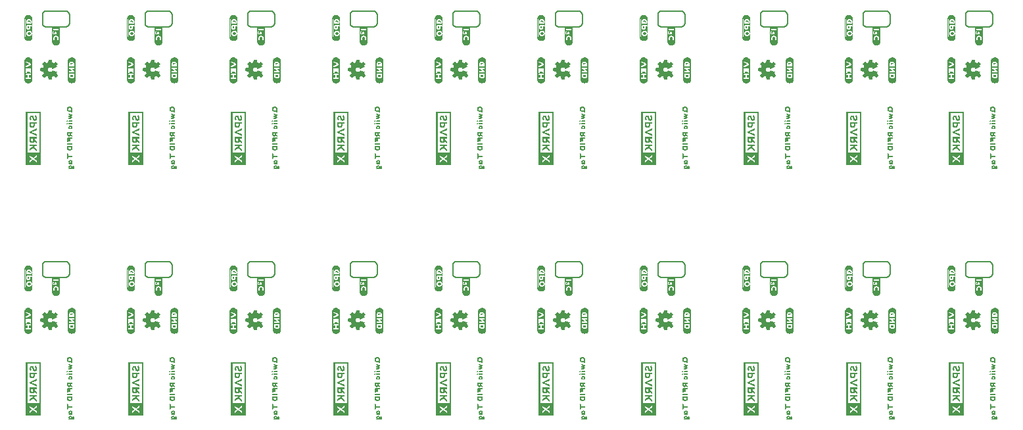
<source format=gbo>
G04 EAGLE Gerber RS-274X export*
G75*
%MOMM*%
%FSLAX34Y34*%
%LPD*%
%INSilkscreen Bottom*%
%IPPOS*%
%AMOC8*
5,1,8,0,0,1.08239X$1,22.5*%
G01*
%ADD10C,0.203200*%

G36*
X1214769Y54597D02*
X1214769Y54597D01*
X1214763Y54604D01*
X1214771Y54610D01*
X1214771Y123190D01*
X1214735Y123237D01*
X1214727Y123232D01*
X1214721Y123239D01*
X1195739Y123239D01*
X1195691Y123203D01*
X1195697Y123196D01*
X1195689Y123190D01*
X1195689Y54610D01*
X1195725Y54563D01*
X1195733Y54568D01*
X1195739Y54561D01*
X1214721Y54561D01*
X1214769Y54597D01*
G37*
G36*
X950609Y377177D02*
X950609Y377177D01*
X950603Y377184D01*
X950611Y377190D01*
X950611Y445770D01*
X950575Y445817D01*
X950567Y445812D01*
X950561Y445819D01*
X931579Y445819D01*
X931531Y445783D01*
X931537Y445776D01*
X931529Y445770D01*
X931529Y377190D01*
X931565Y377143D01*
X931573Y377148D01*
X931579Y377141D01*
X950561Y377141D01*
X950609Y377177D01*
G37*
G36*
X422289Y377177D02*
X422289Y377177D01*
X422283Y377184D01*
X422291Y377190D01*
X422291Y445770D01*
X422255Y445817D01*
X422247Y445812D01*
X422241Y445819D01*
X403259Y445819D01*
X403211Y445783D01*
X403217Y445776D01*
X403209Y445770D01*
X403209Y377190D01*
X403245Y377143D01*
X403253Y377148D01*
X403259Y377141D01*
X422241Y377141D01*
X422289Y377177D01*
G37*
G36*
X1214769Y377177D02*
X1214769Y377177D01*
X1214763Y377184D01*
X1214771Y377190D01*
X1214771Y445770D01*
X1214735Y445817D01*
X1214727Y445812D01*
X1214721Y445819D01*
X1195739Y445819D01*
X1195691Y445783D01*
X1195697Y445776D01*
X1195689Y445770D01*
X1195689Y377190D01*
X1195725Y377143D01*
X1195733Y377148D01*
X1195739Y377141D01*
X1214721Y377141D01*
X1214769Y377177D01*
G37*
G36*
X554369Y377177D02*
X554369Y377177D01*
X554363Y377184D01*
X554371Y377190D01*
X554371Y445770D01*
X554335Y445817D01*
X554327Y445812D01*
X554321Y445819D01*
X535339Y445819D01*
X535291Y445783D01*
X535297Y445776D01*
X535289Y445770D01*
X535289Y377190D01*
X535325Y377143D01*
X535333Y377148D01*
X535339Y377141D01*
X554321Y377141D01*
X554369Y377177D01*
G37*
G36*
X26049Y377177D02*
X26049Y377177D01*
X26043Y377184D01*
X26051Y377190D01*
X26051Y445770D01*
X26015Y445817D01*
X26007Y445812D01*
X26001Y445819D01*
X7019Y445819D01*
X6971Y445783D01*
X6977Y445776D01*
X6969Y445770D01*
X6969Y377190D01*
X7005Y377143D01*
X7013Y377148D01*
X7019Y377141D01*
X26001Y377141D01*
X26049Y377177D01*
G37*
G36*
X686449Y377177D02*
X686449Y377177D01*
X686443Y377184D01*
X686451Y377190D01*
X686451Y445770D01*
X686415Y445817D01*
X686407Y445812D01*
X686401Y445819D01*
X667419Y445819D01*
X667371Y445783D01*
X667377Y445776D01*
X667369Y445770D01*
X667369Y377190D01*
X667405Y377143D01*
X667413Y377148D01*
X667419Y377141D01*
X686401Y377141D01*
X686449Y377177D01*
G37*
G36*
X26015Y123237D02*
X26015Y123237D01*
X26007Y123232D01*
X26001Y123239D01*
X7019Y123239D01*
X6971Y123203D01*
X6977Y123196D01*
X6969Y123190D01*
X6969Y54610D01*
X7005Y54563D01*
X7013Y54568D01*
X7019Y54561D01*
X26001Y54561D01*
X26049Y54597D01*
X26043Y54604D01*
X26051Y54610D01*
X26051Y123190D01*
X26015Y123237D01*
G37*
G36*
X950609Y54597D02*
X950609Y54597D01*
X950603Y54604D01*
X950611Y54610D01*
X950611Y123190D01*
X950575Y123237D01*
X950567Y123232D01*
X950561Y123239D01*
X931579Y123239D01*
X931531Y123203D01*
X931537Y123196D01*
X931529Y123190D01*
X931529Y54610D01*
X931565Y54563D01*
X931573Y54568D01*
X931579Y54561D01*
X950561Y54561D01*
X950609Y54597D01*
G37*
G36*
X422289Y54597D02*
X422289Y54597D01*
X422283Y54604D01*
X422291Y54610D01*
X422291Y123190D01*
X422255Y123237D01*
X422247Y123232D01*
X422241Y123239D01*
X403259Y123239D01*
X403211Y123203D01*
X403217Y123196D01*
X403209Y123190D01*
X403209Y54610D01*
X403245Y54563D01*
X403253Y54568D01*
X403259Y54561D01*
X422241Y54561D01*
X422289Y54597D01*
G37*
G36*
X290209Y377177D02*
X290209Y377177D01*
X290203Y377184D01*
X290211Y377190D01*
X290211Y445770D01*
X290175Y445817D01*
X290167Y445812D01*
X290161Y445819D01*
X271179Y445819D01*
X271131Y445783D01*
X271137Y445776D01*
X271129Y445770D01*
X271129Y377190D01*
X271165Y377143D01*
X271173Y377148D01*
X271179Y377141D01*
X290161Y377141D01*
X290209Y377177D01*
G37*
G36*
X554369Y54597D02*
X554369Y54597D01*
X554363Y54604D01*
X554371Y54610D01*
X554371Y123190D01*
X554335Y123237D01*
X554327Y123232D01*
X554321Y123239D01*
X535339Y123239D01*
X535291Y123203D01*
X535297Y123196D01*
X535289Y123190D01*
X535289Y54610D01*
X535325Y54563D01*
X535333Y54568D01*
X535339Y54561D01*
X554321Y54561D01*
X554369Y54597D01*
G37*
G36*
X158129Y54597D02*
X158129Y54597D01*
X158123Y54604D01*
X158131Y54610D01*
X158131Y123190D01*
X158095Y123237D01*
X158087Y123232D01*
X158081Y123239D01*
X139099Y123239D01*
X139051Y123203D01*
X139057Y123196D01*
X139049Y123190D01*
X139049Y54610D01*
X139085Y54563D01*
X139093Y54568D01*
X139099Y54561D01*
X158081Y54561D01*
X158129Y54597D01*
G37*
G36*
X1082689Y54597D02*
X1082689Y54597D01*
X1082683Y54604D01*
X1082691Y54610D01*
X1082691Y123190D01*
X1082655Y123237D01*
X1082647Y123232D01*
X1082641Y123239D01*
X1063659Y123239D01*
X1063611Y123203D01*
X1063617Y123196D01*
X1063609Y123190D01*
X1063609Y54610D01*
X1063645Y54563D01*
X1063653Y54568D01*
X1063659Y54561D01*
X1082641Y54561D01*
X1082689Y54597D01*
G37*
G36*
X686449Y54597D02*
X686449Y54597D01*
X686443Y54604D01*
X686451Y54610D01*
X686451Y123190D01*
X686415Y123237D01*
X686407Y123232D01*
X686401Y123239D01*
X667419Y123239D01*
X667371Y123203D01*
X667377Y123196D01*
X667369Y123190D01*
X667369Y54610D01*
X667405Y54563D01*
X667413Y54568D01*
X667419Y54561D01*
X686401Y54561D01*
X686449Y54597D01*
G37*
G36*
X290209Y54597D02*
X290209Y54597D01*
X290203Y54604D01*
X290211Y54610D01*
X290211Y123190D01*
X290175Y123237D01*
X290167Y123232D01*
X290161Y123239D01*
X271179Y123239D01*
X271131Y123203D01*
X271137Y123196D01*
X271129Y123190D01*
X271129Y54610D01*
X271165Y54563D01*
X271173Y54568D01*
X271179Y54561D01*
X290161Y54561D01*
X290209Y54597D01*
G37*
G36*
X818529Y54597D02*
X818529Y54597D01*
X818523Y54604D01*
X818531Y54610D01*
X818531Y123190D01*
X818495Y123237D01*
X818487Y123232D01*
X818481Y123239D01*
X799499Y123239D01*
X799451Y123203D01*
X799457Y123196D01*
X799449Y123190D01*
X799449Y54610D01*
X799485Y54563D01*
X799493Y54568D01*
X799499Y54561D01*
X818481Y54561D01*
X818529Y54597D01*
G37*
G36*
X818529Y377177D02*
X818529Y377177D01*
X818523Y377184D01*
X818531Y377190D01*
X818531Y445770D01*
X818495Y445817D01*
X818487Y445812D01*
X818481Y445819D01*
X799499Y445819D01*
X799451Y445783D01*
X799457Y445776D01*
X799449Y445770D01*
X799449Y377190D01*
X799485Y377143D01*
X799493Y377148D01*
X799499Y377141D01*
X818481Y377141D01*
X818529Y377177D01*
G37*
G36*
X1082689Y377177D02*
X1082689Y377177D01*
X1082683Y377184D01*
X1082691Y377190D01*
X1082691Y445770D01*
X1082655Y445817D01*
X1082647Y445812D01*
X1082641Y445819D01*
X1063659Y445819D01*
X1063611Y445783D01*
X1063617Y445776D01*
X1063609Y445770D01*
X1063609Y377190D01*
X1063645Y377143D01*
X1063653Y377148D01*
X1063659Y377141D01*
X1082641Y377141D01*
X1082689Y377177D01*
G37*
G36*
X158129Y377177D02*
X158129Y377177D01*
X158123Y377184D01*
X158131Y377190D01*
X158131Y445770D01*
X158095Y445817D01*
X158087Y445812D01*
X158081Y445819D01*
X139099Y445819D01*
X139051Y445783D01*
X139057Y445776D01*
X139049Y445770D01*
X139049Y377190D01*
X139085Y377143D01*
X139093Y377148D01*
X139099Y377141D01*
X158081Y377141D01*
X158129Y377177D01*
G37*
%LPC*%
G36*
X933390Y69980D02*
X933390Y69980D01*
X933390Y121378D01*
X948750Y121378D01*
X948750Y69980D01*
X933390Y69980D01*
G37*
%LPD*%
%LPC*%
G36*
X140910Y69980D02*
X140910Y69980D01*
X140910Y121378D01*
X156270Y121378D01*
X156270Y69980D01*
X140910Y69980D01*
G37*
%LPD*%
%LPC*%
G36*
X272990Y69980D02*
X272990Y69980D01*
X272990Y121378D01*
X288350Y121378D01*
X288350Y69980D01*
X272990Y69980D01*
G37*
%LPD*%
%LPC*%
G36*
X405070Y69980D02*
X405070Y69980D01*
X405070Y121378D01*
X420430Y121378D01*
X420430Y69980D01*
X405070Y69980D01*
G37*
%LPD*%
%LPC*%
G36*
X1197550Y69980D02*
X1197550Y69980D01*
X1197550Y121378D01*
X1212910Y121378D01*
X1212910Y69980D01*
X1197550Y69980D01*
G37*
%LPD*%
%LPC*%
G36*
X1065470Y69980D02*
X1065470Y69980D01*
X1065470Y121378D01*
X1080830Y121378D01*
X1080830Y69980D01*
X1065470Y69980D01*
G37*
%LPD*%
%LPC*%
G36*
X801310Y392560D02*
X801310Y392560D01*
X801310Y443958D01*
X816670Y443958D01*
X816670Y392560D01*
X801310Y392560D01*
G37*
%LPD*%
%LPC*%
G36*
X537150Y392560D02*
X537150Y392560D01*
X537150Y443958D01*
X552510Y443958D01*
X552510Y392560D01*
X537150Y392560D01*
G37*
%LPD*%
%LPC*%
G36*
X8830Y392560D02*
X8830Y392560D01*
X8830Y443958D01*
X24190Y443958D01*
X24190Y392560D01*
X8830Y392560D01*
G37*
%LPD*%
%LPC*%
G36*
X933390Y392560D02*
X933390Y392560D01*
X933390Y443958D01*
X948750Y443958D01*
X948750Y392560D01*
X933390Y392560D01*
G37*
%LPD*%
%LPC*%
G36*
X669230Y69980D02*
X669230Y69980D01*
X669230Y121378D01*
X684590Y121378D01*
X684590Y69980D01*
X669230Y69980D01*
G37*
%LPD*%
%LPC*%
G36*
X801310Y69980D02*
X801310Y69980D01*
X801310Y121378D01*
X816670Y121378D01*
X816670Y69980D01*
X801310Y69980D01*
G37*
%LPD*%
%LPC*%
G36*
X8830Y69980D02*
X8830Y69980D01*
X8830Y121378D01*
X24190Y121378D01*
X24190Y69980D01*
X8830Y69980D01*
G37*
%LPD*%
%LPC*%
G36*
X1065470Y392560D02*
X1065470Y392560D01*
X1065470Y443958D01*
X1080830Y443958D01*
X1080830Y392560D01*
X1065470Y392560D01*
G37*
%LPD*%
%LPC*%
G36*
X669230Y392560D02*
X669230Y392560D01*
X669230Y443958D01*
X684590Y443958D01*
X684590Y392560D01*
X669230Y392560D01*
G37*
%LPD*%
%LPC*%
G36*
X405070Y392560D02*
X405070Y392560D01*
X405070Y443958D01*
X420430Y443958D01*
X420430Y392560D01*
X405070Y392560D01*
G37*
%LPD*%
%LPC*%
G36*
X1197550Y392560D02*
X1197550Y392560D01*
X1197550Y443958D01*
X1212910Y443958D01*
X1212910Y392560D01*
X1197550Y392560D01*
G37*
%LPD*%
%LPC*%
G36*
X537150Y69980D02*
X537150Y69980D01*
X537150Y121378D01*
X552510Y121378D01*
X552510Y69980D01*
X537150Y69980D01*
G37*
%LPD*%
%LPC*%
G36*
X272990Y392560D02*
X272990Y392560D01*
X272990Y443958D01*
X288350Y443958D01*
X288350Y392560D01*
X272990Y392560D01*
G37*
%LPD*%
%LPC*%
G36*
X140910Y392560D02*
X140910Y392560D01*
X140910Y443958D01*
X156270Y443958D01*
X156270Y392560D01*
X140910Y392560D01*
G37*
%LPD*%
G36*
X964405Y164424D02*
X964405Y164424D01*
X964424Y164422D01*
X964489Y164444D01*
X964555Y164459D01*
X964570Y164472D01*
X964588Y164478D01*
X964636Y164526D01*
X964688Y164569D01*
X964696Y164587D01*
X964710Y164601D01*
X964750Y164707D01*
X964759Y164727D01*
X964759Y164731D01*
X964760Y164735D01*
X965324Y168023D01*
X965449Y168058D01*
X965455Y168059D01*
X965455Y168060D01*
X965456Y168060D01*
X965576Y168120D01*
X965586Y168120D01*
X965602Y168123D01*
X965618Y168121D01*
X965749Y168158D01*
X965755Y168159D01*
X965755Y168160D01*
X965756Y168160D01*
X965876Y168220D01*
X965886Y168220D01*
X965902Y168223D01*
X965918Y168221D01*
X966049Y168258D01*
X966055Y168259D01*
X966055Y168260D01*
X966056Y168260D01*
X966376Y168420D01*
X966386Y168420D01*
X966402Y168423D01*
X966418Y168421D01*
X966549Y168458D01*
X966555Y168459D01*
X966555Y168460D01*
X966556Y168460D01*
X966756Y168560D01*
X966784Y168583D01*
X966854Y168631D01*
X966911Y168687D01*
X966976Y168720D01*
X966986Y168720D01*
X967002Y168723D01*
X967018Y168721D01*
X967149Y168758D01*
X967155Y168759D01*
X967155Y168760D01*
X967156Y168760D01*
X967356Y168860D01*
X967384Y168883D01*
X967454Y168931D01*
X967465Y168941D01*
X970059Y166996D01*
X970081Y166986D01*
X970100Y166969D01*
X970160Y166951D01*
X970217Y166926D01*
X970242Y166927D01*
X970266Y166920D01*
X970327Y166931D01*
X970390Y166934D01*
X970412Y166946D01*
X970436Y166951D01*
X970511Y167002D01*
X970541Y167018D01*
X970546Y167025D01*
X970554Y167031D01*
X972854Y169331D01*
X972863Y169345D01*
X972877Y169356D01*
X972909Y169418D01*
X972946Y169478D01*
X972947Y169495D01*
X972955Y169510D01*
X972955Y169581D01*
X972962Y169650D01*
X972956Y169666D01*
X972956Y169683D01*
X972904Y169801D01*
X972900Y169812D01*
X972899Y169813D01*
X972899Y169814D01*
X971037Y172513D01*
X971054Y172531D01*
X971095Y172596D01*
X971139Y172658D01*
X971141Y172670D01*
X971146Y172678D01*
X971149Y172713D01*
X971152Y172728D01*
X971154Y172731D01*
X971195Y172796D01*
X971239Y172858D01*
X971241Y172870D01*
X971246Y172878D01*
X971249Y172913D01*
X971266Y172999D01*
X971266Y173049D01*
X971295Y173096D01*
X971339Y173158D01*
X971341Y173170D01*
X971346Y173178D01*
X971349Y173213D01*
X971352Y173228D01*
X971354Y173231D01*
X971395Y173296D01*
X971439Y173358D01*
X971441Y173370D01*
X971446Y173378D01*
X971449Y173413D01*
X971452Y173428D01*
X971454Y173431D01*
X971495Y173496D01*
X971539Y173558D01*
X971541Y173570D01*
X971546Y173578D01*
X971549Y173613D01*
X971555Y173642D01*
X971588Y173669D01*
X971597Y173688D01*
X971611Y173703D01*
X971631Y173766D01*
X971659Y173827D01*
X971658Y173848D01*
X971664Y173867D01*
X971654Y173933D01*
X971652Y174000D01*
X971642Y174018D01*
X971639Y174038D01*
X971601Y174093D01*
X971569Y174152D01*
X971552Y174164D01*
X971541Y174180D01*
X971448Y174237D01*
X971427Y174251D01*
X971423Y174252D01*
X971422Y174253D01*
X971420Y174254D01*
X971418Y174255D01*
X966018Y176255D01*
X965987Y176259D01*
X965959Y176271D01*
X965903Y176269D01*
X965846Y176276D01*
X965817Y176266D01*
X965786Y176265D01*
X965736Y176238D01*
X965683Y176219D01*
X965661Y176197D01*
X965634Y176182D01*
X965588Y176122D01*
X965562Y176095D01*
X965558Y176082D01*
X965547Y176069D01*
X965275Y175524D01*
X965118Y175367D01*
X965099Y175337D01*
X965047Y175269D01*
X964975Y175124D01*
X964662Y174811D01*
X964517Y174738D01*
X964489Y174715D01*
X964418Y174667D01*
X964262Y174511D01*
X964141Y174450D01*
X963866Y174359D01*
X963847Y174347D01*
X963817Y174338D01*
X963697Y174278D01*
X963586Y174278D01*
X963551Y174270D01*
X963466Y174259D01*
X963225Y174178D01*
X962448Y174178D01*
X962206Y174259D01*
X962170Y174262D01*
X962086Y174278D01*
X961901Y174278D01*
X961697Y174415D01*
X961662Y174428D01*
X961606Y174459D01*
X961354Y174543D01*
X960828Y174894D01*
X960481Y175241D01*
X960130Y175767D01*
X960046Y176019D01*
X960027Y176051D01*
X960002Y176109D01*
X959866Y176314D01*
X959866Y176499D01*
X959857Y176534D01*
X959846Y176619D01*
X959766Y176861D01*
X959766Y177452D01*
X959854Y177807D01*
X959855Y177843D01*
X959866Y177899D01*
X959866Y178084D01*
X960002Y178289D01*
X960015Y178324D01*
X960046Y178379D01*
X960130Y178631D01*
X960281Y178858D01*
X960454Y179031D01*
X960471Y179057D01*
X960502Y179089D01*
X960681Y179358D01*
X960828Y179504D01*
X961354Y179855D01*
X962448Y180220D01*
X962925Y180220D01*
X963166Y180139D01*
X963202Y180136D01*
X963286Y180120D01*
X963497Y180120D01*
X963817Y179960D01*
X963839Y179954D01*
X963866Y179939D01*
X964141Y179848D01*
X964462Y179687D01*
X964618Y179531D01*
X964649Y179512D01*
X964717Y179460D01*
X964862Y179387D01*
X964975Y179274D01*
X965047Y179129D01*
X965070Y179102D01*
X965118Y179031D01*
X965275Y178874D01*
X965435Y178553D01*
X965527Y178279D01*
X965557Y178230D01*
X965579Y178177D01*
X965601Y178157D01*
X965617Y178132D01*
X965666Y178101D01*
X965709Y178064D01*
X965738Y178056D01*
X965764Y178040D01*
X965821Y178034D01*
X965877Y178020D01*
X965911Y178026D01*
X965936Y178023D01*
X965968Y178035D01*
X966018Y178043D01*
X971418Y180043D01*
X971456Y180069D01*
X971499Y180085D01*
X971527Y180116D01*
X971562Y180139D01*
X971585Y180179D01*
X971616Y180212D01*
X971628Y180252D01*
X971649Y180289D01*
X971652Y180334D01*
X971665Y180378D01*
X971658Y180419D01*
X971660Y180461D01*
X971643Y180504D01*
X971635Y180549D01*
X971607Y180590D01*
X971594Y180621D01*
X971574Y180638D01*
X971566Y180651D01*
X971566Y180699D01*
X971548Y180773D01*
X971535Y180849D01*
X971528Y180858D01*
X971526Y180867D01*
X971503Y180895D01*
X971454Y180967D01*
X971448Y180974D01*
X971435Y181049D01*
X971428Y181058D01*
X971426Y181067D01*
X971403Y181095D01*
X971354Y181167D01*
X971348Y181174D01*
X971345Y181193D01*
X971344Y181208D01*
X971341Y181214D01*
X971335Y181249D01*
X971328Y181258D01*
X971326Y181267D01*
X971303Y181295D01*
X971268Y181348D01*
X971261Y181360D01*
X971258Y181362D01*
X971254Y181367D01*
X971248Y181374D01*
X971235Y181449D01*
X971228Y181458D01*
X971226Y181467D01*
X971203Y181495D01*
X971154Y181567D01*
X971153Y181569D01*
X971152Y181587D01*
X971143Y181604D01*
X971135Y181649D01*
X971128Y181658D01*
X971126Y181667D01*
X971103Y181695D01*
X971054Y181767D01*
X971048Y181774D01*
X971035Y181849D01*
X971028Y181858D01*
X971026Y181867D01*
X971026Y181868D01*
X972899Y184584D01*
X972906Y184604D01*
X972920Y184620D01*
X972938Y184683D01*
X972962Y184745D01*
X972960Y184766D01*
X972965Y184787D01*
X972952Y184851D01*
X972947Y184917D01*
X972936Y184935D01*
X972931Y184956D01*
X972871Y185041D01*
X972857Y185065D01*
X972852Y185068D01*
X972848Y185073D01*
X970548Y187273D01*
X970535Y187281D01*
X970525Y187294D01*
X970461Y187325D01*
X970399Y187361D01*
X970383Y187362D01*
X970369Y187369D01*
X970298Y187368D01*
X970227Y187374D01*
X970212Y187368D01*
X970196Y187367D01*
X970071Y187310D01*
X970067Y187308D01*
X970066Y187308D01*
X967451Y185440D01*
X967440Y185442D01*
X967427Y185451D01*
X967293Y185477D01*
X967288Y185478D01*
X967287Y185478D01*
X967286Y185478D01*
X967276Y185478D01*
X967211Y185511D01*
X967154Y185567D01*
X967124Y185586D01*
X967056Y185638D01*
X966911Y185711D01*
X966854Y185767D01*
X966790Y185807D01*
X966727Y185851D01*
X966715Y185853D01*
X966707Y185858D01*
X966672Y185862D01*
X966586Y185878D01*
X966537Y185878D01*
X966490Y185907D01*
X966427Y185951D01*
X966415Y185953D01*
X966407Y185958D01*
X966372Y185962D01*
X966286Y185978D01*
X966176Y185978D01*
X966111Y186011D01*
X966054Y186067D01*
X965990Y186107D01*
X965927Y186151D01*
X965915Y186153D01*
X965907Y186158D01*
X965872Y186162D01*
X965786Y186178D01*
X965737Y186178D01*
X965690Y186207D01*
X965627Y186251D01*
X965615Y186253D01*
X965607Y186258D01*
X965572Y186262D01*
X965486Y186278D01*
X965376Y186278D01*
X965318Y186307D01*
X964760Y189563D01*
X964753Y189581D01*
X964752Y189600D01*
X964719Y189660D01*
X964693Y189722D01*
X964678Y189735D01*
X964669Y189752D01*
X964613Y189791D01*
X964562Y189835D01*
X964543Y189840D01*
X964527Y189851D01*
X964416Y189873D01*
X964394Y189878D01*
X964390Y189877D01*
X964386Y189878D01*
X961186Y189878D01*
X961167Y189874D01*
X961148Y189876D01*
X961084Y189854D01*
X961018Y189839D01*
X961003Y189826D01*
X960985Y189820D01*
X960937Y189772D01*
X960884Y189729D01*
X960877Y189711D01*
X960863Y189697D01*
X960823Y189591D01*
X960814Y189571D01*
X960814Y189567D01*
X960813Y189563D01*
X960262Y186351D01*
X960223Y186340D01*
X960218Y186339D01*
X960217Y186338D01*
X960097Y186278D01*
X960086Y186278D01*
X960071Y186275D01*
X960055Y186277D01*
X959923Y186240D01*
X959918Y186239D01*
X959917Y186238D01*
X959797Y186178D01*
X959786Y186178D01*
X959771Y186175D01*
X959755Y186177D01*
X959623Y186140D01*
X959618Y186139D01*
X959617Y186138D01*
X959297Y185978D01*
X959286Y185978D01*
X959271Y185975D01*
X959255Y185977D01*
X959123Y185940D01*
X959118Y185939D01*
X959117Y185938D01*
X958917Y185838D01*
X958889Y185815D01*
X958835Y185778D01*
X958786Y185778D01*
X958712Y185761D01*
X958637Y185747D01*
X958627Y185741D01*
X958618Y185739D01*
X958590Y185716D01*
X958518Y185667D01*
X958462Y185611D01*
X958317Y185538D01*
X958289Y185515D01*
X958235Y185478D01*
X958186Y185478D01*
X958112Y185461D01*
X958090Y185457D01*
X955402Y187311D01*
X955386Y187317D01*
X955373Y187329D01*
X955306Y187349D01*
X955241Y187374D01*
X955224Y187373D01*
X955207Y187378D01*
X955138Y187365D01*
X955068Y187359D01*
X955054Y187350D01*
X955037Y187347D01*
X954931Y187276D01*
X954920Y187269D01*
X954920Y187268D01*
X954918Y187267D01*
X952718Y185067D01*
X952709Y185053D01*
X952695Y185042D01*
X952664Y184980D01*
X952627Y184920D01*
X952625Y184903D01*
X952618Y184888D01*
X952617Y184818D01*
X952611Y184748D01*
X952617Y184732D01*
X952617Y184715D01*
X952668Y184597D01*
X952672Y184586D01*
X952673Y184585D01*
X952674Y184584D01*
X954536Y181885D01*
X954518Y181867D01*
X954478Y181802D01*
X954434Y181740D01*
X954432Y181728D01*
X954427Y181720D01*
X954424Y181685D01*
X954407Y181599D01*
X954407Y181549D01*
X954399Y181537D01*
X954347Y181469D01*
X954275Y181324D01*
X954218Y181267D01*
X954178Y181202D01*
X954134Y181140D01*
X954132Y181128D01*
X954127Y181120D01*
X954124Y181085D01*
X954107Y180999D01*
X954107Y180949D01*
X954099Y180937D01*
X954047Y180869D01*
X953947Y180669D01*
X953943Y180653D01*
X953934Y180640D01*
X953908Y180506D01*
X953907Y180500D01*
X953907Y180499D01*
X953907Y180489D01*
X953847Y180369D01*
X953843Y180353D01*
X953834Y180340D01*
X953808Y180206D01*
X953807Y180200D01*
X953807Y180199D01*
X953807Y180149D01*
X953778Y180102D01*
X953734Y180040D01*
X953732Y180028D01*
X953727Y180020D01*
X953724Y179985D01*
X953707Y179899D01*
X953707Y179789D01*
X953678Y179731D01*
X950422Y179173D01*
X950404Y179165D01*
X950385Y179164D01*
X950326Y179132D01*
X950263Y179105D01*
X950250Y179091D01*
X950233Y179081D01*
X950194Y179026D01*
X950150Y178974D01*
X950145Y178955D01*
X950134Y178940D01*
X950113Y178829D01*
X950107Y178807D01*
X950108Y178803D01*
X950107Y178799D01*
X950107Y175599D01*
X950111Y175580D01*
X950109Y175561D01*
X950131Y175497D01*
X950147Y175431D01*
X950159Y175416D01*
X950165Y175397D01*
X950213Y175350D01*
X950257Y175297D01*
X950274Y175289D01*
X950288Y175276D01*
X950394Y175236D01*
X950415Y175227D01*
X950418Y175227D01*
X950422Y175225D01*
X953634Y174675D01*
X953645Y174636D01*
X953647Y174631D01*
X953647Y174630D01*
X953647Y174629D01*
X953707Y174509D01*
X953707Y174499D01*
X953711Y174483D01*
X953708Y174467D01*
X953745Y174336D01*
X953747Y174331D01*
X953747Y174330D01*
X953747Y174329D01*
X953807Y174209D01*
X953807Y174199D01*
X953811Y174183D01*
X953808Y174167D01*
X953845Y174036D01*
X953847Y174031D01*
X953847Y174030D01*
X953847Y174029D01*
X953907Y173909D01*
X953907Y173799D01*
X953925Y173725D01*
X953938Y173649D01*
X953944Y173640D01*
X953947Y173631D01*
X953969Y173603D01*
X954018Y173531D01*
X954075Y173474D01*
X954107Y173409D01*
X954107Y173399D01*
X954111Y173383D01*
X954108Y173367D01*
X954145Y173236D01*
X954147Y173231D01*
X954147Y173230D01*
X954147Y173229D01*
X954247Y173029D01*
X954270Y173002D01*
X954318Y172931D01*
X954375Y172874D01*
X954407Y172809D01*
X954407Y172799D01*
X954411Y172783D01*
X954408Y172767D01*
X954445Y172636D01*
X954447Y172631D01*
X954447Y172630D01*
X954447Y172629D01*
X954518Y172488D01*
X952674Y169814D01*
X952669Y169802D01*
X952660Y169793D01*
X952638Y169722D01*
X952611Y169653D01*
X952612Y169640D01*
X952608Y169628D01*
X952620Y169555D01*
X952626Y169481D01*
X952633Y169470D01*
X952635Y169457D01*
X952712Y169337D01*
X954912Y167037D01*
X954934Y167023D01*
X954950Y167003D01*
X955006Y166976D01*
X955057Y166942D01*
X955083Y166939D01*
X955106Y166928D01*
X955168Y166929D01*
X955229Y166922D01*
X955253Y166931D01*
X955279Y166931D01*
X955359Y166969D01*
X955392Y166980D01*
X955398Y166987D01*
X955409Y166992D01*
X958082Y168927D01*
X958162Y168887D01*
X958218Y168831D01*
X958283Y168791D01*
X958346Y168747D01*
X958357Y168745D01*
X958365Y168740D01*
X958400Y168736D01*
X958486Y168720D01*
X958536Y168720D01*
X958549Y168712D01*
X958617Y168660D01*
X958762Y168587D01*
X958818Y168531D01*
X958883Y168491D01*
X958946Y168447D01*
X958957Y168445D01*
X958965Y168440D01*
X959000Y168436D01*
X959086Y168420D01*
X959136Y168420D01*
X959183Y168391D01*
X959246Y168347D01*
X959257Y168345D01*
X959265Y168340D01*
X959300Y168336D01*
X959386Y168320D01*
X959497Y168320D01*
X959562Y168287D01*
X959618Y168231D01*
X959683Y168191D01*
X959746Y168147D01*
X959757Y168145D01*
X959765Y168140D01*
X959800Y168136D01*
X959886Y168120D01*
X959936Y168120D01*
X959983Y168091D01*
X960046Y168047D01*
X960057Y168045D01*
X960065Y168040D01*
X960100Y168036D01*
X960186Y168020D01*
X960265Y168020D01*
X960812Y164737D01*
X960820Y164718D01*
X960821Y164698D01*
X960853Y164639D01*
X960879Y164577D01*
X960894Y164564D01*
X960904Y164546D01*
X960959Y164508D01*
X961010Y164464D01*
X961029Y164458D01*
X961046Y164447D01*
X961152Y164426D01*
X961177Y164420D01*
X961181Y164421D01*
X961186Y164420D01*
X964386Y164420D01*
X964405Y164424D01*
G37*
G36*
X39845Y164424D02*
X39845Y164424D01*
X39864Y164422D01*
X39929Y164444D01*
X39995Y164459D01*
X40010Y164472D01*
X40028Y164478D01*
X40076Y164526D01*
X40128Y164569D01*
X40136Y164587D01*
X40150Y164601D01*
X40190Y164707D01*
X40199Y164727D01*
X40199Y164731D01*
X40200Y164735D01*
X40764Y168023D01*
X40889Y168058D01*
X40895Y168059D01*
X40895Y168060D01*
X40896Y168060D01*
X41016Y168120D01*
X41026Y168120D01*
X41042Y168123D01*
X41058Y168121D01*
X41189Y168158D01*
X41195Y168159D01*
X41195Y168160D01*
X41196Y168160D01*
X41316Y168220D01*
X41326Y168220D01*
X41342Y168223D01*
X41358Y168221D01*
X41489Y168258D01*
X41495Y168259D01*
X41495Y168260D01*
X41496Y168260D01*
X41816Y168420D01*
X41826Y168420D01*
X41842Y168423D01*
X41858Y168421D01*
X41989Y168458D01*
X41995Y168459D01*
X41995Y168460D01*
X41996Y168460D01*
X42196Y168560D01*
X42224Y168583D01*
X42294Y168631D01*
X42351Y168687D01*
X42416Y168720D01*
X42426Y168720D01*
X42442Y168723D01*
X42458Y168721D01*
X42589Y168758D01*
X42595Y168759D01*
X42595Y168760D01*
X42596Y168760D01*
X42796Y168860D01*
X42824Y168883D01*
X42894Y168931D01*
X42905Y168941D01*
X45499Y166996D01*
X45521Y166986D01*
X45540Y166969D01*
X45600Y166951D01*
X45657Y166926D01*
X45682Y166927D01*
X45706Y166920D01*
X45767Y166931D01*
X45830Y166934D01*
X45852Y166946D01*
X45876Y166951D01*
X45951Y167002D01*
X45981Y167018D01*
X45986Y167025D01*
X45994Y167031D01*
X48294Y169331D01*
X48303Y169345D01*
X48317Y169356D01*
X48349Y169418D01*
X48386Y169478D01*
X48387Y169495D01*
X48395Y169510D01*
X48395Y169581D01*
X48402Y169650D01*
X48396Y169666D01*
X48396Y169683D01*
X48344Y169801D01*
X48340Y169812D01*
X48339Y169813D01*
X48339Y169814D01*
X46477Y172513D01*
X46494Y172531D01*
X46535Y172596D01*
X46579Y172658D01*
X46581Y172670D01*
X46586Y172678D01*
X46589Y172713D01*
X46592Y172728D01*
X46594Y172731D01*
X46635Y172796D01*
X46679Y172858D01*
X46681Y172870D01*
X46686Y172878D01*
X46689Y172913D01*
X46706Y172999D01*
X46706Y173049D01*
X46735Y173096D01*
X46779Y173158D01*
X46781Y173170D01*
X46786Y173178D01*
X46789Y173213D01*
X46792Y173228D01*
X46794Y173231D01*
X46835Y173296D01*
X46879Y173358D01*
X46881Y173370D01*
X46886Y173378D01*
X46889Y173413D01*
X46892Y173428D01*
X46894Y173431D01*
X46935Y173496D01*
X46979Y173558D01*
X46981Y173570D01*
X46986Y173578D01*
X46989Y173613D01*
X46995Y173642D01*
X47028Y173669D01*
X47037Y173688D01*
X47051Y173703D01*
X47071Y173766D01*
X47099Y173827D01*
X47098Y173848D01*
X47104Y173867D01*
X47094Y173933D01*
X47092Y174000D01*
X47082Y174018D01*
X47079Y174038D01*
X47041Y174093D01*
X47009Y174152D01*
X46992Y174164D01*
X46981Y174180D01*
X46888Y174237D01*
X46867Y174251D01*
X46863Y174252D01*
X46862Y174253D01*
X46860Y174254D01*
X46858Y174255D01*
X41458Y176255D01*
X41427Y176259D01*
X41399Y176271D01*
X41343Y176269D01*
X41286Y176276D01*
X41257Y176266D01*
X41226Y176265D01*
X41176Y176238D01*
X41123Y176219D01*
X41101Y176197D01*
X41074Y176182D01*
X41028Y176122D01*
X41002Y176095D01*
X40998Y176082D01*
X40987Y176069D01*
X40715Y175524D01*
X40558Y175367D01*
X40539Y175337D01*
X40487Y175269D01*
X40415Y175124D01*
X40102Y174811D01*
X39957Y174738D01*
X39929Y174715D01*
X39858Y174667D01*
X39702Y174511D01*
X39581Y174450D01*
X39306Y174359D01*
X39287Y174347D01*
X39257Y174338D01*
X39137Y174278D01*
X39026Y174278D01*
X38991Y174270D01*
X38906Y174259D01*
X38665Y174178D01*
X37888Y174178D01*
X37646Y174259D01*
X37610Y174262D01*
X37526Y174278D01*
X37341Y174278D01*
X37137Y174415D01*
X37102Y174428D01*
X37046Y174459D01*
X36794Y174543D01*
X36268Y174894D01*
X35921Y175241D01*
X35570Y175767D01*
X35486Y176019D01*
X35467Y176051D01*
X35442Y176109D01*
X35306Y176314D01*
X35306Y176499D01*
X35297Y176534D01*
X35286Y176619D01*
X35206Y176861D01*
X35206Y177452D01*
X35294Y177807D01*
X35295Y177843D01*
X35306Y177899D01*
X35306Y178084D01*
X35442Y178289D01*
X35455Y178324D01*
X35486Y178379D01*
X35570Y178631D01*
X35721Y178858D01*
X35894Y179031D01*
X35911Y179057D01*
X35942Y179089D01*
X36121Y179358D01*
X36268Y179504D01*
X36794Y179855D01*
X37888Y180220D01*
X38365Y180220D01*
X38606Y180139D01*
X38642Y180136D01*
X38726Y180120D01*
X38937Y180120D01*
X39257Y179960D01*
X39279Y179954D01*
X39306Y179939D01*
X39581Y179848D01*
X39902Y179687D01*
X40058Y179531D01*
X40089Y179512D01*
X40157Y179460D01*
X40302Y179387D01*
X40415Y179274D01*
X40487Y179129D01*
X40510Y179102D01*
X40558Y179031D01*
X40715Y178874D01*
X40875Y178553D01*
X40967Y178279D01*
X40997Y178230D01*
X41019Y178177D01*
X41041Y178157D01*
X41057Y178132D01*
X41106Y178101D01*
X41149Y178064D01*
X41178Y178056D01*
X41204Y178040D01*
X41261Y178034D01*
X41317Y178020D01*
X41351Y178026D01*
X41376Y178023D01*
X41408Y178035D01*
X41458Y178043D01*
X46858Y180043D01*
X46896Y180069D01*
X46939Y180085D01*
X46967Y180116D01*
X47002Y180139D01*
X47025Y180179D01*
X47056Y180212D01*
X47068Y180252D01*
X47089Y180289D01*
X47092Y180334D01*
X47105Y180378D01*
X47098Y180419D01*
X47100Y180461D01*
X47083Y180504D01*
X47075Y180549D01*
X47047Y180590D01*
X47034Y180621D01*
X47014Y180638D01*
X47006Y180651D01*
X47006Y180699D01*
X46988Y180773D01*
X46975Y180849D01*
X46968Y180858D01*
X46966Y180867D01*
X46943Y180895D01*
X46894Y180967D01*
X46888Y180974D01*
X46875Y181049D01*
X46868Y181058D01*
X46866Y181067D01*
X46843Y181095D01*
X46794Y181167D01*
X46788Y181174D01*
X46785Y181193D01*
X46784Y181208D01*
X46781Y181214D01*
X46775Y181249D01*
X46768Y181258D01*
X46766Y181267D01*
X46743Y181295D01*
X46708Y181348D01*
X46701Y181360D01*
X46698Y181362D01*
X46694Y181367D01*
X46688Y181374D01*
X46675Y181449D01*
X46668Y181458D01*
X46666Y181467D01*
X46643Y181495D01*
X46594Y181567D01*
X46593Y181569D01*
X46592Y181587D01*
X46583Y181604D01*
X46575Y181649D01*
X46568Y181658D01*
X46566Y181667D01*
X46543Y181695D01*
X46494Y181767D01*
X46488Y181774D01*
X46475Y181849D01*
X46468Y181858D01*
X46466Y181867D01*
X46466Y181868D01*
X48339Y184584D01*
X48346Y184604D01*
X48360Y184620D01*
X48378Y184683D01*
X48402Y184745D01*
X48400Y184766D01*
X48405Y184787D01*
X48392Y184851D01*
X48387Y184917D01*
X48376Y184935D01*
X48371Y184956D01*
X48311Y185041D01*
X48297Y185065D01*
X48292Y185068D01*
X48288Y185073D01*
X45988Y187273D01*
X45975Y187281D01*
X45965Y187294D01*
X45901Y187325D01*
X45839Y187361D01*
X45823Y187362D01*
X45809Y187369D01*
X45738Y187368D01*
X45667Y187374D01*
X45652Y187368D01*
X45636Y187367D01*
X45511Y187310D01*
X45507Y187308D01*
X45506Y187308D01*
X42891Y185440D01*
X42880Y185442D01*
X42867Y185451D01*
X42733Y185477D01*
X42728Y185478D01*
X42727Y185478D01*
X42726Y185478D01*
X42716Y185478D01*
X42651Y185511D01*
X42594Y185567D01*
X42564Y185586D01*
X42496Y185638D01*
X42351Y185711D01*
X42294Y185767D01*
X42230Y185807D01*
X42167Y185851D01*
X42155Y185853D01*
X42147Y185858D01*
X42112Y185862D01*
X42026Y185878D01*
X41977Y185878D01*
X41930Y185907D01*
X41867Y185951D01*
X41855Y185953D01*
X41847Y185958D01*
X41812Y185962D01*
X41726Y185978D01*
X41616Y185978D01*
X41551Y186011D01*
X41494Y186067D01*
X41430Y186107D01*
X41367Y186151D01*
X41355Y186153D01*
X41347Y186158D01*
X41312Y186162D01*
X41226Y186178D01*
X41177Y186178D01*
X41130Y186207D01*
X41067Y186251D01*
X41055Y186253D01*
X41047Y186258D01*
X41012Y186262D01*
X40926Y186278D01*
X40816Y186278D01*
X40758Y186307D01*
X40200Y189563D01*
X40193Y189581D01*
X40192Y189600D01*
X40159Y189660D01*
X40133Y189722D01*
X40118Y189735D01*
X40109Y189752D01*
X40053Y189791D01*
X40002Y189835D01*
X39983Y189840D01*
X39967Y189851D01*
X39856Y189873D01*
X39834Y189878D01*
X39830Y189877D01*
X39826Y189878D01*
X36626Y189878D01*
X36607Y189874D01*
X36588Y189876D01*
X36524Y189854D01*
X36458Y189839D01*
X36443Y189826D01*
X36425Y189820D01*
X36377Y189772D01*
X36324Y189729D01*
X36317Y189711D01*
X36303Y189697D01*
X36263Y189591D01*
X36254Y189571D01*
X36254Y189567D01*
X36253Y189563D01*
X35702Y186351D01*
X35663Y186340D01*
X35658Y186339D01*
X35657Y186338D01*
X35537Y186278D01*
X35526Y186278D01*
X35511Y186275D01*
X35495Y186277D01*
X35363Y186240D01*
X35358Y186239D01*
X35357Y186238D01*
X35237Y186178D01*
X35226Y186178D01*
X35211Y186175D01*
X35195Y186177D01*
X35063Y186140D01*
X35058Y186139D01*
X35057Y186138D01*
X34737Y185978D01*
X34726Y185978D01*
X34711Y185975D01*
X34695Y185977D01*
X34563Y185940D01*
X34558Y185939D01*
X34557Y185938D01*
X34357Y185838D01*
X34329Y185815D01*
X34275Y185778D01*
X34226Y185778D01*
X34152Y185761D01*
X34077Y185747D01*
X34067Y185741D01*
X34058Y185739D01*
X34030Y185716D01*
X33958Y185667D01*
X33902Y185611D01*
X33757Y185538D01*
X33729Y185515D01*
X33675Y185478D01*
X33626Y185478D01*
X33552Y185461D01*
X33530Y185457D01*
X30842Y187311D01*
X30826Y187317D01*
X30813Y187329D01*
X30746Y187349D01*
X30681Y187374D01*
X30664Y187373D01*
X30647Y187378D01*
X30578Y187365D01*
X30508Y187359D01*
X30494Y187350D01*
X30477Y187347D01*
X30371Y187276D01*
X30360Y187269D01*
X30360Y187268D01*
X30358Y187267D01*
X28158Y185067D01*
X28149Y185053D01*
X28135Y185042D01*
X28104Y184980D01*
X28067Y184920D01*
X28065Y184903D01*
X28058Y184888D01*
X28057Y184818D01*
X28051Y184748D01*
X28057Y184732D01*
X28057Y184715D01*
X28108Y184597D01*
X28112Y184586D01*
X28113Y184585D01*
X28114Y184584D01*
X29976Y181885D01*
X29958Y181867D01*
X29918Y181802D01*
X29874Y181740D01*
X29872Y181728D01*
X29867Y181720D01*
X29864Y181685D01*
X29847Y181599D01*
X29847Y181549D01*
X29839Y181537D01*
X29787Y181469D01*
X29715Y181324D01*
X29658Y181267D01*
X29618Y181202D01*
X29574Y181140D01*
X29572Y181128D01*
X29567Y181120D01*
X29564Y181085D01*
X29547Y180999D01*
X29547Y180949D01*
X29539Y180937D01*
X29487Y180869D01*
X29387Y180669D01*
X29383Y180653D01*
X29374Y180640D01*
X29348Y180506D01*
X29347Y180500D01*
X29347Y180499D01*
X29347Y180489D01*
X29287Y180369D01*
X29283Y180353D01*
X29274Y180340D01*
X29248Y180206D01*
X29247Y180200D01*
X29247Y180199D01*
X29247Y180149D01*
X29218Y180102D01*
X29174Y180040D01*
X29172Y180028D01*
X29167Y180020D01*
X29164Y179985D01*
X29147Y179899D01*
X29147Y179789D01*
X29118Y179731D01*
X25862Y179173D01*
X25844Y179165D01*
X25825Y179164D01*
X25766Y179132D01*
X25703Y179105D01*
X25690Y179091D01*
X25673Y179081D01*
X25634Y179026D01*
X25590Y178974D01*
X25585Y178955D01*
X25574Y178940D01*
X25553Y178829D01*
X25547Y178807D01*
X25548Y178803D01*
X25547Y178799D01*
X25547Y175599D01*
X25551Y175580D01*
X25549Y175561D01*
X25571Y175497D01*
X25587Y175431D01*
X25599Y175416D01*
X25605Y175397D01*
X25653Y175350D01*
X25697Y175297D01*
X25714Y175289D01*
X25728Y175276D01*
X25834Y175236D01*
X25855Y175227D01*
X25858Y175227D01*
X25862Y175225D01*
X29074Y174675D01*
X29085Y174636D01*
X29087Y174631D01*
X29087Y174630D01*
X29087Y174629D01*
X29147Y174509D01*
X29147Y174499D01*
X29151Y174483D01*
X29148Y174467D01*
X29185Y174336D01*
X29187Y174331D01*
X29187Y174330D01*
X29187Y174329D01*
X29247Y174209D01*
X29247Y174199D01*
X29251Y174183D01*
X29248Y174167D01*
X29285Y174036D01*
X29287Y174031D01*
X29287Y174030D01*
X29287Y174029D01*
X29347Y173909D01*
X29347Y173799D01*
X29365Y173725D01*
X29378Y173649D01*
X29384Y173640D01*
X29387Y173631D01*
X29409Y173603D01*
X29458Y173531D01*
X29515Y173474D01*
X29547Y173409D01*
X29547Y173399D01*
X29551Y173383D01*
X29548Y173367D01*
X29585Y173236D01*
X29587Y173231D01*
X29587Y173230D01*
X29587Y173229D01*
X29687Y173029D01*
X29710Y173002D01*
X29758Y172931D01*
X29815Y172874D01*
X29847Y172809D01*
X29847Y172799D01*
X29851Y172783D01*
X29848Y172767D01*
X29885Y172636D01*
X29887Y172631D01*
X29887Y172630D01*
X29887Y172629D01*
X29958Y172488D01*
X28114Y169814D01*
X28109Y169802D01*
X28100Y169793D01*
X28078Y169722D01*
X28051Y169653D01*
X28052Y169640D01*
X28048Y169628D01*
X28060Y169555D01*
X28066Y169481D01*
X28073Y169470D01*
X28075Y169457D01*
X28152Y169337D01*
X30352Y167037D01*
X30374Y167023D01*
X30390Y167003D01*
X30446Y166976D01*
X30497Y166942D01*
X30523Y166939D01*
X30546Y166928D01*
X30608Y166929D01*
X30669Y166922D01*
X30693Y166931D01*
X30719Y166931D01*
X30799Y166969D01*
X30832Y166980D01*
X30838Y166987D01*
X30849Y166992D01*
X33522Y168927D01*
X33602Y168887D01*
X33658Y168831D01*
X33723Y168791D01*
X33786Y168747D01*
X33797Y168745D01*
X33805Y168740D01*
X33840Y168736D01*
X33926Y168720D01*
X33976Y168720D01*
X33989Y168712D01*
X34057Y168660D01*
X34202Y168587D01*
X34258Y168531D01*
X34323Y168491D01*
X34386Y168447D01*
X34397Y168445D01*
X34405Y168440D01*
X34440Y168436D01*
X34526Y168420D01*
X34576Y168420D01*
X34623Y168391D01*
X34686Y168347D01*
X34697Y168345D01*
X34705Y168340D01*
X34740Y168336D01*
X34826Y168320D01*
X34937Y168320D01*
X35002Y168287D01*
X35058Y168231D01*
X35123Y168191D01*
X35186Y168147D01*
X35197Y168145D01*
X35205Y168140D01*
X35240Y168136D01*
X35326Y168120D01*
X35376Y168120D01*
X35423Y168091D01*
X35486Y168047D01*
X35497Y168045D01*
X35505Y168040D01*
X35540Y168036D01*
X35626Y168020D01*
X35705Y168020D01*
X36252Y164737D01*
X36260Y164718D01*
X36261Y164698D01*
X36293Y164639D01*
X36319Y164577D01*
X36334Y164564D01*
X36344Y164546D01*
X36399Y164508D01*
X36450Y164464D01*
X36469Y164458D01*
X36486Y164447D01*
X36592Y164426D01*
X36617Y164420D01*
X36621Y164421D01*
X36626Y164420D01*
X39826Y164420D01*
X39845Y164424D01*
G37*
G36*
X568165Y164424D02*
X568165Y164424D01*
X568184Y164422D01*
X568249Y164444D01*
X568315Y164459D01*
X568330Y164472D01*
X568348Y164478D01*
X568396Y164526D01*
X568448Y164569D01*
X568456Y164587D01*
X568470Y164601D01*
X568510Y164707D01*
X568519Y164727D01*
X568519Y164731D01*
X568520Y164735D01*
X569084Y168023D01*
X569209Y168058D01*
X569215Y168059D01*
X569215Y168060D01*
X569216Y168060D01*
X569336Y168120D01*
X569346Y168120D01*
X569362Y168123D01*
X569378Y168121D01*
X569509Y168158D01*
X569515Y168159D01*
X569515Y168160D01*
X569516Y168160D01*
X569636Y168220D01*
X569646Y168220D01*
X569662Y168223D01*
X569678Y168221D01*
X569809Y168258D01*
X569815Y168259D01*
X569815Y168260D01*
X569816Y168260D01*
X570136Y168420D01*
X570146Y168420D01*
X570162Y168423D01*
X570178Y168421D01*
X570309Y168458D01*
X570315Y168459D01*
X570315Y168460D01*
X570316Y168460D01*
X570516Y168560D01*
X570544Y168583D01*
X570614Y168631D01*
X570671Y168687D01*
X570736Y168720D01*
X570746Y168720D01*
X570762Y168723D01*
X570778Y168721D01*
X570909Y168758D01*
X570915Y168759D01*
X570915Y168760D01*
X570916Y168760D01*
X571116Y168860D01*
X571144Y168883D01*
X571214Y168931D01*
X571225Y168941D01*
X573819Y166996D01*
X573841Y166986D01*
X573860Y166969D01*
X573920Y166951D01*
X573977Y166926D01*
X574002Y166927D01*
X574026Y166920D01*
X574087Y166931D01*
X574150Y166934D01*
X574172Y166946D01*
X574196Y166951D01*
X574271Y167002D01*
X574301Y167018D01*
X574306Y167025D01*
X574314Y167031D01*
X576614Y169331D01*
X576623Y169345D01*
X576637Y169356D01*
X576669Y169418D01*
X576706Y169478D01*
X576707Y169495D01*
X576715Y169510D01*
X576715Y169581D01*
X576722Y169650D01*
X576716Y169666D01*
X576716Y169683D01*
X576664Y169801D01*
X576660Y169812D01*
X576659Y169813D01*
X576659Y169814D01*
X574797Y172513D01*
X574814Y172531D01*
X574855Y172596D01*
X574899Y172658D01*
X574901Y172670D01*
X574906Y172678D01*
X574909Y172713D01*
X574912Y172728D01*
X574914Y172731D01*
X574955Y172796D01*
X574999Y172858D01*
X575001Y172870D01*
X575006Y172878D01*
X575009Y172913D01*
X575026Y172999D01*
X575026Y173049D01*
X575055Y173096D01*
X575099Y173158D01*
X575101Y173170D01*
X575106Y173178D01*
X575109Y173213D01*
X575112Y173228D01*
X575114Y173231D01*
X575155Y173296D01*
X575199Y173358D01*
X575201Y173370D01*
X575206Y173378D01*
X575209Y173413D01*
X575212Y173428D01*
X575214Y173431D01*
X575255Y173496D01*
X575299Y173558D01*
X575301Y173570D01*
X575306Y173578D01*
X575309Y173613D01*
X575315Y173642D01*
X575348Y173669D01*
X575357Y173688D01*
X575371Y173703D01*
X575391Y173766D01*
X575419Y173827D01*
X575418Y173848D01*
X575424Y173867D01*
X575414Y173933D01*
X575412Y174000D01*
X575402Y174018D01*
X575399Y174038D01*
X575361Y174093D01*
X575329Y174152D01*
X575312Y174164D01*
X575301Y174180D01*
X575208Y174237D01*
X575187Y174251D01*
X575183Y174252D01*
X575182Y174253D01*
X575180Y174254D01*
X575178Y174255D01*
X569778Y176255D01*
X569747Y176259D01*
X569719Y176271D01*
X569663Y176269D01*
X569606Y176276D01*
X569577Y176266D01*
X569546Y176265D01*
X569496Y176238D01*
X569443Y176219D01*
X569421Y176197D01*
X569394Y176182D01*
X569348Y176122D01*
X569322Y176095D01*
X569318Y176082D01*
X569307Y176069D01*
X569035Y175524D01*
X568878Y175367D01*
X568859Y175337D01*
X568807Y175269D01*
X568735Y175124D01*
X568422Y174811D01*
X568277Y174738D01*
X568249Y174715D01*
X568178Y174667D01*
X568022Y174511D01*
X567901Y174450D01*
X567626Y174359D01*
X567607Y174347D01*
X567577Y174338D01*
X567457Y174278D01*
X567346Y174278D01*
X567311Y174270D01*
X567226Y174259D01*
X566985Y174178D01*
X566208Y174178D01*
X565966Y174259D01*
X565930Y174262D01*
X565846Y174278D01*
X565661Y174278D01*
X565457Y174415D01*
X565422Y174428D01*
X565366Y174459D01*
X565114Y174543D01*
X564588Y174894D01*
X564241Y175241D01*
X563890Y175767D01*
X563806Y176019D01*
X563787Y176051D01*
X563762Y176109D01*
X563626Y176314D01*
X563626Y176499D01*
X563617Y176534D01*
X563606Y176619D01*
X563526Y176861D01*
X563526Y177452D01*
X563614Y177807D01*
X563615Y177843D01*
X563626Y177899D01*
X563626Y178084D01*
X563762Y178289D01*
X563775Y178324D01*
X563806Y178379D01*
X563890Y178631D01*
X564041Y178858D01*
X564214Y179031D01*
X564231Y179057D01*
X564262Y179089D01*
X564441Y179358D01*
X564588Y179504D01*
X565114Y179855D01*
X566208Y180220D01*
X566685Y180220D01*
X566926Y180139D01*
X566962Y180136D01*
X567046Y180120D01*
X567257Y180120D01*
X567577Y179960D01*
X567599Y179954D01*
X567626Y179939D01*
X567901Y179848D01*
X568222Y179687D01*
X568378Y179531D01*
X568409Y179512D01*
X568477Y179460D01*
X568622Y179387D01*
X568735Y179274D01*
X568807Y179129D01*
X568830Y179102D01*
X568878Y179031D01*
X569035Y178874D01*
X569195Y178553D01*
X569287Y178279D01*
X569317Y178230D01*
X569339Y178177D01*
X569361Y178157D01*
X569377Y178132D01*
X569426Y178101D01*
X569469Y178064D01*
X569498Y178056D01*
X569524Y178040D01*
X569581Y178034D01*
X569637Y178020D01*
X569671Y178026D01*
X569696Y178023D01*
X569728Y178035D01*
X569778Y178043D01*
X575178Y180043D01*
X575216Y180069D01*
X575259Y180085D01*
X575287Y180116D01*
X575322Y180139D01*
X575345Y180179D01*
X575376Y180212D01*
X575388Y180252D01*
X575409Y180289D01*
X575412Y180334D01*
X575425Y180378D01*
X575418Y180419D01*
X575420Y180461D01*
X575403Y180504D01*
X575395Y180549D01*
X575367Y180590D01*
X575354Y180621D01*
X575334Y180638D01*
X575326Y180651D01*
X575326Y180699D01*
X575308Y180773D01*
X575295Y180849D01*
X575288Y180858D01*
X575286Y180867D01*
X575263Y180895D01*
X575214Y180967D01*
X575208Y180974D01*
X575195Y181049D01*
X575188Y181058D01*
X575186Y181067D01*
X575163Y181095D01*
X575114Y181167D01*
X575108Y181174D01*
X575105Y181193D01*
X575104Y181208D01*
X575101Y181214D01*
X575095Y181249D01*
X575088Y181258D01*
X575086Y181267D01*
X575063Y181295D01*
X575028Y181348D01*
X575021Y181360D01*
X575018Y181362D01*
X575014Y181367D01*
X575008Y181374D01*
X574995Y181449D01*
X574988Y181458D01*
X574986Y181467D01*
X574963Y181495D01*
X574914Y181567D01*
X574913Y181569D01*
X574912Y181587D01*
X574903Y181604D01*
X574895Y181649D01*
X574888Y181658D01*
X574886Y181667D01*
X574863Y181695D01*
X574814Y181767D01*
X574808Y181774D01*
X574795Y181849D01*
X574788Y181858D01*
X574786Y181867D01*
X574786Y181868D01*
X576659Y184584D01*
X576666Y184604D01*
X576680Y184620D01*
X576698Y184683D01*
X576722Y184745D01*
X576720Y184766D01*
X576725Y184787D01*
X576712Y184851D01*
X576707Y184917D01*
X576696Y184935D01*
X576691Y184956D01*
X576631Y185041D01*
X576617Y185065D01*
X576612Y185068D01*
X576608Y185073D01*
X574308Y187273D01*
X574295Y187281D01*
X574285Y187294D01*
X574221Y187325D01*
X574159Y187361D01*
X574143Y187362D01*
X574129Y187369D01*
X574058Y187368D01*
X573987Y187374D01*
X573972Y187368D01*
X573956Y187367D01*
X573831Y187310D01*
X573827Y187308D01*
X573826Y187308D01*
X571211Y185440D01*
X571200Y185442D01*
X571187Y185451D01*
X571053Y185477D01*
X571048Y185478D01*
X571047Y185478D01*
X571046Y185478D01*
X571036Y185478D01*
X570971Y185511D01*
X570914Y185567D01*
X570884Y185586D01*
X570816Y185638D01*
X570671Y185711D01*
X570614Y185767D01*
X570550Y185807D01*
X570487Y185851D01*
X570475Y185853D01*
X570467Y185858D01*
X570432Y185862D01*
X570346Y185878D01*
X570297Y185878D01*
X570250Y185907D01*
X570187Y185951D01*
X570175Y185953D01*
X570167Y185958D01*
X570132Y185962D01*
X570046Y185978D01*
X569936Y185978D01*
X569871Y186011D01*
X569814Y186067D01*
X569750Y186107D01*
X569687Y186151D01*
X569675Y186153D01*
X569667Y186158D01*
X569632Y186162D01*
X569546Y186178D01*
X569497Y186178D01*
X569450Y186207D01*
X569387Y186251D01*
X569375Y186253D01*
X569367Y186258D01*
X569332Y186262D01*
X569246Y186278D01*
X569136Y186278D01*
X569078Y186307D01*
X568520Y189563D01*
X568513Y189581D01*
X568512Y189600D01*
X568479Y189660D01*
X568453Y189722D01*
X568438Y189735D01*
X568429Y189752D01*
X568373Y189791D01*
X568322Y189835D01*
X568303Y189840D01*
X568287Y189851D01*
X568176Y189873D01*
X568154Y189878D01*
X568150Y189877D01*
X568146Y189878D01*
X564946Y189878D01*
X564927Y189874D01*
X564908Y189876D01*
X564844Y189854D01*
X564778Y189839D01*
X564763Y189826D01*
X564745Y189820D01*
X564697Y189772D01*
X564644Y189729D01*
X564637Y189711D01*
X564623Y189697D01*
X564583Y189591D01*
X564574Y189571D01*
X564574Y189567D01*
X564573Y189563D01*
X564022Y186351D01*
X563983Y186340D01*
X563978Y186339D01*
X563977Y186338D01*
X563857Y186278D01*
X563846Y186278D01*
X563831Y186275D01*
X563815Y186277D01*
X563683Y186240D01*
X563678Y186239D01*
X563677Y186238D01*
X563557Y186178D01*
X563546Y186178D01*
X563531Y186175D01*
X563515Y186177D01*
X563383Y186140D01*
X563378Y186139D01*
X563377Y186138D01*
X563057Y185978D01*
X563046Y185978D01*
X563031Y185975D01*
X563015Y185977D01*
X562883Y185940D01*
X562878Y185939D01*
X562877Y185938D01*
X562677Y185838D01*
X562649Y185815D01*
X562595Y185778D01*
X562546Y185778D01*
X562472Y185761D01*
X562397Y185747D01*
X562387Y185741D01*
X562378Y185739D01*
X562350Y185716D01*
X562278Y185667D01*
X562222Y185611D01*
X562077Y185538D01*
X562049Y185515D01*
X561995Y185478D01*
X561946Y185478D01*
X561872Y185461D01*
X561850Y185457D01*
X559162Y187311D01*
X559146Y187317D01*
X559133Y187329D01*
X559066Y187349D01*
X559001Y187374D01*
X558984Y187373D01*
X558967Y187378D01*
X558898Y187365D01*
X558828Y187359D01*
X558814Y187350D01*
X558797Y187347D01*
X558691Y187276D01*
X558680Y187269D01*
X558680Y187268D01*
X558678Y187267D01*
X556478Y185067D01*
X556469Y185053D01*
X556455Y185042D01*
X556424Y184980D01*
X556387Y184920D01*
X556385Y184903D01*
X556378Y184888D01*
X556377Y184818D01*
X556371Y184748D01*
X556377Y184732D01*
X556377Y184715D01*
X556428Y184597D01*
X556432Y184586D01*
X556433Y184585D01*
X556434Y184584D01*
X558296Y181885D01*
X558278Y181867D01*
X558238Y181802D01*
X558194Y181740D01*
X558192Y181728D01*
X558187Y181720D01*
X558184Y181685D01*
X558167Y181599D01*
X558167Y181549D01*
X558159Y181537D01*
X558107Y181469D01*
X558035Y181324D01*
X557978Y181267D01*
X557938Y181202D01*
X557894Y181140D01*
X557892Y181128D01*
X557887Y181120D01*
X557884Y181085D01*
X557867Y180999D01*
X557867Y180949D01*
X557859Y180937D01*
X557807Y180869D01*
X557707Y180669D01*
X557703Y180653D01*
X557694Y180640D01*
X557668Y180506D01*
X557667Y180500D01*
X557667Y180499D01*
X557667Y180489D01*
X557607Y180369D01*
X557603Y180353D01*
X557594Y180340D01*
X557568Y180206D01*
X557567Y180200D01*
X557567Y180199D01*
X557567Y180149D01*
X557538Y180102D01*
X557494Y180040D01*
X557492Y180028D01*
X557487Y180020D01*
X557484Y179985D01*
X557467Y179899D01*
X557467Y179789D01*
X557438Y179731D01*
X554182Y179173D01*
X554164Y179165D01*
X554145Y179164D01*
X554086Y179132D01*
X554023Y179105D01*
X554010Y179091D01*
X553993Y179081D01*
X553954Y179026D01*
X553910Y178974D01*
X553905Y178955D01*
X553894Y178940D01*
X553873Y178829D01*
X553867Y178807D01*
X553868Y178803D01*
X553867Y178799D01*
X553867Y175599D01*
X553871Y175580D01*
X553869Y175561D01*
X553891Y175497D01*
X553907Y175431D01*
X553919Y175416D01*
X553925Y175397D01*
X553973Y175350D01*
X554017Y175297D01*
X554034Y175289D01*
X554048Y175276D01*
X554154Y175236D01*
X554175Y175227D01*
X554178Y175227D01*
X554182Y175225D01*
X557394Y174675D01*
X557405Y174636D01*
X557407Y174631D01*
X557407Y174630D01*
X557407Y174629D01*
X557467Y174509D01*
X557467Y174499D01*
X557471Y174483D01*
X557468Y174467D01*
X557505Y174336D01*
X557507Y174331D01*
X557507Y174330D01*
X557507Y174329D01*
X557567Y174209D01*
X557567Y174199D01*
X557571Y174183D01*
X557568Y174167D01*
X557605Y174036D01*
X557607Y174031D01*
X557607Y174030D01*
X557607Y174029D01*
X557667Y173909D01*
X557667Y173799D01*
X557685Y173725D01*
X557698Y173649D01*
X557704Y173640D01*
X557707Y173631D01*
X557729Y173603D01*
X557778Y173531D01*
X557835Y173474D01*
X557867Y173409D01*
X557867Y173399D01*
X557871Y173383D01*
X557868Y173367D01*
X557905Y173236D01*
X557907Y173231D01*
X557907Y173230D01*
X557907Y173229D01*
X558007Y173029D01*
X558030Y173002D01*
X558078Y172931D01*
X558135Y172874D01*
X558167Y172809D01*
X558167Y172799D01*
X558171Y172783D01*
X558168Y172767D01*
X558205Y172636D01*
X558207Y172631D01*
X558207Y172630D01*
X558207Y172629D01*
X558278Y172488D01*
X556434Y169814D01*
X556429Y169802D01*
X556420Y169793D01*
X556398Y169722D01*
X556371Y169653D01*
X556372Y169640D01*
X556368Y169628D01*
X556380Y169555D01*
X556386Y169481D01*
X556393Y169470D01*
X556395Y169457D01*
X556472Y169337D01*
X558672Y167037D01*
X558694Y167023D01*
X558710Y167003D01*
X558766Y166976D01*
X558817Y166942D01*
X558843Y166939D01*
X558866Y166928D01*
X558928Y166929D01*
X558989Y166922D01*
X559013Y166931D01*
X559039Y166931D01*
X559119Y166969D01*
X559152Y166980D01*
X559158Y166987D01*
X559169Y166992D01*
X561842Y168927D01*
X561922Y168887D01*
X561978Y168831D01*
X562043Y168791D01*
X562106Y168747D01*
X562117Y168745D01*
X562125Y168740D01*
X562160Y168736D01*
X562246Y168720D01*
X562296Y168720D01*
X562309Y168712D01*
X562377Y168660D01*
X562522Y168587D01*
X562578Y168531D01*
X562643Y168491D01*
X562706Y168447D01*
X562717Y168445D01*
X562725Y168440D01*
X562760Y168436D01*
X562846Y168420D01*
X562896Y168420D01*
X562943Y168391D01*
X563006Y168347D01*
X563017Y168345D01*
X563025Y168340D01*
X563060Y168336D01*
X563146Y168320D01*
X563257Y168320D01*
X563322Y168287D01*
X563378Y168231D01*
X563443Y168191D01*
X563506Y168147D01*
X563517Y168145D01*
X563525Y168140D01*
X563560Y168136D01*
X563646Y168120D01*
X563696Y168120D01*
X563743Y168091D01*
X563806Y168047D01*
X563817Y168045D01*
X563825Y168040D01*
X563860Y168036D01*
X563946Y168020D01*
X564025Y168020D01*
X564572Y164737D01*
X564580Y164718D01*
X564581Y164698D01*
X564613Y164639D01*
X564639Y164577D01*
X564654Y164564D01*
X564664Y164546D01*
X564719Y164508D01*
X564770Y164464D01*
X564789Y164458D01*
X564806Y164447D01*
X564912Y164426D01*
X564937Y164420D01*
X564941Y164421D01*
X564946Y164420D01*
X568146Y164420D01*
X568165Y164424D01*
G37*
G36*
X700245Y164424D02*
X700245Y164424D01*
X700264Y164422D01*
X700329Y164444D01*
X700395Y164459D01*
X700410Y164472D01*
X700428Y164478D01*
X700476Y164526D01*
X700528Y164569D01*
X700536Y164587D01*
X700550Y164601D01*
X700590Y164707D01*
X700599Y164727D01*
X700599Y164731D01*
X700600Y164735D01*
X701164Y168023D01*
X701289Y168058D01*
X701295Y168059D01*
X701295Y168060D01*
X701296Y168060D01*
X701416Y168120D01*
X701426Y168120D01*
X701442Y168123D01*
X701458Y168121D01*
X701589Y168158D01*
X701595Y168159D01*
X701595Y168160D01*
X701596Y168160D01*
X701716Y168220D01*
X701726Y168220D01*
X701742Y168223D01*
X701758Y168221D01*
X701889Y168258D01*
X701895Y168259D01*
X701895Y168260D01*
X701896Y168260D01*
X702216Y168420D01*
X702226Y168420D01*
X702242Y168423D01*
X702258Y168421D01*
X702389Y168458D01*
X702395Y168459D01*
X702395Y168460D01*
X702396Y168460D01*
X702596Y168560D01*
X702624Y168583D01*
X702694Y168631D01*
X702751Y168687D01*
X702816Y168720D01*
X702826Y168720D01*
X702842Y168723D01*
X702858Y168721D01*
X702989Y168758D01*
X702995Y168759D01*
X702995Y168760D01*
X702996Y168760D01*
X703196Y168860D01*
X703224Y168883D01*
X703294Y168931D01*
X703305Y168941D01*
X705899Y166996D01*
X705921Y166986D01*
X705940Y166969D01*
X706000Y166951D01*
X706057Y166926D01*
X706082Y166927D01*
X706106Y166920D01*
X706167Y166931D01*
X706230Y166934D01*
X706252Y166946D01*
X706276Y166951D01*
X706351Y167002D01*
X706381Y167018D01*
X706386Y167025D01*
X706394Y167031D01*
X708694Y169331D01*
X708703Y169345D01*
X708717Y169356D01*
X708749Y169418D01*
X708786Y169478D01*
X708787Y169495D01*
X708795Y169510D01*
X708795Y169581D01*
X708802Y169650D01*
X708796Y169666D01*
X708796Y169683D01*
X708744Y169801D01*
X708740Y169812D01*
X708739Y169813D01*
X708739Y169814D01*
X706877Y172513D01*
X706894Y172531D01*
X706935Y172596D01*
X706979Y172658D01*
X706981Y172670D01*
X706986Y172678D01*
X706989Y172713D01*
X706992Y172728D01*
X706994Y172731D01*
X707035Y172796D01*
X707079Y172858D01*
X707081Y172870D01*
X707086Y172878D01*
X707089Y172913D01*
X707106Y172999D01*
X707106Y173049D01*
X707135Y173096D01*
X707179Y173158D01*
X707181Y173170D01*
X707186Y173178D01*
X707189Y173213D01*
X707192Y173228D01*
X707194Y173231D01*
X707235Y173296D01*
X707279Y173358D01*
X707281Y173370D01*
X707286Y173378D01*
X707289Y173413D01*
X707292Y173428D01*
X707294Y173431D01*
X707335Y173496D01*
X707379Y173558D01*
X707381Y173570D01*
X707386Y173578D01*
X707389Y173613D01*
X707395Y173642D01*
X707428Y173669D01*
X707437Y173688D01*
X707451Y173703D01*
X707471Y173766D01*
X707499Y173827D01*
X707498Y173848D01*
X707504Y173867D01*
X707494Y173933D01*
X707492Y174000D01*
X707482Y174018D01*
X707479Y174038D01*
X707441Y174093D01*
X707409Y174152D01*
X707392Y174164D01*
X707381Y174180D01*
X707288Y174237D01*
X707267Y174251D01*
X707263Y174252D01*
X707262Y174253D01*
X707260Y174254D01*
X707258Y174255D01*
X701858Y176255D01*
X701827Y176259D01*
X701799Y176271D01*
X701743Y176269D01*
X701686Y176276D01*
X701657Y176266D01*
X701626Y176265D01*
X701576Y176238D01*
X701523Y176219D01*
X701501Y176197D01*
X701474Y176182D01*
X701428Y176122D01*
X701402Y176095D01*
X701398Y176082D01*
X701387Y176069D01*
X701115Y175524D01*
X700958Y175367D01*
X700939Y175337D01*
X700887Y175269D01*
X700815Y175124D01*
X700502Y174811D01*
X700357Y174738D01*
X700329Y174715D01*
X700258Y174667D01*
X700102Y174511D01*
X699981Y174450D01*
X699706Y174359D01*
X699687Y174347D01*
X699657Y174338D01*
X699537Y174278D01*
X699426Y174278D01*
X699391Y174270D01*
X699306Y174259D01*
X699065Y174178D01*
X698288Y174178D01*
X698046Y174259D01*
X698010Y174262D01*
X697926Y174278D01*
X697741Y174278D01*
X697537Y174415D01*
X697502Y174428D01*
X697446Y174459D01*
X697194Y174543D01*
X696668Y174894D01*
X696321Y175241D01*
X695970Y175767D01*
X695886Y176019D01*
X695867Y176051D01*
X695842Y176109D01*
X695706Y176314D01*
X695706Y176499D01*
X695697Y176534D01*
X695686Y176619D01*
X695606Y176861D01*
X695606Y177452D01*
X695694Y177807D01*
X695695Y177843D01*
X695706Y177899D01*
X695706Y178084D01*
X695842Y178289D01*
X695855Y178324D01*
X695886Y178379D01*
X695970Y178631D01*
X696121Y178858D01*
X696294Y179031D01*
X696311Y179057D01*
X696342Y179089D01*
X696521Y179358D01*
X696668Y179504D01*
X697194Y179855D01*
X698288Y180220D01*
X698765Y180220D01*
X699006Y180139D01*
X699042Y180136D01*
X699126Y180120D01*
X699337Y180120D01*
X699657Y179960D01*
X699679Y179954D01*
X699706Y179939D01*
X699981Y179848D01*
X700302Y179687D01*
X700458Y179531D01*
X700489Y179512D01*
X700557Y179460D01*
X700702Y179387D01*
X700815Y179274D01*
X700887Y179129D01*
X700910Y179102D01*
X700958Y179031D01*
X701115Y178874D01*
X701275Y178553D01*
X701367Y178279D01*
X701397Y178230D01*
X701419Y178177D01*
X701441Y178157D01*
X701457Y178132D01*
X701506Y178101D01*
X701549Y178064D01*
X701578Y178056D01*
X701604Y178040D01*
X701661Y178034D01*
X701717Y178020D01*
X701751Y178026D01*
X701776Y178023D01*
X701808Y178035D01*
X701858Y178043D01*
X707258Y180043D01*
X707296Y180069D01*
X707339Y180085D01*
X707367Y180116D01*
X707402Y180139D01*
X707425Y180179D01*
X707456Y180212D01*
X707468Y180252D01*
X707489Y180289D01*
X707492Y180334D01*
X707505Y180378D01*
X707498Y180419D01*
X707500Y180461D01*
X707483Y180504D01*
X707475Y180549D01*
X707447Y180590D01*
X707434Y180621D01*
X707414Y180638D01*
X707406Y180651D01*
X707406Y180699D01*
X707388Y180773D01*
X707375Y180849D01*
X707368Y180858D01*
X707366Y180867D01*
X707343Y180895D01*
X707294Y180967D01*
X707288Y180974D01*
X707275Y181049D01*
X707268Y181058D01*
X707266Y181067D01*
X707243Y181095D01*
X707194Y181167D01*
X707188Y181174D01*
X707185Y181193D01*
X707184Y181208D01*
X707181Y181214D01*
X707175Y181249D01*
X707168Y181258D01*
X707166Y181267D01*
X707143Y181295D01*
X707108Y181348D01*
X707101Y181360D01*
X707098Y181362D01*
X707094Y181367D01*
X707088Y181374D01*
X707075Y181449D01*
X707068Y181458D01*
X707066Y181467D01*
X707043Y181495D01*
X706994Y181567D01*
X706993Y181569D01*
X706992Y181587D01*
X706983Y181604D01*
X706975Y181649D01*
X706968Y181658D01*
X706966Y181667D01*
X706943Y181695D01*
X706894Y181767D01*
X706888Y181774D01*
X706875Y181849D01*
X706868Y181858D01*
X706866Y181867D01*
X706866Y181868D01*
X708739Y184584D01*
X708746Y184604D01*
X708760Y184620D01*
X708778Y184683D01*
X708802Y184745D01*
X708800Y184766D01*
X708805Y184787D01*
X708792Y184851D01*
X708787Y184917D01*
X708776Y184935D01*
X708771Y184956D01*
X708711Y185041D01*
X708697Y185065D01*
X708692Y185068D01*
X708688Y185073D01*
X706388Y187273D01*
X706375Y187281D01*
X706365Y187294D01*
X706301Y187325D01*
X706239Y187361D01*
X706223Y187362D01*
X706209Y187369D01*
X706138Y187368D01*
X706067Y187374D01*
X706052Y187368D01*
X706036Y187367D01*
X705911Y187310D01*
X705907Y187308D01*
X705906Y187308D01*
X703291Y185440D01*
X703280Y185442D01*
X703267Y185451D01*
X703133Y185477D01*
X703128Y185478D01*
X703127Y185478D01*
X703126Y185478D01*
X703116Y185478D01*
X703051Y185511D01*
X702994Y185567D01*
X702964Y185586D01*
X702896Y185638D01*
X702751Y185711D01*
X702694Y185767D01*
X702630Y185807D01*
X702567Y185851D01*
X702555Y185853D01*
X702547Y185858D01*
X702512Y185862D01*
X702426Y185878D01*
X702377Y185878D01*
X702330Y185907D01*
X702267Y185951D01*
X702255Y185953D01*
X702247Y185958D01*
X702212Y185962D01*
X702126Y185978D01*
X702016Y185978D01*
X701951Y186011D01*
X701894Y186067D01*
X701830Y186107D01*
X701767Y186151D01*
X701755Y186153D01*
X701747Y186158D01*
X701712Y186162D01*
X701626Y186178D01*
X701577Y186178D01*
X701530Y186207D01*
X701467Y186251D01*
X701455Y186253D01*
X701447Y186258D01*
X701412Y186262D01*
X701326Y186278D01*
X701216Y186278D01*
X701158Y186307D01*
X700600Y189563D01*
X700593Y189581D01*
X700592Y189600D01*
X700559Y189660D01*
X700533Y189722D01*
X700518Y189735D01*
X700509Y189752D01*
X700453Y189791D01*
X700402Y189835D01*
X700383Y189840D01*
X700367Y189851D01*
X700256Y189873D01*
X700234Y189878D01*
X700230Y189877D01*
X700226Y189878D01*
X697026Y189878D01*
X697007Y189874D01*
X696988Y189876D01*
X696924Y189854D01*
X696858Y189839D01*
X696843Y189826D01*
X696825Y189820D01*
X696777Y189772D01*
X696724Y189729D01*
X696717Y189711D01*
X696703Y189697D01*
X696663Y189591D01*
X696654Y189571D01*
X696654Y189567D01*
X696653Y189563D01*
X696102Y186351D01*
X696063Y186340D01*
X696058Y186339D01*
X696057Y186338D01*
X695937Y186278D01*
X695926Y186278D01*
X695911Y186275D01*
X695895Y186277D01*
X695763Y186240D01*
X695758Y186239D01*
X695757Y186238D01*
X695637Y186178D01*
X695626Y186178D01*
X695611Y186175D01*
X695595Y186177D01*
X695463Y186140D01*
X695458Y186139D01*
X695457Y186138D01*
X695137Y185978D01*
X695126Y185978D01*
X695111Y185975D01*
X695095Y185977D01*
X694963Y185940D01*
X694958Y185939D01*
X694957Y185938D01*
X694757Y185838D01*
X694729Y185815D01*
X694675Y185778D01*
X694626Y185778D01*
X694552Y185761D01*
X694477Y185747D01*
X694467Y185741D01*
X694458Y185739D01*
X694430Y185716D01*
X694358Y185667D01*
X694302Y185611D01*
X694157Y185538D01*
X694129Y185515D01*
X694075Y185478D01*
X694026Y185478D01*
X693952Y185461D01*
X693930Y185457D01*
X691242Y187311D01*
X691226Y187317D01*
X691213Y187329D01*
X691146Y187349D01*
X691081Y187374D01*
X691064Y187373D01*
X691047Y187378D01*
X690978Y187365D01*
X690908Y187359D01*
X690894Y187350D01*
X690877Y187347D01*
X690771Y187276D01*
X690760Y187269D01*
X690760Y187268D01*
X690758Y187267D01*
X688558Y185067D01*
X688549Y185053D01*
X688535Y185042D01*
X688504Y184980D01*
X688467Y184920D01*
X688465Y184903D01*
X688458Y184888D01*
X688457Y184818D01*
X688451Y184748D01*
X688457Y184732D01*
X688457Y184715D01*
X688508Y184597D01*
X688512Y184586D01*
X688513Y184585D01*
X688514Y184584D01*
X690376Y181885D01*
X690358Y181867D01*
X690318Y181802D01*
X690274Y181740D01*
X690272Y181728D01*
X690267Y181720D01*
X690264Y181685D01*
X690247Y181599D01*
X690247Y181549D01*
X690239Y181537D01*
X690187Y181469D01*
X690115Y181324D01*
X690058Y181267D01*
X690018Y181202D01*
X689974Y181140D01*
X689972Y181128D01*
X689967Y181120D01*
X689964Y181085D01*
X689947Y180999D01*
X689947Y180949D01*
X689939Y180937D01*
X689887Y180869D01*
X689787Y180669D01*
X689783Y180653D01*
X689774Y180640D01*
X689748Y180506D01*
X689747Y180500D01*
X689747Y180499D01*
X689747Y180489D01*
X689687Y180369D01*
X689683Y180353D01*
X689674Y180340D01*
X689648Y180206D01*
X689647Y180200D01*
X689647Y180199D01*
X689647Y180149D01*
X689618Y180102D01*
X689574Y180040D01*
X689572Y180028D01*
X689567Y180020D01*
X689564Y179985D01*
X689547Y179899D01*
X689547Y179789D01*
X689518Y179731D01*
X686262Y179173D01*
X686244Y179165D01*
X686225Y179164D01*
X686166Y179132D01*
X686103Y179105D01*
X686090Y179091D01*
X686073Y179081D01*
X686034Y179026D01*
X685990Y178974D01*
X685985Y178955D01*
X685974Y178940D01*
X685953Y178829D01*
X685947Y178807D01*
X685948Y178803D01*
X685947Y178799D01*
X685947Y175599D01*
X685951Y175580D01*
X685949Y175561D01*
X685971Y175497D01*
X685987Y175431D01*
X685999Y175416D01*
X686005Y175397D01*
X686053Y175350D01*
X686097Y175297D01*
X686114Y175289D01*
X686128Y175276D01*
X686234Y175236D01*
X686255Y175227D01*
X686258Y175227D01*
X686262Y175225D01*
X689474Y174675D01*
X689485Y174636D01*
X689487Y174631D01*
X689487Y174630D01*
X689487Y174629D01*
X689547Y174509D01*
X689547Y174499D01*
X689551Y174483D01*
X689548Y174467D01*
X689585Y174336D01*
X689587Y174331D01*
X689587Y174330D01*
X689587Y174329D01*
X689647Y174209D01*
X689647Y174199D01*
X689651Y174183D01*
X689648Y174167D01*
X689685Y174036D01*
X689687Y174031D01*
X689687Y174030D01*
X689687Y174029D01*
X689747Y173909D01*
X689747Y173799D01*
X689765Y173725D01*
X689778Y173649D01*
X689784Y173640D01*
X689787Y173631D01*
X689809Y173603D01*
X689858Y173531D01*
X689915Y173474D01*
X689947Y173409D01*
X689947Y173399D01*
X689951Y173383D01*
X689948Y173367D01*
X689985Y173236D01*
X689987Y173231D01*
X689987Y173230D01*
X689987Y173229D01*
X690087Y173029D01*
X690110Y173002D01*
X690158Y172931D01*
X690215Y172874D01*
X690247Y172809D01*
X690247Y172799D01*
X690251Y172783D01*
X690248Y172767D01*
X690285Y172636D01*
X690287Y172631D01*
X690287Y172630D01*
X690287Y172629D01*
X690358Y172488D01*
X688514Y169814D01*
X688509Y169802D01*
X688500Y169793D01*
X688478Y169722D01*
X688451Y169653D01*
X688452Y169640D01*
X688448Y169628D01*
X688460Y169555D01*
X688466Y169481D01*
X688473Y169470D01*
X688475Y169457D01*
X688552Y169337D01*
X690752Y167037D01*
X690774Y167023D01*
X690790Y167003D01*
X690846Y166976D01*
X690897Y166942D01*
X690923Y166939D01*
X690946Y166928D01*
X691008Y166929D01*
X691069Y166922D01*
X691093Y166931D01*
X691119Y166931D01*
X691199Y166969D01*
X691232Y166980D01*
X691238Y166987D01*
X691249Y166992D01*
X693922Y168927D01*
X694002Y168887D01*
X694058Y168831D01*
X694123Y168791D01*
X694186Y168747D01*
X694197Y168745D01*
X694205Y168740D01*
X694240Y168736D01*
X694326Y168720D01*
X694376Y168720D01*
X694389Y168712D01*
X694457Y168660D01*
X694602Y168587D01*
X694658Y168531D01*
X694723Y168491D01*
X694786Y168447D01*
X694797Y168445D01*
X694805Y168440D01*
X694840Y168436D01*
X694926Y168420D01*
X694976Y168420D01*
X695023Y168391D01*
X695086Y168347D01*
X695097Y168345D01*
X695105Y168340D01*
X695140Y168336D01*
X695226Y168320D01*
X695337Y168320D01*
X695402Y168287D01*
X695458Y168231D01*
X695523Y168191D01*
X695586Y168147D01*
X695597Y168145D01*
X695605Y168140D01*
X695640Y168136D01*
X695726Y168120D01*
X695776Y168120D01*
X695823Y168091D01*
X695886Y168047D01*
X695897Y168045D01*
X695905Y168040D01*
X695940Y168036D01*
X696026Y168020D01*
X696105Y168020D01*
X696652Y164737D01*
X696660Y164718D01*
X696661Y164698D01*
X696693Y164639D01*
X696719Y164577D01*
X696734Y164564D01*
X696744Y164546D01*
X696799Y164508D01*
X696850Y164464D01*
X696869Y164458D01*
X696886Y164447D01*
X696992Y164426D01*
X697017Y164420D01*
X697021Y164421D01*
X697026Y164420D01*
X700226Y164420D01*
X700245Y164424D01*
G37*
G36*
X1228565Y164424D02*
X1228565Y164424D01*
X1228584Y164422D01*
X1228649Y164444D01*
X1228715Y164459D01*
X1228730Y164472D01*
X1228748Y164478D01*
X1228796Y164526D01*
X1228848Y164569D01*
X1228856Y164587D01*
X1228870Y164601D01*
X1228910Y164707D01*
X1228919Y164727D01*
X1228919Y164731D01*
X1228920Y164735D01*
X1229484Y168023D01*
X1229609Y168058D01*
X1229615Y168059D01*
X1229615Y168060D01*
X1229616Y168060D01*
X1229736Y168120D01*
X1229746Y168120D01*
X1229762Y168123D01*
X1229778Y168121D01*
X1229909Y168158D01*
X1229915Y168159D01*
X1229915Y168160D01*
X1229916Y168160D01*
X1230036Y168220D01*
X1230046Y168220D01*
X1230062Y168223D01*
X1230078Y168221D01*
X1230209Y168258D01*
X1230215Y168259D01*
X1230215Y168260D01*
X1230216Y168260D01*
X1230536Y168420D01*
X1230546Y168420D01*
X1230562Y168423D01*
X1230578Y168421D01*
X1230709Y168458D01*
X1230715Y168459D01*
X1230715Y168460D01*
X1230716Y168460D01*
X1230916Y168560D01*
X1230944Y168583D01*
X1231014Y168631D01*
X1231071Y168687D01*
X1231136Y168720D01*
X1231146Y168720D01*
X1231162Y168723D01*
X1231178Y168721D01*
X1231309Y168758D01*
X1231315Y168759D01*
X1231315Y168760D01*
X1231316Y168760D01*
X1231516Y168860D01*
X1231544Y168883D01*
X1231614Y168931D01*
X1231625Y168941D01*
X1234219Y166996D01*
X1234241Y166986D01*
X1234260Y166969D01*
X1234320Y166951D01*
X1234377Y166926D01*
X1234402Y166927D01*
X1234426Y166920D01*
X1234487Y166931D01*
X1234550Y166934D01*
X1234572Y166946D01*
X1234596Y166951D01*
X1234671Y167002D01*
X1234701Y167018D01*
X1234706Y167025D01*
X1234714Y167031D01*
X1237014Y169331D01*
X1237023Y169345D01*
X1237037Y169356D01*
X1237069Y169418D01*
X1237106Y169478D01*
X1237107Y169495D01*
X1237115Y169510D01*
X1237115Y169581D01*
X1237122Y169650D01*
X1237116Y169666D01*
X1237116Y169683D01*
X1237064Y169801D01*
X1237060Y169812D01*
X1237059Y169813D01*
X1237059Y169814D01*
X1235197Y172513D01*
X1235214Y172531D01*
X1235255Y172596D01*
X1235299Y172658D01*
X1235301Y172670D01*
X1235306Y172678D01*
X1235309Y172713D01*
X1235312Y172728D01*
X1235314Y172731D01*
X1235355Y172796D01*
X1235399Y172858D01*
X1235401Y172870D01*
X1235406Y172878D01*
X1235409Y172913D01*
X1235426Y172999D01*
X1235426Y173049D01*
X1235455Y173096D01*
X1235499Y173158D01*
X1235501Y173170D01*
X1235506Y173178D01*
X1235509Y173213D01*
X1235512Y173228D01*
X1235514Y173231D01*
X1235555Y173296D01*
X1235599Y173358D01*
X1235601Y173370D01*
X1235606Y173378D01*
X1235609Y173413D01*
X1235612Y173428D01*
X1235614Y173431D01*
X1235655Y173496D01*
X1235699Y173558D01*
X1235701Y173570D01*
X1235706Y173578D01*
X1235709Y173613D01*
X1235715Y173642D01*
X1235748Y173669D01*
X1235757Y173688D01*
X1235771Y173703D01*
X1235791Y173766D01*
X1235819Y173827D01*
X1235818Y173848D01*
X1235824Y173867D01*
X1235814Y173933D01*
X1235812Y174000D01*
X1235802Y174018D01*
X1235799Y174038D01*
X1235761Y174093D01*
X1235729Y174152D01*
X1235712Y174164D01*
X1235701Y174180D01*
X1235608Y174237D01*
X1235587Y174251D01*
X1235583Y174252D01*
X1235582Y174253D01*
X1235580Y174254D01*
X1235578Y174255D01*
X1230178Y176255D01*
X1230147Y176259D01*
X1230119Y176271D01*
X1230063Y176269D01*
X1230006Y176276D01*
X1229977Y176266D01*
X1229946Y176265D01*
X1229896Y176238D01*
X1229843Y176219D01*
X1229821Y176197D01*
X1229794Y176182D01*
X1229748Y176122D01*
X1229722Y176095D01*
X1229718Y176082D01*
X1229707Y176069D01*
X1229435Y175524D01*
X1229278Y175367D01*
X1229259Y175337D01*
X1229207Y175269D01*
X1229135Y175124D01*
X1228822Y174811D01*
X1228677Y174738D01*
X1228649Y174715D01*
X1228578Y174667D01*
X1228422Y174511D01*
X1228301Y174450D01*
X1228026Y174359D01*
X1228007Y174347D01*
X1227977Y174338D01*
X1227857Y174278D01*
X1227746Y174278D01*
X1227711Y174270D01*
X1227626Y174259D01*
X1227385Y174178D01*
X1226608Y174178D01*
X1226366Y174259D01*
X1226330Y174262D01*
X1226246Y174278D01*
X1226061Y174278D01*
X1225857Y174415D01*
X1225822Y174428D01*
X1225766Y174459D01*
X1225514Y174543D01*
X1224988Y174894D01*
X1224641Y175241D01*
X1224290Y175767D01*
X1224206Y176019D01*
X1224187Y176051D01*
X1224162Y176109D01*
X1224026Y176314D01*
X1224026Y176499D01*
X1224017Y176534D01*
X1224006Y176619D01*
X1223926Y176861D01*
X1223926Y177452D01*
X1224014Y177807D01*
X1224015Y177843D01*
X1224026Y177899D01*
X1224026Y178084D01*
X1224162Y178289D01*
X1224175Y178324D01*
X1224206Y178379D01*
X1224290Y178631D01*
X1224441Y178858D01*
X1224614Y179031D01*
X1224631Y179057D01*
X1224662Y179089D01*
X1224841Y179358D01*
X1224988Y179504D01*
X1225514Y179855D01*
X1226608Y180220D01*
X1227085Y180220D01*
X1227326Y180139D01*
X1227362Y180136D01*
X1227446Y180120D01*
X1227657Y180120D01*
X1227977Y179960D01*
X1227999Y179954D01*
X1228026Y179939D01*
X1228301Y179848D01*
X1228622Y179687D01*
X1228778Y179531D01*
X1228809Y179512D01*
X1228877Y179460D01*
X1229022Y179387D01*
X1229135Y179274D01*
X1229207Y179129D01*
X1229230Y179102D01*
X1229278Y179031D01*
X1229435Y178874D01*
X1229595Y178553D01*
X1229687Y178279D01*
X1229717Y178230D01*
X1229739Y178177D01*
X1229761Y178157D01*
X1229777Y178132D01*
X1229826Y178101D01*
X1229869Y178064D01*
X1229898Y178056D01*
X1229924Y178040D01*
X1229981Y178034D01*
X1230037Y178020D01*
X1230071Y178026D01*
X1230096Y178023D01*
X1230128Y178035D01*
X1230178Y178043D01*
X1235578Y180043D01*
X1235616Y180069D01*
X1235659Y180085D01*
X1235687Y180116D01*
X1235722Y180139D01*
X1235745Y180179D01*
X1235776Y180212D01*
X1235788Y180252D01*
X1235809Y180289D01*
X1235812Y180334D01*
X1235825Y180378D01*
X1235818Y180419D01*
X1235820Y180461D01*
X1235803Y180504D01*
X1235795Y180549D01*
X1235767Y180590D01*
X1235754Y180621D01*
X1235734Y180638D01*
X1235726Y180651D01*
X1235726Y180699D01*
X1235708Y180773D01*
X1235695Y180849D01*
X1235688Y180858D01*
X1235686Y180867D01*
X1235663Y180895D01*
X1235614Y180967D01*
X1235608Y180974D01*
X1235595Y181049D01*
X1235588Y181058D01*
X1235586Y181067D01*
X1235563Y181095D01*
X1235514Y181167D01*
X1235508Y181174D01*
X1235505Y181193D01*
X1235504Y181208D01*
X1235501Y181214D01*
X1235495Y181249D01*
X1235488Y181258D01*
X1235486Y181267D01*
X1235463Y181295D01*
X1235428Y181348D01*
X1235421Y181360D01*
X1235418Y181362D01*
X1235414Y181367D01*
X1235408Y181374D01*
X1235395Y181449D01*
X1235388Y181458D01*
X1235386Y181467D01*
X1235363Y181495D01*
X1235314Y181567D01*
X1235313Y181569D01*
X1235312Y181587D01*
X1235303Y181604D01*
X1235295Y181649D01*
X1235288Y181658D01*
X1235286Y181667D01*
X1235263Y181695D01*
X1235214Y181767D01*
X1235208Y181774D01*
X1235195Y181849D01*
X1235188Y181858D01*
X1235186Y181867D01*
X1235186Y181868D01*
X1237059Y184584D01*
X1237066Y184604D01*
X1237080Y184620D01*
X1237098Y184683D01*
X1237122Y184745D01*
X1237120Y184766D01*
X1237125Y184787D01*
X1237112Y184851D01*
X1237107Y184917D01*
X1237096Y184935D01*
X1237091Y184956D01*
X1237031Y185041D01*
X1237017Y185065D01*
X1237012Y185068D01*
X1237008Y185073D01*
X1234708Y187273D01*
X1234695Y187281D01*
X1234685Y187294D01*
X1234621Y187325D01*
X1234559Y187361D01*
X1234543Y187362D01*
X1234529Y187369D01*
X1234458Y187368D01*
X1234387Y187374D01*
X1234372Y187368D01*
X1234356Y187367D01*
X1234231Y187310D01*
X1234227Y187308D01*
X1234226Y187308D01*
X1231611Y185440D01*
X1231600Y185442D01*
X1231587Y185451D01*
X1231453Y185477D01*
X1231448Y185478D01*
X1231447Y185478D01*
X1231446Y185478D01*
X1231436Y185478D01*
X1231371Y185511D01*
X1231314Y185567D01*
X1231284Y185586D01*
X1231216Y185638D01*
X1231071Y185711D01*
X1231014Y185767D01*
X1230950Y185807D01*
X1230887Y185851D01*
X1230875Y185853D01*
X1230867Y185858D01*
X1230832Y185862D01*
X1230746Y185878D01*
X1230697Y185878D01*
X1230650Y185907D01*
X1230587Y185951D01*
X1230575Y185953D01*
X1230567Y185958D01*
X1230532Y185962D01*
X1230446Y185978D01*
X1230336Y185978D01*
X1230271Y186011D01*
X1230214Y186067D01*
X1230150Y186107D01*
X1230087Y186151D01*
X1230075Y186153D01*
X1230067Y186158D01*
X1230032Y186162D01*
X1229946Y186178D01*
X1229897Y186178D01*
X1229850Y186207D01*
X1229787Y186251D01*
X1229775Y186253D01*
X1229767Y186258D01*
X1229732Y186262D01*
X1229646Y186278D01*
X1229536Y186278D01*
X1229478Y186307D01*
X1228920Y189563D01*
X1228913Y189581D01*
X1228912Y189600D01*
X1228879Y189660D01*
X1228853Y189722D01*
X1228838Y189735D01*
X1228829Y189752D01*
X1228773Y189791D01*
X1228722Y189835D01*
X1228703Y189840D01*
X1228687Y189851D01*
X1228576Y189873D01*
X1228554Y189878D01*
X1228550Y189877D01*
X1228546Y189878D01*
X1225346Y189878D01*
X1225327Y189874D01*
X1225308Y189876D01*
X1225244Y189854D01*
X1225178Y189839D01*
X1225163Y189826D01*
X1225145Y189820D01*
X1225097Y189772D01*
X1225044Y189729D01*
X1225037Y189711D01*
X1225023Y189697D01*
X1224983Y189591D01*
X1224974Y189571D01*
X1224974Y189567D01*
X1224973Y189563D01*
X1224422Y186351D01*
X1224383Y186340D01*
X1224378Y186339D01*
X1224377Y186338D01*
X1224257Y186278D01*
X1224246Y186278D01*
X1224231Y186275D01*
X1224215Y186277D01*
X1224083Y186240D01*
X1224078Y186239D01*
X1224077Y186238D01*
X1223957Y186178D01*
X1223946Y186178D01*
X1223931Y186175D01*
X1223915Y186177D01*
X1223783Y186140D01*
X1223778Y186139D01*
X1223777Y186138D01*
X1223457Y185978D01*
X1223446Y185978D01*
X1223431Y185975D01*
X1223415Y185977D01*
X1223283Y185940D01*
X1223278Y185939D01*
X1223277Y185938D01*
X1223077Y185838D01*
X1223049Y185815D01*
X1222995Y185778D01*
X1222946Y185778D01*
X1222872Y185761D01*
X1222797Y185747D01*
X1222787Y185741D01*
X1222778Y185739D01*
X1222750Y185716D01*
X1222678Y185667D01*
X1222622Y185611D01*
X1222477Y185538D01*
X1222449Y185515D01*
X1222395Y185478D01*
X1222346Y185478D01*
X1222272Y185461D01*
X1222250Y185457D01*
X1219562Y187311D01*
X1219546Y187317D01*
X1219533Y187329D01*
X1219466Y187349D01*
X1219401Y187374D01*
X1219384Y187373D01*
X1219367Y187378D01*
X1219298Y187365D01*
X1219228Y187359D01*
X1219214Y187350D01*
X1219197Y187347D01*
X1219091Y187276D01*
X1219080Y187269D01*
X1219080Y187268D01*
X1219078Y187267D01*
X1216878Y185067D01*
X1216869Y185053D01*
X1216855Y185042D01*
X1216824Y184980D01*
X1216787Y184920D01*
X1216785Y184903D01*
X1216778Y184888D01*
X1216777Y184818D01*
X1216771Y184748D01*
X1216777Y184732D01*
X1216777Y184715D01*
X1216828Y184597D01*
X1216832Y184586D01*
X1216833Y184585D01*
X1216834Y184584D01*
X1218696Y181885D01*
X1218678Y181867D01*
X1218638Y181802D01*
X1218594Y181740D01*
X1218592Y181728D01*
X1218587Y181720D01*
X1218584Y181685D01*
X1218567Y181599D01*
X1218567Y181549D01*
X1218559Y181537D01*
X1218507Y181469D01*
X1218435Y181324D01*
X1218378Y181267D01*
X1218338Y181202D01*
X1218294Y181140D01*
X1218292Y181128D01*
X1218287Y181120D01*
X1218284Y181085D01*
X1218267Y180999D01*
X1218267Y180949D01*
X1218259Y180937D01*
X1218207Y180869D01*
X1218107Y180669D01*
X1218103Y180653D01*
X1218094Y180640D01*
X1218068Y180506D01*
X1218067Y180500D01*
X1218067Y180499D01*
X1218067Y180489D01*
X1218007Y180369D01*
X1218003Y180353D01*
X1217994Y180340D01*
X1217968Y180206D01*
X1217967Y180200D01*
X1217967Y180199D01*
X1217967Y180149D01*
X1217938Y180102D01*
X1217894Y180040D01*
X1217892Y180028D01*
X1217887Y180020D01*
X1217884Y179985D01*
X1217867Y179899D01*
X1217867Y179789D01*
X1217838Y179731D01*
X1214582Y179173D01*
X1214564Y179165D01*
X1214545Y179164D01*
X1214486Y179132D01*
X1214423Y179105D01*
X1214410Y179091D01*
X1214393Y179081D01*
X1214354Y179026D01*
X1214310Y178974D01*
X1214305Y178955D01*
X1214294Y178940D01*
X1214273Y178829D01*
X1214267Y178807D01*
X1214268Y178803D01*
X1214267Y178799D01*
X1214267Y175599D01*
X1214271Y175580D01*
X1214269Y175561D01*
X1214291Y175497D01*
X1214307Y175431D01*
X1214319Y175416D01*
X1214325Y175397D01*
X1214373Y175350D01*
X1214417Y175297D01*
X1214434Y175289D01*
X1214448Y175276D01*
X1214554Y175236D01*
X1214575Y175227D01*
X1214578Y175227D01*
X1214582Y175225D01*
X1217794Y174675D01*
X1217805Y174636D01*
X1217807Y174631D01*
X1217807Y174630D01*
X1217807Y174629D01*
X1217867Y174509D01*
X1217867Y174499D01*
X1217871Y174483D01*
X1217868Y174467D01*
X1217905Y174336D01*
X1217907Y174331D01*
X1217907Y174330D01*
X1217907Y174329D01*
X1217967Y174209D01*
X1217967Y174199D01*
X1217971Y174183D01*
X1217968Y174167D01*
X1218005Y174036D01*
X1218007Y174031D01*
X1218007Y174030D01*
X1218007Y174029D01*
X1218067Y173909D01*
X1218067Y173799D01*
X1218085Y173725D01*
X1218098Y173649D01*
X1218104Y173640D01*
X1218107Y173631D01*
X1218129Y173603D01*
X1218178Y173531D01*
X1218235Y173474D01*
X1218267Y173409D01*
X1218267Y173399D01*
X1218271Y173383D01*
X1218268Y173367D01*
X1218305Y173236D01*
X1218307Y173231D01*
X1218307Y173230D01*
X1218307Y173229D01*
X1218407Y173029D01*
X1218430Y173002D01*
X1218478Y172931D01*
X1218535Y172874D01*
X1218567Y172809D01*
X1218567Y172799D01*
X1218571Y172783D01*
X1218568Y172767D01*
X1218605Y172636D01*
X1218607Y172631D01*
X1218607Y172630D01*
X1218607Y172629D01*
X1218678Y172488D01*
X1216834Y169814D01*
X1216829Y169802D01*
X1216820Y169793D01*
X1216798Y169722D01*
X1216771Y169653D01*
X1216772Y169640D01*
X1216768Y169628D01*
X1216780Y169555D01*
X1216786Y169481D01*
X1216793Y169470D01*
X1216795Y169457D01*
X1216872Y169337D01*
X1219072Y167037D01*
X1219094Y167023D01*
X1219110Y167003D01*
X1219166Y166976D01*
X1219217Y166942D01*
X1219243Y166939D01*
X1219266Y166928D01*
X1219328Y166929D01*
X1219389Y166922D01*
X1219413Y166931D01*
X1219439Y166931D01*
X1219519Y166969D01*
X1219552Y166980D01*
X1219558Y166987D01*
X1219569Y166992D01*
X1222242Y168927D01*
X1222322Y168887D01*
X1222378Y168831D01*
X1222443Y168791D01*
X1222506Y168747D01*
X1222517Y168745D01*
X1222525Y168740D01*
X1222560Y168736D01*
X1222646Y168720D01*
X1222696Y168720D01*
X1222709Y168712D01*
X1222777Y168660D01*
X1222922Y168587D01*
X1222978Y168531D01*
X1223043Y168491D01*
X1223106Y168447D01*
X1223117Y168445D01*
X1223125Y168440D01*
X1223160Y168436D01*
X1223246Y168420D01*
X1223296Y168420D01*
X1223343Y168391D01*
X1223406Y168347D01*
X1223417Y168345D01*
X1223425Y168340D01*
X1223460Y168336D01*
X1223546Y168320D01*
X1223657Y168320D01*
X1223722Y168287D01*
X1223778Y168231D01*
X1223843Y168191D01*
X1223906Y168147D01*
X1223917Y168145D01*
X1223925Y168140D01*
X1223960Y168136D01*
X1224046Y168120D01*
X1224096Y168120D01*
X1224143Y168091D01*
X1224206Y168047D01*
X1224217Y168045D01*
X1224225Y168040D01*
X1224260Y168036D01*
X1224346Y168020D01*
X1224425Y168020D01*
X1224972Y164737D01*
X1224980Y164718D01*
X1224981Y164698D01*
X1225013Y164639D01*
X1225039Y164577D01*
X1225054Y164564D01*
X1225064Y164546D01*
X1225119Y164508D01*
X1225170Y164464D01*
X1225189Y164458D01*
X1225206Y164447D01*
X1225312Y164426D01*
X1225337Y164420D01*
X1225341Y164421D01*
X1225346Y164420D01*
X1228546Y164420D01*
X1228565Y164424D01*
G37*
G36*
X304005Y164424D02*
X304005Y164424D01*
X304024Y164422D01*
X304089Y164444D01*
X304155Y164459D01*
X304170Y164472D01*
X304188Y164478D01*
X304236Y164526D01*
X304288Y164569D01*
X304296Y164587D01*
X304310Y164601D01*
X304350Y164707D01*
X304359Y164727D01*
X304359Y164731D01*
X304360Y164735D01*
X304924Y168023D01*
X305049Y168058D01*
X305055Y168059D01*
X305055Y168060D01*
X305056Y168060D01*
X305176Y168120D01*
X305186Y168120D01*
X305202Y168123D01*
X305218Y168121D01*
X305349Y168158D01*
X305355Y168159D01*
X305355Y168160D01*
X305356Y168160D01*
X305476Y168220D01*
X305486Y168220D01*
X305502Y168223D01*
X305518Y168221D01*
X305649Y168258D01*
X305655Y168259D01*
X305655Y168260D01*
X305656Y168260D01*
X305976Y168420D01*
X305986Y168420D01*
X306002Y168423D01*
X306018Y168421D01*
X306149Y168458D01*
X306155Y168459D01*
X306155Y168460D01*
X306156Y168460D01*
X306356Y168560D01*
X306384Y168583D01*
X306454Y168631D01*
X306511Y168687D01*
X306576Y168720D01*
X306586Y168720D01*
X306602Y168723D01*
X306618Y168721D01*
X306749Y168758D01*
X306755Y168759D01*
X306755Y168760D01*
X306756Y168760D01*
X306956Y168860D01*
X306984Y168883D01*
X307054Y168931D01*
X307065Y168941D01*
X309659Y166996D01*
X309681Y166986D01*
X309700Y166969D01*
X309760Y166951D01*
X309817Y166926D01*
X309842Y166927D01*
X309866Y166920D01*
X309927Y166931D01*
X309990Y166934D01*
X310012Y166946D01*
X310036Y166951D01*
X310111Y167002D01*
X310141Y167018D01*
X310146Y167025D01*
X310154Y167031D01*
X312454Y169331D01*
X312463Y169345D01*
X312477Y169356D01*
X312509Y169418D01*
X312546Y169478D01*
X312547Y169495D01*
X312555Y169510D01*
X312555Y169581D01*
X312562Y169650D01*
X312556Y169666D01*
X312556Y169683D01*
X312504Y169801D01*
X312500Y169812D01*
X312499Y169813D01*
X312499Y169814D01*
X310637Y172513D01*
X310654Y172531D01*
X310695Y172596D01*
X310739Y172658D01*
X310741Y172670D01*
X310746Y172678D01*
X310749Y172713D01*
X310752Y172728D01*
X310754Y172731D01*
X310795Y172796D01*
X310839Y172858D01*
X310841Y172870D01*
X310846Y172878D01*
X310849Y172913D01*
X310866Y172999D01*
X310866Y173049D01*
X310895Y173096D01*
X310939Y173158D01*
X310941Y173170D01*
X310946Y173178D01*
X310949Y173213D01*
X310952Y173228D01*
X310954Y173231D01*
X310995Y173296D01*
X311039Y173358D01*
X311041Y173370D01*
X311046Y173378D01*
X311049Y173413D01*
X311052Y173428D01*
X311054Y173431D01*
X311095Y173496D01*
X311139Y173558D01*
X311141Y173570D01*
X311146Y173578D01*
X311149Y173613D01*
X311155Y173642D01*
X311188Y173669D01*
X311197Y173688D01*
X311211Y173703D01*
X311231Y173766D01*
X311259Y173827D01*
X311258Y173848D01*
X311264Y173867D01*
X311254Y173933D01*
X311252Y174000D01*
X311242Y174018D01*
X311239Y174038D01*
X311201Y174093D01*
X311169Y174152D01*
X311152Y174164D01*
X311141Y174180D01*
X311048Y174237D01*
X311027Y174251D01*
X311023Y174252D01*
X311022Y174253D01*
X311020Y174254D01*
X311018Y174255D01*
X305618Y176255D01*
X305587Y176259D01*
X305559Y176271D01*
X305503Y176269D01*
X305446Y176276D01*
X305417Y176266D01*
X305386Y176265D01*
X305336Y176238D01*
X305283Y176219D01*
X305261Y176197D01*
X305234Y176182D01*
X305188Y176122D01*
X305162Y176095D01*
X305158Y176082D01*
X305147Y176069D01*
X304875Y175524D01*
X304718Y175367D01*
X304699Y175337D01*
X304647Y175269D01*
X304575Y175124D01*
X304262Y174811D01*
X304117Y174738D01*
X304089Y174715D01*
X304018Y174667D01*
X303862Y174511D01*
X303741Y174450D01*
X303466Y174359D01*
X303447Y174347D01*
X303417Y174338D01*
X303297Y174278D01*
X303186Y174278D01*
X303151Y174270D01*
X303066Y174259D01*
X302825Y174178D01*
X302048Y174178D01*
X301806Y174259D01*
X301770Y174262D01*
X301686Y174278D01*
X301501Y174278D01*
X301297Y174415D01*
X301262Y174428D01*
X301206Y174459D01*
X300954Y174543D01*
X300428Y174894D01*
X300081Y175241D01*
X299730Y175767D01*
X299646Y176019D01*
X299627Y176051D01*
X299602Y176109D01*
X299466Y176314D01*
X299466Y176499D01*
X299457Y176534D01*
X299446Y176619D01*
X299366Y176861D01*
X299366Y177452D01*
X299454Y177807D01*
X299455Y177843D01*
X299466Y177899D01*
X299466Y178084D01*
X299602Y178289D01*
X299615Y178324D01*
X299646Y178379D01*
X299730Y178631D01*
X299881Y178858D01*
X300054Y179031D01*
X300071Y179057D01*
X300102Y179089D01*
X300281Y179358D01*
X300428Y179504D01*
X300954Y179855D01*
X302048Y180220D01*
X302525Y180220D01*
X302766Y180139D01*
X302802Y180136D01*
X302886Y180120D01*
X303097Y180120D01*
X303417Y179960D01*
X303439Y179954D01*
X303466Y179939D01*
X303741Y179848D01*
X304062Y179687D01*
X304218Y179531D01*
X304249Y179512D01*
X304317Y179460D01*
X304462Y179387D01*
X304575Y179274D01*
X304647Y179129D01*
X304670Y179102D01*
X304718Y179031D01*
X304875Y178874D01*
X305035Y178553D01*
X305127Y178279D01*
X305157Y178230D01*
X305179Y178177D01*
X305201Y178157D01*
X305217Y178132D01*
X305266Y178101D01*
X305309Y178064D01*
X305338Y178056D01*
X305364Y178040D01*
X305421Y178034D01*
X305477Y178020D01*
X305511Y178026D01*
X305536Y178023D01*
X305568Y178035D01*
X305618Y178043D01*
X311018Y180043D01*
X311056Y180069D01*
X311099Y180085D01*
X311127Y180116D01*
X311162Y180139D01*
X311185Y180179D01*
X311216Y180212D01*
X311228Y180252D01*
X311249Y180289D01*
X311252Y180334D01*
X311265Y180378D01*
X311258Y180419D01*
X311260Y180461D01*
X311243Y180504D01*
X311235Y180549D01*
X311207Y180590D01*
X311194Y180621D01*
X311174Y180638D01*
X311166Y180651D01*
X311166Y180699D01*
X311148Y180773D01*
X311135Y180849D01*
X311128Y180858D01*
X311126Y180867D01*
X311103Y180895D01*
X311054Y180967D01*
X311048Y180974D01*
X311035Y181049D01*
X311028Y181058D01*
X311026Y181067D01*
X311003Y181095D01*
X310954Y181167D01*
X310948Y181174D01*
X310945Y181193D01*
X310944Y181208D01*
X310941Y181214D01*
X310935Y181249D01*
X310928Y181258D01*
X310926Y181267D01*
X310903Y181295D01*
X310868Y181348D01*
X310861Y181360D01*
X310858Y181362D01*
X310854Y181367D01*
X310848Y181374D01*
X310835Y181449D01*
X310828Y181458D01*
X310826Y181467D01*
X310803Y181495D01*
X310754Y181567D01*
X310753Y181569D01*
X310752Y181587D01*
X310743Y181604D01*
X310735Y181649D01*
X310728Y181658D01*
X310726Y181667D01*
X310703Y181695D01*
X310654Y181767D01*
X310648Y181774D01*
X310635Y181849D01*
X310628Y181858D01*
X310626Y181867D01*
X310626Y181868D01*
X312499Y184584D01*
X312506Y184604D01*
X312520Y184620D01*
X312538Y184683D01*
X312562Y184745D01*
X312560Y184766D01*
X312565Y184787D01*
X312552Y184851D01*
X312547Y184917D01*
X312536Y184935D01*
X312531Y184956D01*
X312471Y185041D01*
X312457Y185065D01*
X312452Y185068D01*
X312448Y185073D01*
X310148Y187273D01*
X310135Y187281D01*
X310125Y187294D01*
X310061Y187325D01*
X309999Y187361D01*
X309983Y187362D01*
X309969Y187369D01*
X309898Y187368D01*
X309827Y187374D01*
X309812Y187368D01*
X309796Y187367D01*
X309671Y187310D01*
X309667Y187308D01*
X309666Y187308D01*
X307051Y185440D01*
X307040Y185442D01*
X307027Y185451D01*
X306893Y185477D01*
X306888Y185478D01*
X306887Y185478D01*
X306886Y185478D01*
X306876Y185478D01*
X306811Y185511D01*
X306754Y185567D01*
X306724Y185586D01*
X306656Y185638D01*
X306511Y185711D01*
X306454Y185767D01*
X306390Y185807D01*
X306327Y185851D01*
X306315Y185853D01*
X306307Y185858D01*
X306272Y185862D01*
X306186Y185878D01*
X306137Y185878D01*
X306090Y185907D01*
X306027Y185951D01*
X306015Y185953D01*
X306007Y185958D01*
X305972Y185962D01*
X305886Y185978D01*
X305776Y185978D01*
X305711Y186011D01*
X305654Y186067D01*
X305590Y186107D01*
X305527Y186151D01*
X305515Y186153D01*
X305507Y186158D01*
X305472Y186162D01*
X305386Y186178D01*
X305337Y186178D01*
X305290Y186207D01*
X305227Y186251D01*
X305215Y186253D01*
X305207Y186258D01*
X305172Y186262D01*
X305086Y186278D01*
X304976Y186278D01*
X304918Y186307D01*
X304360Y189563D01*
X304353Y189581D01*
X304352Y189600D01*
X304319Y189660D01*
X304293Y189722D01*
X304278Y189735D01*
X304269Y189752D01*
X304213Y189791D01*
X304162Y189835D01*
X304143Y189840D01*
X304127Y189851D01*
X304016Y189873D01*
X303994Y189878D01*
X303990Y189877D01*
X303986Y189878D01*
X300786Y189878D01*
X300767Y189874D01*
X300748Y189876D01*
X300684Y189854D01*
X300618Y189839D01*
X300603Y189826D01*
X300585Y189820D01*
X300537Y189772D01*
X300484Y189729D01*
X300477Y189711D01*
X300463Y189697D01*
X300423Y189591D01*
X300414Y189571D01*
X300414Y189567D01*
X300413Y189563D01*
X299862Y186351D01*
X299823Y186340D01*
X299818Y186339D01*
X299817Y186338D01*
X299697Y186278D01*
X299686Y186278D01*
X299671Y186275D01*
X299655Y186277D01*
X299523Y186240D01*
X299518Y186239D01*
X299517Y186238D01*
X299397Y186178D01*
X299386Y186178D01*
X299371Y186175D01*
X299355Y186177D01*
X299223Y186140D01*
X299218Y186139D01*
X299217Y186138D01*
X298897Y185978D01*
X298886Y185978D01*
X298871Y185975D01*
X298855Y185977D01*
X298723Y185940D01*
X298718Y185939D01*
X298717Y185938D01*
X298517Y185838D01*
X298489Y185815D01*
X298435Y185778D01*
X298386Y185778D01*
X298312Y185761D01*
X298237Y185747D01*
X298227Y185741D01*
X298218Y185739D01*
X298190Y185716D01*
X298118Y185667D01*
X298062Y185611D01*
X297917Y185538D01*
X297889Y185515D01*
X297835Y185478D01*
X297786Y185478D01*
X297712Y185461D01*
X297690Y185457D01*
X295002Y187311D01*
X294986Y187317D01*
X294973Y187329D01*
X294906Y187349D01*
X294841Y187374D01*
X294824Y187373D01*
X294807Y187378D01*
X294738Y187365D01*
X294668Y187359D01*
X294654Y187350D01*
X294637Y187347D01*
X294531Y187276D01*
X294520Y187269D01*
X294520Y187268D01*
X294518Y187267D01*
X292318Y185067D01*
X292309Y185053D01*
X292295Y185042D01*
X292264Y184980D01*
X292227Y184920D01*
X292225Y184903D01*
X292218Y184888D01*
X292217Y184818D01*
X292211Y184748D01*
X292217Y184732D01*
X292217Y184715D01*
X292268Y184597D01*
X292272Y184586D01*
X292273Y184585D01*
X292274Y184584D01*
X294136Y181885D01*
X294118Y181867D01*
X294078Y181802D01*
X294034Y181740D01*
X294032Y181728D01*
X294027Y181720D01*
X294024Y181685D01*
X294007Y181599D01*
X294007Y181549D01*
X293999Y181537D01*
X293947Y181469D01*
X293875Y181324D01*
X293818Y181267D01*
X293778Y181202D01*
X293734Y181140D01*
X293732Y181128D01*
X293727Y181120D01*
X293724Y181085D01*
X293707Y180999D01*
X293707Y180949D01*
X293699Y180937D01*
X293647Y180869D01*
X293547Y180669D01*
X293543Y180653D01*
X293534Y180640D01*
X293508Y180506D01*
X293507Y180500D01*
X293507Y180499D01*
X293507Y180489D01*
X293447Y180369D01*
X293443Y180353D01*
X293434Y180340D01*
X293408Y180206D01*
X293407Y180200D01*
X293407Y180199D01*
X293407Y180149D01*
X293378Y180102D01*
X293334Y180040D01*
X293332Y180028D01*
X293327Y180020D01*
X293324Y179985D01*
X293307Y179899D01*
X293307Y179789D01*
X293278Y179731D01*
X290022Y179173D01*
X290004Y179165D01*
X289985Y179164D01*
X289926Y179132D01*
X289863Y179105D01*
X289850Y179091D01*
X289833Y179081D01*
X289794Y179026D01*
X289750Y178974D01*
X289745Y178955D01*
X289734Y178940D01*
X289713Y178829D01*
X289707Y178807D01*
X289708Y178803D01*
X289707Y178799D01*
X289707Y175599D01*
X289711Y175580D01*
X289709Y175561D01*
X289731Y175497D01*
X289747Y175431D01*
X289759Y175416D01*
X289765Y175397D01*
X289813Y175350D01*
X289857Y175297D01*
X289874Y175289D01*
X289888Y175276D01*
X289994Y175236D01*
X290015Y175227D01*
X290018Y175227D01*
X290022Y175225D01*
X293234Y174675D01*
X293245Y174636D01*
X293247Y174631D01*
X293247Y174630D01*
X293247Y174629D01*
X293307Y174509D01*
X293307Y174499D01*
X293311Y174483D01*
X293308Y174467D01*
X293345Y174336D01*
X293347Y174331D01*
X293347Y174330D01*
X293347Y174329D01*
X293407Y174209D01*
X293407Y174199D01*
X293411Y174183D01*
X293408Y174167D01*
X293445Y174036D01*
X293447Y174031D01*
X293447Y174030D01*
X293447Y174029D01*
X293507Y173909D01*
X293507Y173799D01*
X293525Y173725D01*
X293538Y173649D01*
X293544Y173640D01*
X293547Y173631D01*
X293569Y173603D01*
X293618Y173531D01*
X293675Y173474D01*
X293707Y173409D01*
X293707Y173399D01*
X293711Y173383D01*
X293708Y173367D01*
X293745Y173236D01*
X293747Y173231D01*
X293747Y173230D01*
X293747Y173229D01*
X293847Y173029D01*
X293870Y173002D01*
X293918Y172931D01*
X293975Y172874D01*
X294007Y172809D01*
X294007Y172799D01*
X294011Y172783D01*
X294008Y172767D01*
X294045Y172636D01*
X294047Y172631D01*
X294047Y172630D01*
X294047Y172629D01*
X294118Y172488D01*
X292274Y169814D01*
X292269Y169802D01*
X292260Y169793D01*
X292238Y169722D01*
X292211Y169653D01*
X292212Y169640D01*
X292208Y169628D01*
X292220Y169555D01*
X292226Y169481D01*
X292233Y169470D01*
X292235Y169457D01*
X292312Y169337D01*
X294512Y167037D01*
X294534Y167023D01*
X294550Y167003D01*
X294606Y166976D01*
X294657Y166942D01*
X294683Y166939D01*
X294706Y166928D01*
X294768Y166929D01*
X294829Y166922D01*
X294853Y166931D01*
X294879Y166931D01*
X294959Y166969D01*
X294992Y166980D01*
X294998Y166987D01*
X295009Y166992D01*
X297682Y168927D01*
X297762Y168887D01*
X297818Y168831D01*
X297883Y168791D01*
X297946Y168747D01*
X297957Y168745D01*
X297965Y168740D01*
X298000Y168736D01*
X298086Y168720D01*
X298136Y168720D01*
X298149Y168712D01*
X298217Y168660D01*
X298362Y168587D01*
X298418Y168531D01*
X298483Y168491D01*
X298546Y168447D01*
X298557Y168445D01*
X298565Y168440D01*
X298600Y168436D01*
X298686Y168420D01*
X298736Y168420D01*
X298783Y168391D01*
X298846Y168347D01*
X298857Y168345D01*
X298865Y168340D01*
X298900Y168336D01*
X298986Y168320D01*
X299097Y168320D01*
X299162Y168287D01*
X299218Y168231D01*
X299283Y168191D01*
X299346Y168147D01*
X299357Y168145D01*
X299365Y168140D01*
X299400Y168136D01*
X299486Y168120D01*
X299536Y168120D01*
X299583Y168091D01*
X299646Y168047D01*
X299657Y168045D01*
X299665Y168040D01*
X299700Y168036D01*
X299786Y168020D01*
X299865Y168020D01*
X300412Y164737D01*
X300420Y164718D01*
X300421Y164698D01*
X300453Y164639D01*
X300479Y164577D01*
X300494Y164564D01*
X300504Y164546D01*
X300559Y164508D01*
X300610Y164464D01*
X300629Y164458D01*
X300646Y164447D01*
X300752Y164426D01*
X300777Y164420D01*
X300781Y164421D01*
X300786Y164420D01*
X303986Y164420D01*
X304005Y164424D01*
G37*
G36*
X436085Y164424D02*
X436085Y164424D01*
X436104Y164422D01*
X436169Y164444D01*
X436235Y164459D01*
X436250Y164472D01*
X436268Y164478D01*
X436316Y164526D01*
X436368Y164569D01*
X436376Y164587D01*
X436390Y164601D01*
X436430Y164707D01*
X436439Y164727D01*
X436439Y164731D01*
X436440Y164735D01*
X437004Y168023D01*
X437129Y168058D01*
X437135Y168059D01*
X437135Y168060D01*
X437136Y168060D01*
X437256Y168120D01*
X437266Y168120D01*
X437282Y168123D01*
X437298Y168121D01*
X437429Y168158D01*
X437435Y168159D01*
X437435Y168160D01*
X437436Y168160D01*
X437556Y168220D01*
X437566Y168220D01*
X437582Y168223D01*
X437598Y168221D01*
X437729Y168258D01*
X437735Y168259D01*
X437735Y168260D01*
X437736Y168260D01*
X438056Y168420D01*
X438066Y168420D01*
X438082Y168423D01*
X438098Y168421D01*
X438229Y168458D01*
X438235Y168459D01*
X438235Y168460D01*
X438236Y168460D01*
X438436Y168560D01*
X438464Y168583D01*
X438534Y168631D01*
X438591Y168687D01*
X438656Y168720D01*
X438666Y168720D01*
X438682Y168723D01*
X438698Y168721D01*
X438829Y168758D01*
X438835Y168759D01*
X438835Y168760D01*
X438836Y168760D01*
X439036Y168860D01*
X439064Y168883D01*
X439134Y168931D01*
X439145Y168941D01*
X441739Y166996D01*
X441761Y166986D01*
X441780Y166969D01*
X441840Y166951D01*
X441897Y166926D01*
X441922Y166927D01*
X441946Y166920D01*
X442007Y166931D01*
X442070Y166934D01*
X442092Y166946D01*
X442116Y166951D01*
X442191Y167002D01*
X442221Y167018D01*
X442226Y167025D01*
X442234Y167031D01*
X444534Y169331D01*
X444543Y169345D01*
X444557Y169356D01*
X444589Y169418D01*
X444626Y169478D01*
X444627Y169495D01*
X444635Y169510D01*
X444635Y169581D01*
X444642Y169650D01*
X444636Y169666D01*
X444636Y169683D01*
X444584Y169801D01*
X444580Y169812D01*
X444579Y169813D01*
X444579Y169814D01*
X442717Y172513D01*
X442734Y172531D01*
X442775Y172596D01*
X442819Y172658D01*
X442821Y172670D01*
X442826Y172678D01*
X442829Y172713D01*
X442832Y172728D01*
X442834Y172731D01*
X442875Y172796D01*
X442919Y172858D01*
X442921Y172870D01*
X442926Y172878D01*
X442929Y172913D01*
X442946Y172999D01*
X442946Y173049D01*
X442975Y173096D01*
X443019Y173158D01*
X443021Y173170D01*
X443026Y173178D01*
X443029Y173213D01*
X443032Y173228D01*
X443034Y173231D01*
X443075Y173296D01*
X443119Y173358D01*
X443121Y173370D01*
X443126Y173378D01*
X443129Y173413D01*
X443132Y173428D01*
X443134Y173431D01*
X443175Y173496D01*
X443219Y173558D01*
X443221Y173570D01*
X443226Y173578D01*
X443229Y173613D01*
X443235Y173642D01*
X443268Y173669D01*
X443277Y173688D01*
X443291Y173703D01*
X443311Y173766D01*
X443339Y173827D01*
X443338Y173848D01*
X443344Y173867D01*
X443334Y173933D01*
X443332Y174000D01*
X443322Y174018D01*
X443319Y174038D01*
X443281Y174093D01*
X443249Y174152D01*
X443232Y174164D01*
X443221Y174180D01*
X443128Y174237D01*
X443107Y174251D01*
X443103Y174252D01*
X443102Y174253D01*
X443100Y174254D01*
X443098Y174255D01*
X437698Y176255D01*
X437667Y176259D01*
X437639Y176271D01*
X437583Y176269D01*
X437526Y176276D01*
X437497Y176266D01*
X437466Y176265D01*
X437416Y176238D01*
X437363Y176219D01*
X437341Y176197D01*
X437314Y176182D01*
X437268Y176122D01*
X437242Y176095D01*
X437238Y176082D01*
X437227Y176069D01*
X436955Y175524D01*
X436798Y175367D01*
X436779Y175337D01*
X436727Y175269D01*
X436655Y175124D01*
X436342Y174811D01*
X436197Y174738D01*
X436169Y174715D01*
X436098Y174667D01*
X435942Y174511D01*
X435821Y174450D01*
X435546Y174359D01*
X435527Y174347D01*
X435497Y174338D01*
X435377Y174278D01*
X435266Y174278D01*
X435231Y174270D01*
X435146Y174259D01*
X434905Y174178D01*
X434128Y174178D01*
X433886Y174259D01*
X433850Y174262D01*
X433766Y174278D01*
X433581Y174278D01*
X433377Y174415D01*
X433342Y174428D01*
X433286Y174459D01*
X433034Y174543D01*
X432508Y174894D01*
X432161Y175241D01*
X431810Y175767D01*
X431726Y176019D01*
X431707Y176051D01*
X431682Y176109D01*
X431546Y176314D01*
X431546Y176499D01*
X431537Y176534D01*
X431526Y176619D01*
X431446Y176861D01*
X431446Y177452D01*
X431534Y177807D01*
X431535Y177843D01*
X431546Y177899D01*
X431546Y178084D01*
X431682Y178289D01*
X431695Y178324D01*
X431726Y178379D01*
X431810Y178631D01*
X431961Y178858D01*
X432134Y179031D01*
X432151Y179057D01*
X432182Y179089D01*
X432361Y179358D01*
X432508Y179504D01*
X433034Y179855D01*
X434128Y180220D01*
X434605Y180220D01*
X434846Y180139D01*
X434882Y180136D01*
X434966Y180120D01*
X435177Y180120D01*
X435497Y179960D01*
X435519Y179954D01*
X435546Y179939D01*
X435821Y179848D01*
X436142Y179687D01*
X436298Y179531D01*
X436329Y179512D01*
X436397Y179460D01*
X436542Y179387D01*
X436655Y179274D01*
X436727Y179129D01*
X436750Y179102D01*
X436798Y179031D01*
X436955Y178874D01*
X437115Y178553D01*
X437207Y178279D01*
X437237Y178230D01*
X437259Y178177D01*
X437281Y178157D01*
X437297Y178132D01*
X437346Y178101D01*
X437389Y178064D01*
X437418Y178056D01*
X437444Y178040D01*
X437501Y178034D01*
X437557Y178020D01*
X437591Y178026D01*
X437616Y178023D01*
X437648Y178035D01*
X437698Y178043D01*
X443098Y180043D01*
X443136Y180069D01*
X443179Y180085D01*
X443207Y180116D01*
X443242Y180139D01*
X443265Y180179D01*
X443296Y180212D01*
X443308Y180252D01*
X443329Y180289D01*
X443332Y180334D01*
X443345Y180378D01*
X443338Y180419D01*
X443340Y180461D01*
X443323Y180504D01*
X443315Y180549D01*
X443287Y180590D01*
X443274Y180621D01*
X443254Y180638D01*
X443246Y180651D01*
X443246Y180699D01*
X443228Y180773D01*
X443215Y180849D01*
X443208Y180858D01*
X443206Y180867D01*
X443183Y180895D01*
X443134Y180967D01*
X443128Y180974D01*
X443115Y181049D01*
X443108Y181058D01*
X443106Y181067D01*
X443083Y181095D01*
X443034Y181167D01*
X443028Y181174D01*
X443025Y181193D01*
X443024Y181208D01*
X443021Y181214D01*
X443015Y181249D01*
X443008Y181258D01*
X443006Y181267D01*
X442983Y181295D01*
X442948Y181348D01*
X442941Y181360D01*
X442938Y181362D01*
X442934Y181367D01*
X442928Y181374D01*
X442915Y181449D01*
X442908Y181458D01*
X442906Y181467D01*
X442883Y181495D01*
X442834Y181567D01*
X442833Y181569D01*
X442832Y181587D01*
X442823Y181604D01*
X442815Y181649D01*
X442808Y181658D01*
X442806Y181667D01*
X442783Y181695D01*
X442734Y181767D01*
X442728Y181774D01*
X442715Y181849D01*
X442708Y181858D01*
X442706Y181867D01*
X442706Y181868D01*
X444579Y184584D01*
X444586Y184604D01*
X444600Y184620D01*
X444618Y184683D01*
X444642Y184745D01*
X444640Y184766D01*
X444645Y184787D01*
X444632Y184851D01*
X444627Y184917D01*
X444616Y184935D01*
X444611Y184956D01*
X444551Y185041D01*
X444537Y185065D01*
X444532Y185068D01*
X444528Y185073D01*
X442228Y187273D01*
X442215Y187281D01*
X442205Y187294D01*
X442141Y187325D01*
X442079Y187361D01*
X442063Y187362D01*
X442049Y187369D01*
X441978Y187368D01*
X441907Y187374D01*
X441892Y187368D01*
X441876Y187367D01*
X441751Y187310D01*
X441747Y187308D01*
X441746Y187308D01*
X439131Y185440D01*
X439120Y185442D01*
X439107Y185451D01*
X438973Y185477D01*
X438968Y185478D01*
X438967Y185478D01*
X438966Y185478D01*
X438956Y185478D01*
X438891Y185511D01*
X438834Y185567D01*
X438804Y185586D01*
X438736Y185638D01*
X438591Y185711D01*
X438534Y185767D01*
X438470Y185807D01*
X438407Y185851D01*
X438395Y185853D01*
X438387Y185858D01*
X438352Y185862D01*
X438266Y185878D01*
X438217Y185878D01*
X438170Y185907D01*
X438107Y185951D01*
X438095Y185953D01*
X438087Y185958D01*
X438052Y185962D01*
X437966Y185978D01*
X437856Y185978D01*
X437791Y186011D01*
X437734Y186067D01*
X437670Y186107D01*
X437607Y186151D01*
X437595Y186153D01*
X437587Y186158D01*
X437552Y186162D01*
X437466Y186178D01*
X437417Y186178D01*
X437370Y186207D01*
X437307Y186251D01*
X437295Y186253D01*
X437287Y186258D01*
X437252Y186262D01*
X437166Y186278D01*
X437056Y186278D01*
X436998Y186307D01*
X436440Y189563D01*
X436433Y189581D01*
X436432Y189600D01*
X436399Y189660D01*
X436373Y189722D01*
X436358Y189735D01*
X436349Y189752D01*
X436293Y189791D01*
X436242Y189835D01*
X436223Y189840D01*
X436207Y189851D01*
X436096Y189873D01*
X436074Y189878D01*
X436070Y189877D01*
X436066Y189878D01*
X432866Y189878D01*
X432847Y189874D01*
X432828Y189876D01*
X432764Y189854D01*
X432698Y189839D01*
X432683Y189826D01*
X432665Y189820D01*
X432617Y189772D01*
X432564Y189729D01*
X432557Y189711D01*
X432543Y189697D01*
X432503Y189591D01*
X432494Y189571D01*
X432494Y189567D01*
X432493Y189563D01*
X431942Y186351D01*
X431903Y186340D01*
X431898Y186339D01*
X431897Y186338D01*
X431777Y186278D01*
X431766Y186278D01*
X431751Y186275D01*
X431735Y186277D01*
X431603Y186240D01*
X431598Y186239D01*
X431597Y186238D01*
X431477Y186178D01*
X431466Y186178D01*
X431451Y186175D01*
X431435Y186177D01*
X431303Y186140D01*
X431298Y186139D01*
X431297Y186138D01*
X430977Y185978D01*
X430966Y185978D01*
X430951Y185975D01*
X430935Y185977D01*
X430803Y185940D01*
X430798Y185939D01*
X430797Y185938D01*
X430597Y185838D01*
X430569Y185815D01*
X430515Y185778D01*
X430466Y185778D01*
X430392Y185761D01*
X430317Y185747D01*
X430307Y185741D01*
X430298Y185739D01*
X430270Y185716D01*
X430198Y185667D01*
X430142Y185611D01*
X429997Y185538D01*
X429969Y185515D01*
X429915Y185478D01*
X429866Y185478D01*
X429792Y185461D01*
X429770Y185457D01*
X427082Y187311D01*
X427066Y187317D01*
X427053Y187329D01*
X426986Y187349D01*
X426921Y187374D01*
X426904Y187373D01*
X426887Y187378D01*
X426818Y187365D01*
X426748Y187359D01*
X426734Y187350D01*
X426717Y187347D01*
X426611Y187276D01*
X426600Y187269D01*
X426600Y187268D01*
X426598Y187267D01*
X424398Y185067D01*
X424389Y185053D01*
X424375Y185042D01*
X424344Y184980D01*
X424307Y184920D01*
X424305Y184903D01*
X424298Y184888D01*
X424297Y184818D01*
X424291Y184748D01*
X424297Y184732D01*
X424297Y184715D01*
X424348Y184597D01*
X424352Y184586D01*
X424353Y184585D01*
X424354Y184584D01*
X426216Y181885D01*
X426198Y181867D01*
X426158Y181802D01*
X426114Y181740D01*
X426112Y181728D01*
X426107Y181720D01*
X426104Y181685D01*
X426087Y181599D01*
X426087Y181549D01*
X426079Y181537D01*
X426027Y181469D01*
X425955Y181324D01*
X425898Y181267D01*
X425858Y181202D01*
X425814Y181140D01*
X425812Y181128D01*
X425807Y181120D01*
X425804Y181085D01*
X425787Y180999D01*
X425787Y180949D01*
X425779Y180937D01*
X425727Y180869D01*
X425627Y180669D01*
X425623Y180653D01*
X425614Y180640D01*
X425588Y180506D01*
X425587Y180500D01*
X425587Y180499D01*
X425587Y180489D01*
X425527Y180369D01*
X425523Y180353D01*
X425514Y180340D01*
X425488Y180206D01*
X425487Y180200D01*
X425487Y180199D01*
X425487Y180149D01*
X425458Y180102D01*
X425414Y180040D01*
X425412Y180028D01*
X425407Y180020D01*
X425404Y179985D01*
X425387Y179899D01*
X425387Y179789D01*
X425358Y179731D01*
X422102Y179173D01*
X422084Y179165D01*
X422065Y179164D01*
X422006Y179132D01*
X421943Y179105D01*
X421930Y179091D01*
X421913Y179081D01*
X421874Y179026D01*
X421830Y178974D01*
X421825Y178955D01*
X421814Y178940D01*
X421793Y178829D01*
X421787Y178807D01*
X421788Y178803D01*
X421787Y178799D01*
X421787Y175599D01*
X421791Y175580D01*
X421789Y175561D01*
X421811Y175497D01*
X421827Y175431D01*
X421839Y175416D01*
X421845Y175397D01*
X421893Y175350D01*
X421937Y175297D01*
X421954Y175289D01*
X421968Y175276D01*
X422074Y175236D01*
X422095Y175227D01*
X422098Y175227D01*
X422102Y175225D01*
X425314Y174675D01*
X425325Y174636D01*
X425327Y174631D01*
X425327Y174630D01*
X425327Y174629D01*
X425387Y174509D01*
X425387Y174499D01*
X425391Y174483D01*
X425388Y174467D01*
X425425Y174336D01*
X425427Y174331D01*
X425427Y174330D01*
X425427Y174329D01*
X425487Y174209D01*
X425487Y174199D01*
X425491Y174183D01*
X425488Y174167D01*
X425525Y174036D01*
X425527Y174031D01*
X425527Y174030D01*
X425527Y174029D01*
X425587Y173909D01*
X425587Y173799D01*
X425605Y173725D01*
X425618Y173649D01*
X425624Y173640D01*
X425627Y173631D01*
X425649Y173603D01*
X425698Y173531D01*
X425755Y173474D01*
X425787Y173409D01*
X425787Y173399D01*
X425791Y173383D01*
X425788Y173367D01*
X425825Y173236D01*
X425827Y173231D01*
X425827Y173230D01*
X425827Y173229D01*
X425927Y173029D01*
X425950Y173002D01*
X425998Y172931D01*
X426055Y172874D01*
X426087Y172809D01*
X426087Y172799D01*
X426091Y172783D01*
X426088Y172767D01*
X426125Y172636D01*
X426127Y172631D01*
X426127Y172630D01*
X426127Y172629D01*
X426198Y172488D01*
X424354Y169814D01*
X424349Y169802D01*
X424340Y169793D01*
X424318Y169722D01*
X424291Y169653D01*
X424292Y169640D01*
X424288Y169628D01*
X424300Y169555D01*
X424306Y169481D01*
X424313Y169470D01*
X424315Y169457D01*
X424392Y169337D01*
X426592Y167037D01*
X426614Y167023D01*
X426630Y167003D01*
X426686Y166976D01*
X426737Y166942D01*
X426763Y166939D01*
X426786Y166928D01*
X426848Y166929D01*
X426909Y166922D01*
X426933Y166931D01*
X426959Y166931D01*
X427039Y166969D01*
X427072Y166980D01*
X427078Y166987D01*
X427089Y166992D01*
X429762Y168927D01*
X429842Y168887D01*
X429898Y168831D01*
X429963Y168791D01*
X430026Y168747D01*
X430037Y168745D01*
X430045Y168740D01*
X430080Y168736D01*
X430166Y168720D01*
X430216Y168720D01*
X430229Y168712D01*
X430297Y168660D01*
X430442Y168587D01*
X430498Y168531D01*
X430563Y168491D01*
X430626Y168447D01*
X430637Y168445D01*
X430645Y168440D01*
X430680Y168436D01*
X430766Y168420D01*
X430816Y168420D01*
X430863Y168391D01*
X430926Y168347D01*
X430937Y168345D01*
X430945Y168340D01*
X430980Y168336D01*
X431066Y168320D01*
X431177Y168320D01*
X431242Y168287D01*
X431298Y168231D01*
X431363Y168191D01*
X431426Y168147D01*
X431437Y168145D01*
X431445Y168140D01*
X431480Y168136D01*
X431566Y168120D01*
X431616Y168120D01*
X431663Y168091D01*
X431726Y168047D01*
X431737Y168045D01*
X431745Y168040D01*
X431780Y168036D01*
X431866Y168020D01*
X431945Y168020D01*
X432492Y164737D01*
X432500Y164718D01*
X432501Y164698D01*
X432533Y164639D01*
X432559Y164577D01*
X432574Y164564D01*
X432584Y164546D01*
X432639Y164508D01*
X432690Y164464D01*
X432709Y164458D01*
X432726Y164447D01*
X432832Y164426D01*
X432857Y164420D01*
X432861Y164421D01*
X432866Y164420D01*
X436066Y164420D01*
X436085Y164424D01*
G37*
G36*
X171925Y164424D02*
X171925Y164424D01*
X171944Y164422D01*
X172009Y164444D01*
X172075Y164459D01*
X172090Y164472D01*
X172108Y164478D01*
X172156Y164526D01*
X172208Y164569D01*
X172216Y164587D01*
X172230Y164601D01*
X172270Y164707D01*
X172279Y164727D01*
X172279Y164731D01*
X172280Y164735D01*
X172844Y168023D01*
X172969Y168058D01*
X172975Y168059D01*
X172975Y168060D01*
X172976Y168060D01*
X173096Y168120D01*
X173106Y168120D01*
X173122Y168123D01*
X173138Y168121D01*
X173269Y168158D01*
X173275Y168159D01*
X173275Y168160D01*
X173276Y168160D01*
X173396Y168220D01*
X173406Y168220D01*
X173422Y168223D01*
X173438Y168221D01*
X173569Y168258D01*
X173575Y168259D01*
X173575Y168260D01*
X173576Y168260D01*
X173896Y168420D01*
X173906Y168420D01*
X173922Y168423D01*
X173938Y168421D01*
X174069Y168458D01*
X174075Y168459D01*
X174075Y168460D01*
X174076Y168460D01*
X174276Y168560D01*
X174304Y168583D01*
X174374Y168631D01*
X174431Y168687D01*
X174496Y168720D01*
X174506Y168720D01*
X174522Y168723D01*
X174538Y168721D01*
X174669Y168758D01*
X174675Y168759D01*
X174675Y168760D01*
X174676Y168760D01*
X174876Y168860D01*
X174904Y168883D01*
X174974Y168931D01*
X174985Y168941D01*
X177579Y166996D01*
X177601Y166986D01*
X177620Y166969D01*
X177680Y166951D01*
X177737Y166926D01*
X177762Y166927D01*
X177786Y166920D01*
X177847Y166931D01*
X177910Y166934D01*
X177932Y166946D01*
X177956Y166951D01*
X178031Y167002D01*
X178061Y167018D01*
X178066Y167025D01*
X178074Y167031D01*
X180374Y169331D01*
X180383Y169345D01*
X180397Y169356D01*
X180429Y169418D01*
X180466Y169478D01*
X180467Y169495D01*
X180475Y169510D01*
X180475Y169581D01*
X180482Y169650D01*
X180476Y169666D01*
X180476Y169683D01*
X180424Y169801D01*
X180420Y169812D01*
X180419Y169813D01*
X180419Y169814D01*
X178557Y172513D01*
X178574Y172531D01*
X178615Y172596D01*
X178659Y172658D01*
X178661Y172670D01*
X178666Y172678D01*
X178669Y172713D01*
X178672Y172728D01*
X178674Y172731D01*
X178715Y172796D01*
X178759Y172858D01*
X178761Y172870D01*
X178766Y172878D01*
X178769Y172913D01*
X178786Y172999D01*
X178786Y173049D01*
X178815Y173096D01*
X178859Y173158D01*
X178861Y173170D01*
X178866Y173178D01*
X178869Y173213D01*
X178872Y173228D01*
X178874Y173231D01*
X178915Y173296D01*
X178959Y173358D01*
X178961Y173370D01*
X178966Y173378D01*
X178969Y173413D01*
X178972Y173428D01*
X178974Y173431D01*
X179015Y173496D01*
X179059Y173558D01*
X179061Y173570D01*
X179066Y173578D01*
X179069Y173613D01*
X179075Y173642D01*
X179108Y173669D01*
X179117Y173688D01*
X179131Y173703D01*
X179151Y173766D01*
X179179Y173827D01*
X179178Y173848D01*
X179184Y173867D01*
X179174Y173933D01*
X179172Y174000D01*
X179162Y174018D01*
X179159Y174038D01*
X179121Y174093D01*
X179089Y174152D01*
X179072Y174164D01*
X179061Y174180D01*
X178968Y174237D01*
X178947Y174251D01*
X178943Y174252D01*
X178942Y174253D01*
X178940Y174254D01*
X178938Y174255D01*
X173538Y176255D01*
X173507Y176259D01*
X173479Y176271D01*
X173423Y176269D01*
X173366Y176276D01*
X173337Y176266D01*
X173306Y176265D01*
X173256Y176238D01*
X173203Y176219D01*
X173181Y176197D01*
X173154Y176182D01*
X173108Y176122D01*
X173082Y176095D01*
X173078Y176082D01*
X173067Y176069D01*
X172795Y175524D01*
X172638Y175367D01*
X172619Y175337D01*
X172567Y175269D01*
X172495Y175124D01*
X172182Y174811D01*
X172037Y174738D01*
X172009Y174715D01*
X171938Y174667D01*
X171782Y174511D01*
X171661Y174450D01*
X171386Y174359D01*
X171367Y174347D01*
X171337Y174338D01*
X171217Y174278D01*
X171106Y174278D01*
X171071Y174270D01*
X170986Y174259D01*
X170745Y174178D01*
X169968Y174178D01*
X169726Y174259D01*
X169690Y174262D01*
X169606Y174278D01*
X169421Y174278D01*
X169217Y174415D01*
X169182Y174428D01*
X169126Y174459D01*
X168874Y174543D01*
X168348Y174894D01*
X168001Y175241D01*
X167650Y175767D01*
X167566Y176019D01*
X167547Y176051D01*
X167522Y176109D01*
X167386Y176314D01*
X167386Y176499D01*
X167377Y176534D01*
X167366Y176619D01*
X167286Y176861D01*
X167286Y177452D01*
X167374Y177807D01*
X167375Y177843D01*
X167386Y177899D01*
X167386Y178084D01*
X167522Y178289D01*
X167535Y178324D01*
X167566Y178379D01*
X167650Y178631D01*
X167801Y178858D01*
X167974Y179031D01*
X167991Y179057D01*
X168022Y179089D01*
X168201Y179358D01*
X168348Y179504D01*
X168874Y179855D01*
X169968Y180220D01*
X170445Y180220D01*
X170686Y180139D01*
X170722Y180136D01*
X170806Y180120D01*
X171017Y180120D01*
X171337Y179960D01*
X171359Y179954D01*
X171386Y179939D01*
X171661Y179848D01*
X171982Y179687D01*
X172138Y179531D01*
X172169Y179512D01*
X172237Y179460D01*
X172382Y179387D01*
X172495Y179274D01*
X172567Y179129D01*
X172590Y179102D01*
X172638Y179031D01*
X172795Y178874D01*
X172955Y178553D01*
X173047Y178279D01*
X173077Y178230D01*
X173099Y178177D01*
X173121Y178157D01*
X173137Y178132D01*
X173186Y178101D01*
X173229Y178064D01*
X173258Y178056D01*
X173284Y178040D01*
X173341Y178034D01*
X173397Y178020D01*
X173431Y178026D01*
X173456Y178023D01*
X173488Y178035D01*
X173538Y178043D01*
X178938Y180043D01*
X178976Y180069D01*
X179019Y180085D01*
X179047Y180116D01*
X179082Y180139D01*
X179105Y180179D01*
X179136Y180212D01*
X179148Y180252D01*
X179169Y180289D01*
X179172Y180334D01*
X179185Y180378D01*
X179178Y180419D01*
X179180Y180461D01*
X179163Y180504D01*
X179155Y180549D01*
X179127Y180590D01*
X179114Y180621D01*
X179094Y180638D01*
X179086Y180651D01*
X179086Y180699D01*
X179068Y180773D01*
X179055Y180849D01*
X179048Y180858D01*
X179046Y180867D01*
X179023Y180895D01*
X178974Y180967D01*
X178968Y180974D01*
X178955Y181049D01*
X178948Y181058D01*
X178946Y181067D01*
X178923Y181095D01*
X178874Y181167D01*
X178868Y181174D01*
X178865Y181193D01*
X178864Y181208D01*
X178861Y181214D01*
X178855Y181249D01*
X178848Y181258D01*
X178846Y181267D01*
X178823Y181295D01*
X178788Y181348D01*
X178781Y181360D01*
X178778Y181362D01*
X178774Y181367D01*
X178768Y181374D01*
X178755Y181449D01*
X178748Y181458D01*
X178746Y181467D01*
X178723Y181495D01*
X178674Y181567D01*
X178673Y181569D01*
X178672Y181587D01*
X178663Y181604D01*
X178655Y181649D01*
X178648Y181658D01*
X178646Y181667D01*
X178623Y181695D01*
X178574Y181767D01*
X178568Y181774D01*
X178555Y181849D01*
X178548Y181858D01*
X178546Y181867D01*
X178546Y181868D01*
X180419Y184584D01*
X180426Y184604D01*
X180440Y184620D01*
X180458Y184683D01*
X180482Y184745D01*
X180480Y184766D01*
X180485Y184787D01*
X180472Y184851D01*
X180467Y184917D01*
X180456Y184935D01*
X180451Y184956D01*
X180391Y185041D01*
X180377Y185065D01*
X180372Y185068D01*
X180368Y185073D01*
X178068Y187273D01*
X178055Y187281D01*
X178045Y187294D01*
X177981Y187325D01*
X177919Y187361D01*
X177903Y187362D01*
X177889Y187369D01*
X177818Y187368D01*
X177747Y187374D01*
X177732Y187368D01*
X177716Y187367D01*
X177591Y187310D01*
X177587Y187308D01*
X177586Y187308D01*
X174971Y185440D01*
X174960Y185442D01*
X174947Y185451D01*
X174813Y185477D01*
X174808Y185478D01*
X174807Y185478D01*
X174806Y185478D01*
X174796Y185478D01*
X174731Y185511D01*
X174674Y185567D01*
X174644Y185586D01*
X174576Y185638D01*
X174431Y185711D01*
X174374Y185767D01*
X174310Y185807D01*
X174247Y185851D01*
X174235Y185853D01*
X174227Y185858D01*
X174192Y185862D01*
X174106Y185878D01*
X174057Y185878D01*
X174010Y185907D01*
X173947Y185951D01*
X173935Y185953D01*
X173927Y185958D01*
X173892Y185962D01*
X173806Y185978D01*
X173696Y185978D01*
X173631Y186011D01*
X173574Y186067D01*
X173510Y186107D01*
X173447Y186151D01*
X173435Y186153D01*
X173427Y186158D01*
X173392Y186162D01*
X173306Y186178D01*
X173257Y186178D01*
X173210Y186207D01*
X173147Y186251D01*
X173135Y186253D01*
X173127Y186258D01*
X173092Y186262D01*
X173006Y186278D01*
X172896Y186278D01*
X172838Y186307D01*
X172280Y189563D01*
X172273Y189581D01*
X172272Y189600D01*
X172239Y189660D01*
X172213Y189722D01*
X172198Y189735D01*
X172189Y189752D01*
X172133Y189791D01*
X172082Y189835D01*
X172063Y189840D01*
X172047Y189851D01*
X171936Y189873D01*
X171914Y189878D01*
X171910Y189877D01*
X171906Y189878D01*
X168706Y189878D01*
X168687Y189874D01*
X168668Y189876D01*
X168604Y189854D01*
X168538Y189839D01*
X168523Y189826D01*
X168505Y189820D01*
X168457Y189772D01*
X168404Y189729D01*
X168397Y189711D01*
X168383Y189697D01*
X168343Y189591D01*
X168334Y189571D01*
X168334Y189567D01*
X168333Y189563D01*
X167782Y186351D01*
X167743Y186340D01*
X167738Y186339D01*
X167737Y186338D01*
X167617Y186278D01*
X167606Y186278D01*
X167591Y186275D01*
X167575Y186277D01*
X167443Y186240D01*
X167438Y186239D01*
X167437Y186238D01*
X167317Y186178D01*
X167306Y186178D01*
X167291Y186175D01*
X167275Y186177D01*
X167143Y186140D01*
X167138Y186139D01*
X167137Y186138D01*
X166817Y185978D01*
X166806Y185978D01*
X166791Y185975D01*
X166775Y185977D01*
X166643Y185940D01*
X166638Y185939D01*
X166637Y185938D01*
X166437Y185838D01*
X166409Y185815D01*
X166355Y185778D01*
X166306Y185778D01*
X166232Y185761D01*
X166157Y185747D01*
X166147Y185741D01*
X166138Y185739D01*
X166110Y185716D01*
X166038Y185667D01*
X165982Y185611D01*
X165837Y185538D01*
X165809Y185515D01*
X165755Y185478D01*
X165706Y185478D01*
X165632Y185461D01*
X165610Y185457D01*
X162922Y187311D01*
X162906Y187317D01*
X162893Y187329D01*
X162826Y187349D01*
X162761Y187374D01*
X162744Y187373D01*
X162727Y187378D01*
X162658Y187365D01*
X162588Y187359D01*
X162574Y187350D01*
X162557Y187347D01*
X162451Y187276D01*
X162440Y187269D01*
X162440Y187268D01*
X162438Y187267D01*
X160238Y185067D01*
X160229Y185053D01*
X160215Y185042D01*
X160184Y184980D01*
X160147Y184920D01*
X160145Y184903D01*
X160138Y184888D01*
X160137Y184818D01*
X160131Y184748D01*
X160137Y184732D01*
X160137Y184715D01*
X160188Y184597D01*
X160192Y184586D01*
X160193Y184585D01*
X160194Y184584D01*
X162056Y181885D01*
X162038Y181867D01*
X161998Y181802D01*
X161954Y181740D01*
X161952Y181728D01*
X161947Y181720D01*
X161944Y181685D01*
X161927Y181599D01*
X161927Y181549D01*
X161919Y181537D01*
X161867Y181469D01*
X161795Y181324D01*
X161738Y181267D01*
X161698Y181202D01*
X161654Y181140D01*
X161652Y181128D01*
X161647Y181120D01*
X161644Y181085D01*
X161627Y180999D01*
X161627Y180949D01*
X161619Y180937D01*
X161567Y180869D01*
X161467Y180669D01*
X161463Y180653D01*
X161454Y180640D01*
X161428Y180506D01*
X161427Y180500D01*
X161427Y180499D01*
X161427Y180489D01*
X161367Y180369D01*
X161363Y180353D01*
X161354Y180340D01*
X161328Y180206D01*
X161327Y180200D01*
X161327Y180199D01*
X161327Y180149D01*
X161298Y180102D01*
X161254Y180040D01*
X161252Y180028D01*
X161247Y180020D01*
X161244Y179985D01*
X161227Y179899D01*
X161227Y179789D01*
X161198Y179731D01*
X157942Y179173D01*
X157924Y179165D01*
X157905Y179164D01*
X157846Y179132D01*
X157783Y179105D01*
X157770Y179091D01*
X157753Y179081D01*
X157714Y179026D01*
X157670Y178974D01*
X157665Y178955D01*
X157654Y178940D01*
X157633Y178829D01*
X157627Y178807D01*
X157628Y178803D01*
X157627Y178799D01*
X157627Y175599D01*
X157631Y175580D01*
X157629Y175561D01*
X157651Y175497D01*
X157667Y175431D01*
X157679Y175416D01*
X157685Y175397D01*
X157733Y175350D01*
X157777Y175297D01*
X157794Y175289D01*
X157808Y175276D01*
X157914Y175236D01*
X157935Y175227D01*
X157938Y175227D01*
X157942Y175225D01*
X161154Y174675D01*
X161165Y174636D01*
X161167Y174631D01*
X161167Y174630D01*
X161167Y174629D01*
X161227Y174509D01*
X161227Y174499D01*
X161231Y174483D01*
X161228Y174467D01*
X161265Y174336D01*
X161267Y174331D01*
X161267Y174330D01*
X161267Y174329D01*
X161327Y174209D01*
X161327Y174199D01*
X161331Y174183D01*
X161328Y174167D01*
X161365Y174036D01*
X161367Y174031D01*
X161367Y174030D01*
X161367Y174029D01*
X161427Y173909D01*
X161427Y173799D01*
X161445Y173725D01*
X161458Y173649D01*
X161464Y173640D01*
X161467Y173631D01*
X161489Y173603D01*
X161538Y173531D01*
X161595Y173474D01*
X161627Y173409D01*
X161627Y173399D01*
X161631Y173383D01*
X161628Y173367D01*
X161665Y173236D01*
X161667Y173231D01*
X161667Y173230D01*
X161667Y173229D01*
X161767Y173029D01*
X161790Y173002D01*
X161838Y172931D01*
X161895Y172874D01*
X161927Y172809D01*
X161927Y172799D01*
X161931Y172783D01*
X161928Y172767D01*
X161965Y172636D01*
X161967Y172631D01*
X161967Y172630D01*
X161967Y172629D01*
X162038Y172488D01*
X160194Y169814D01*
X160189Y169802D01*
X160180Y169793D01*
X160158Y169722D01*
X160131Y169653D01*
X160132Y169640D01*
X160128Y169628D01*
X160140Y169555D01*
X160146Y169481D01*
X160153Y169470D01*
X160155Y169457D01*
X160232Y169337D01*
X162432Y167037D01*
X162454Y167023D01*
X162470Y167003D01*
X162526Y166976D01*
X162577Y166942D01*
X162603Y166939D01*
X162626Y166928D01*
X162688Y166929D01*
X162749Y166922D01*
X162773Y166931D01*
X162799Y166931D01*
X162879Y166969D01*
X162912Y166980D01*
X162918Y166987D01*
X162929Y166992D01*
X165602Y168927D01*
X165682Y168887D01*
X165738Y168831D01*
X165803Y168791D01*
X165866Y168747D01*
X165877Y168745D01*
X165885Y168740D01*
X165920Y168736D01*
X166006Y168720D01*
X166056Y168720D01*
X166069Y168712D01*
X166137Y168660D01*
X166282Y168587D01*
X166338Y168531D01*
X166403Y168491D01*
X166466Y168447D01*
X166477Y168445D01*
X166485Y168440D01*
X166520Y168436D01*
X166606Y168420D01*
X166656Y168420D01*
X166703Y168391D01*
X166766Y168347D01*
X166777Y168345D01*
X166785Y168340D01*
X166820Y168336D01*
X166906Y168320D01*
X167017Y168320D01*
X167082Y168287D01*
X167138Y168231D01*
X167203Y168191D01*
X167266Y168147D01*
X167277Y168145D01*
X167285Y168140D01*
X167320Y168136D01*
X167406Y168120D01*
X167456Y168120D01*
X167503Y168091D01*
X167566Y168047D01*
X167577Y168045D01*
X167585Y168040D01*
X167620Y168036D01*
X167706Y168020D01*
X167785Y168020D01*
X168332Y164737D01*
X168340Y164718D01*
X168341Y164698D01*
X168373Y164639D01*
X168399Y164577D01*
X168414Y164564D01*
X168424Y164546D01*
X168479Y164508D01*
X168530Y164464D01*
X168549Y164458D01*
X168566Y164447D01*
X168672Y164426D01*
X168697Y164420D01*
X168701Y164421D01*
X168706Y164420D01*
X171906Y164420D01*
X171925Y164424D01*
G37*
G36*
X832325Y164424D02*
X832325Y164424D01*
X832344Y164422D01*
X832409Y164444D01*
X832475Y164459D01*
X832490Y164472D01*
X832508Y164478D01*
X832556Y164526D01*
X832608Y164569D01*
X832616Y164587D01*
X832630Y164601D01*
X832670Y164707D01*
X832679Y164727D01*
X832679Y164731D01*
X832680Y164735D01*
X833244Y168023D01*
X833369Y168058D01*
X833375Y168059D01*
X833375Y168060D01*
X833376Y168060D01*
X833496Y168120D01*
X833506Y168120D01*
X833522Y168123D01*
X833538Y168121D01*
X833669Y168158D01*
X833675Y168159D01*
X833675Y168160D01*
X833676Y168160D01*
X833796Y168220D01*
X833806Y168220D01*
X833822Y168223D01*
X833838Y168221D01*
X833969Y168258D01*
X833975Y168259D01*
X833975Y168260D01*
X833976Y168260D01*
X834296Y168420D01*
X834306Y168420D01*
X834322Y168423D01*
X834338Y168421D01*
X834469Y168458D01*
X834475Y168459D01*
X834475Y168460D01*
X834476Y168460D01*
X834676Y168560D01*
X834704Y168583D01*
X834774Y168631D01*
X834831Y168687D01*
X834896Y168720D01*
X834906Y168720D01*
X834922Y168723D01*
X834938Y168721D01*
X835069Y168758D01*
X835075Y168759D01*
X835075Y168760D01*
X835076Y168760D01*
X835276Y168860D01*
X835304Y168883D01*
X835374Y168931D01*
X835385Y168941D01*
X837979Y166996D01*
X838001Y166986D01*
X838020Y166969D01*
X838080Y166951D01*
X838137Y166926D01*
X838162Y166927D01*
X838186Y166920D01*
X838247Y166931D01*
X838310Y166934D01*
X838332Y166946D01*
X838356Y166951D01*
X838431Y167002D01*
X838461Y167018D01*
X838466Y167025D01*
X838474Y167031D01*
X840774Y169331D01*
X840783Y169345D01*
X840797Y169356D01*
X840829Y169418D01*
X840866Y169478D01*
X840867Y169495D01*
X840875Y169510D01*
X840875Y169581D01*
X840882Y169650D01*
X840876Y169666D01*
X840876Y169683D01*
X840824Y169801D01*
X840820Y169812D01*
X840819Y169813D01*
X840819Y169814D01*
X838957Y172513D01*
X838974Y172531D01*
X839015Y172596D01*
X839059Y172658D01*
X839061Y172670D01*
X839066Y172678D01*
X839069Y172713D01*
X839072Y172728D01*
X839074Y172731D01*
X839115Y172796D01*
X839159Y172858D01*
X839161Y172870D01*
X839166Y172878D01*
X839169Y172913D01*
X839186Y172999D01*
X839186Y173049D01*
X839215Y173096D01*
X839259Y173158D01*
X839261Y173170D01*
X839266Y173178D01*
X839269Y173213D01*
X839272Y173228D01*
X839274Y173231D01*
X839315Y173296D01*
X839359Y173358D01*
X839361Y173370D01*
X839366Y173378D01*
X839369Y173413D01*
X839372Y173428D01*
X839374Y173431D01*
X839415Y173496D01*
X839459Y173558D01*
X839461Y173570D01*
X839466Y173578D01*
X839469Y173613D01*
X839475Y173642D01*
X839508Y173669D01*
X839517Y173688D01*
X839531Y173703D01*
X839551Y173766D01*
X839579Y173827D01*
X839578Y173848D01*
X839584Y173867D01*
X839574Y173933D01*
X839572Y174000D01*
X839562Y174018D01*
X839559Y174038D01*
X839521Y174093D01*
X839489Y174152D01*
X839472Y174164D01*
X839461Y174180D01*
X839368Y174237D01*
X839347Y174251D01*
X839343Y174252D01*
X839342Y174253D01*
X839340Y174254D01*
X839338Y174255D01*
X833938Y176255D01*
X833907Y176259D01*
X833879Y176271D01*
X833823Y176269D01*
X833766Y176276D01*
X833737Y176266D01*
X833706Y176265D01*
X833656Y176238D01*
X833603Y176219D01*
X833581Y176197D01*
X833554Y176182D01*
X833508Y176122D01*
X833482Y176095D01*
X833478Y176082D01*
X833467Y176069D01*
X833195Y175524D01*
X833038Y175367D01*
X833019Y175337D01*
X832967Y175269D01*
X832895Y175124D01*
X832582Y174811D01*
X832437Y174738D01*
X832409Y174715D01*
X832338Y174667D01*
X832182Y174511D01*
X832061Y174450D01*
X831786Y174359D01*
X831767Y174347D01*
X831737Y174338D01*
X831617Y174278D01*
X831506Y174278D01*
X831471Y174270D01*
X831386Y174259D01*
X831145Y174178D01*
X830368Y174178D01*
X830126Y174259D01*
X830090Y174262D01*
X830006Y174278D01*
X829821Y174278D01*
X829617Y174415D01*
X829582Y174428D01*
X829526Y174459D01*
X829274Y174543D01*
X828748Y174894D01*
X828401Y175241D01*
X828050Y175767D01*
X827966Y176019D01*
X827947Y176051D01*
X827922Y176109D01*
X827786Y176314D01*
X827786Y176499D01*
X827777Y176534D01*
X827766Y176619D01*
X827686Y176861D01*
X827686Y177452D01*
X827774Y177807D01*
X827775Y177843D01*
X827786Y177899D01*
X827786Y178084D01*
X827922Y178289D01*
X827935Y178324D01*
X827966Y178379D01*
X828050Y178631D01*
X828201Y178858D01*
X828374Y179031D01*
X828391Y179057D01*
X828422Y179089D01*
X828601Y179358D01*
X828748Y179504D01*
X829274Y179855D01*
X830368Y180220D01*
X830845Y180220D01*
X831086Y180139D01*
X831122Y180136D01*
X831206Y180120D01*
X831417Y180120D01*
X831737Y179960D01*
X831759Y179954D01*
X831786Y179939D01*
X832061Y179848D01*
X832382Y179687D01*
X832538Y179531D01*
X832569Y179512D01*
X832637Y179460D01*
X832782Y179387D01*
X832895Y179274D01*
X832967Y179129D01*
X832990Y179102D01*
X833038Y179031D01*
X833195Y178874D01*
X833355Y178553D01*
X833447Y178279D01*
X833477Y178230D01*
X833499Y178177D01*
X833521Y178157D01*
X833537Y178132D01*
X833586Y178101D01*
X833629Y178064D01*
X833658Y178056D01*
X833684Y178040D01*
X833741Y178034D01*
X833797Y178020D01*
X833831Y178026D01*
X833856Y178023D01*
X833888Y178035D01*
X833938Y178043D01*
X839338Y180043D01*
X839376Y180069D01*
X839419Y180085D01*
X839447Y180116D01*
X839482Y180139D01*
X839505Y180179D01*
X839536Y180212D01*
X839548Y180252D01*
X839569Y180289D01*
X839572Y180334D01*
X839585Y180378D01*
X839578Y180419D01*
X839580Y180461D01*
X839563Y180504D01*
X839555Y180549D01*
X839527Y180590D01*
X839514Y180621D01*
X839494Y180638D01*
X839486Y180651D01*
X839486Y180699D01*
X839468Y180773D01*
X839455Y180849D01*
X839448Y180858D01*
X839446Y180867D01*
X839423Y180895D01*
X839374Y180967D01*
X839368Y180974D01*
X839355Y181049D01*
X839348Y181058D01*
X839346Y181067D01*
X839323Y181095D01*
X839274Y181167D01*
X839268Y181174D01*
X839265Y181193D01*
X839264Y181208D01*
X839261Y181214D01*
X839255Y181249D01*
X839248Y181258D01*
X839246Y181267D01*
X839223Y181295D01*
X839188Y181348D01*
X839181Y181360D01*
X839178Y181362D01*
X839174Y181367D01*
X839168Y181374D01*
X839155Y181449D01*
X839148Y181458D01*
X839146Y181467D01*
X839123Y181495D01*
X839074Y181567D01*
X839073Y181569D01*
X839072Y181587D01*
X839063Y181604D01*
X839055Y181649D01*
X839048Y181658D01*
X839046Y181667D01*
X839023Y181695D01*
X838974Y181767D01*
X838968Y181774D01*
X838955Y181849D01*
X838948Y181858D01*
X838946Y181867D01*
X838946Y181868D01*
X840819Y184584D01*
X840826Y184604D01*
X840840Y184620D01*
X840858Y184683D01*
X840882Y184745D01*
X840880Y184766D01*
X840885Y184787D01*
X840872Y184851D01*
X840867Y184917D01*
X840856Y184935D01*
X840851Y184956D01*
X840791Y185041D01*
X840777Y185065D01*
X840772Y185068D01*
X840768Y185073D01*
X838468Y187273D01*
X838455Y187281D01*
X838445Y187294D01*
X838381Y187325D01*
X838319Y187361D01*
X838303Y187362D01*
X838289Y187369D01*
X838218Y187368D01*
X838147Y187374D01*
X838132Y187368D01*
X838116Y187367D01*
X837991Y187310D01*
X837987Y187308D01*
X837986Y187308D01*
X835371Y185440D01*
X835360Y185442D01*
X835347Y185451D01*
X835213Y185477D01*
X835208Y185478D01*
X835207Y185478D01*
X835206Y185478D01*
X835196Y185478D01*
X835131Y185511D01*
X835074Y185567D01*
X835044Y185586D01*
X834976Y185638D01*
X834831Y185711D01*
X834774Y185767D01*
X834710Y185807D01*
X834647Y185851D01*
X834635Y185853D01*
X834627Y185858D01*
X834592Y185862D01*
X834506Y185878D01*
X834457Y185878D01*
X834410Y185907D01*
X834347Y185951D01*
X834335Y185953D01*
X834327Y185958D01*
X834292Y185962D01*
X834206Y185978D01*
X834096Y185978D01*
X834031Y186011D01*
X833974Y186067D01*
X833910Y186107D01*
X833847Y186151D01*
X833835Y186153D01*
X833827Y186158D01*
X833792Y186162D01*
X833706Y186178D01*
X833657Y186178D01*
X833610Y186207D01*
X833547Y186251D01*
X833535Y186253D01*
X833527Y186258D01*
X833492Y186262D01*
X833406Y186278D01*
X833296Y186278D01*
X833238Y186307D01*
X832680Y189563D01*
X832673Y189581D01*
X832672Y189600D01*
X832639Y189660D01*
X832613Y189722D01*
X832598Y189735D01*
X832589Y189752D01*
X832533Y189791D01*
X832482Y189835D01*
X832463Y189840D01*
X832447Y189851D01*
X832336Y189873D01*
X832314Y189878D01*
X832310Y189877D01*
X832306Y189878D01*
X829106Y189878D01*
X829087Y189874D01*
X829068Y189876D01*
X829004Y189854D01*
X828938Y189839D01*
X828923Y189826D01*
X828905Y189820D01*
X828857Y189772D01*
X828804Y189729D01*
X828797Y189711D01*
X828783Y189697D01*
X828743Y189591D01*
X828734Y189571D01*
X828734Y189567D01*
X828733Y189563D01*
X828182Y186351D01*
X828143Y186340D01*
X828138Y186339D01*
X828137Y186338D01*
X828017Y186278D01*
X828006Y186278D01*
X827991Y186275D01*
X827975Y186277D01*
X827843Y186240D01*
X827838Y186239D01*
X827837Y186238D01*
X827717Y186178D01*
X827706Y186178D01*
X827691Y186175D01*
X827675Y186177D01*
X827543Y186140D01*
X827538Y186139D01*
X827537Y186138D01*
X827217Y185978D01*
X827206Y185978D01*
X827191Y185975D01*
X827175Y185977D01*
X827043Y185940D01*
X827038Y185939D01*
X827037Y185938D01*
X826837Y185838D01*
X826809Y185815D01*
X826755Y185778D01*
X826706Y185778D01*
X826632Y185761D01*
X826557Y185747D01*
X826547Y185741D01*
X826538Y185739D01*
X826510Y185716D01*
X826438Y185667D01*
X826382Y185611D01*
X826237Y185538D01*
X826209Y185515D01*
X826155Y185478D01*
X826106Y185478D01*
X826032Y185461D01*
X826010Y185457D01*
X823322Y187311D01*
X823306Y187317D01*
X823293Y187329D01*
X823226Y187349D01*
X823161Y187374D01*
X823144Y187373D01*
X823127Y187378D01*
X823058Y187365D01*
X822988Y187359D01*
X822974Y187350D01*
X822957Y187347D01*
X822851Y187276D01*
X822840Y187269D01*
X822840Y187268D01*
X822838Y187267D01*
X820638Y185067D01*
X820629Y185053D01*
X820615Y185042D01*
X820584Y184980D01*
X820547Y184920D01*
X820545Y184903D01*
X820538Y184888D01*
X820537Y184818D01*
X820531Y184748D01*
X820537Y184732D01*
X820537Y184715D01*
X820588Y184597D01*
X820592Y184586D01*
X820593Y184585D01*
X820594Y184584D01*
X822456Y181885D01*
X822438Y181867D01*
X822398Y181802D01*
X822354Y181740D01*
X822352Y181728D01*
X822347Y181720D01*
X822344Y181685D01*
X822327Y181599D01*
X822327Y181549D01*
X822319Y181537D01*
X822267Y181469D01*
X822195Y181324D01*
X822138Y181267D01*
X822098Y181202D01*
X822054Y181140D01*
X822052Y181128D01*
X822047Y181120D01*
X822044Y181085D01*
X822027Y180999D01*
X822027Y180949D01*
X822019Y180937D01*
X821967Y180869D01*
X821867Y180669D01*
X821863Y180653D01*
X821854Y180640D01*
X821828Y180506D01*
X821827Y180500D01*
X821827Y180499D01*
X821827Y180489D01*
X821767Y180369D01*
X821763Y180353D01*
X821754Y180340D01*
X821728Y180206D01*
X821727Y180200D01*
X821727Y180199D01*
X821727Y180149D01*
X821698Y180102D01*
X821654Y180040D01*
X821652Y180028D01*
X821647Y180020D01*
X821644Y179985D01*
X821627Y179899D01*
X821627Y179789D01*
X821598Y179731D01*
X818342Y179173D01*
X818324Y179165D01*
X818305Y179164D01*
X818246Y179132D01*
X818183Y179105D01*
X818170Y179091D01*
X818153Y179081D01*
X818114Y179026D01*
X818070Y178974D01*
X818065Y178955D01*
X818054Y178940D01*
X818033Y178829D01*
X818027Y178807D01*
X818028Y178803D01*
X818027Y178799D01*
X818027Y175599D01*
X818031Y175580D01*
X818029Y175561D01*
X818051Y175497D01*
X818067Y175431D01*
X818079Y175416D01*
X818085Y175397D01*
X818133Y175350D01*
X818177Y175297D01*
X818194Y175289D01*
X818208Y175276D01*
X818314Y175236D01*
X818335Y175227D01*
X818338Y175227D01*
X818342Y175225D01*
X821554Y174675D01*
X821565Y174636D01*
X821567Y174631D01*
X821567Y174630D01*
X821567Y174629D01*
X821627Y174509D01*
X821627Y174499D01*
X821631Y174483D01*
X821628Y174467D01*
X821665Y174336D01*
X821667Y174331D01*
X821667Y174330D01*
X821667Y174329D01*
X821727Y174209D01*
X821727Y174199D01*
X821731Y174183D01*
X821728Y174167D01*
X821765Y174036D01*
X821767Y174031D01*
X821767Y174030D01*
X821767Y174029D01*
X821827Y173909D01*
X821827Y173799D01*
X821845Y173725D01*
X821858Y173649D01*
X821864Y173640D01*
X821867Y173631D01*
X821889Y173603D01*
X821938Y173531D01*
X821995Y173474D01*
X822027Y173409D01*
X822027Y173399D01*
X822031Y173383D01*
X822028Y173367D01*
X822065Y173236D01*
X822067Y173231D01*
X822067Y173230D01*
X822067Y173229D01*
X822167Y173029D01*
X822190Y173002D01*
X822238Y172931D01*
X822295Y172874D01*
X822327Y172809D01*
X822327Y172799D01*
X822331Y172783D01*
X822328Y172767D01*
X822365Y172636D01*
X822367Y172631D01*
X822367Y172630D01*
X822367Y172629D01*
X822438Y172488D01*
X820594Y169814D01*
X820589Y169802D01*
X820580Y169793D01*
X820558Y169722D01*
X820531Y169653D01*
X820532Y169640D01*
X820528Y169628D01*
X820540Y169555D01*
X820546Y169481D01*
X820553Y169470D01*
X820555Y169457D01*
X820632Y169337D01*
X822832Y167037D01*
X822854Y167023D01*
X822870Y167003D01*
X822926Y166976D01*
X822977Y166942D01*
X823003Y166939D01*
X823026Y166928D01*
X823088Y166929D01*
X823149Y166922D01*
X823173Y166931D01*
X823199Y166931D01*
X823279Y166969D01*
X823312Y166980D01*
X823318Y166987D01*
X823329Y166992D01*
X826002Y168927D01*
X826082Y168887D01*
X826138Y168831D01*
X826203Y168791D01*
X826266Y168747D01*
X826277Y168745D01*
X826285Y168740D01*
X826320Y168736D01*
X826406Y168720D01*
X826456Y168720D01*
X826469Y168712D01*
X826537Y168660D01*
X826682Y168587D01*
X826738Y168531D01*
X826803Y168491D01*
X826866Y168447D01*
X826877Y168445D01*
X826885Y168440D01*
X826920Y168436D01*
X827006Y168420D01*
X827056Y168420D01*
X827103Y168391D01*
X827166Y168347D01*
X827177Y168345D01*
X827185Y168340D01*
X827220Y168336D01*
X827306Y168320D01*
X827417Y168320D01*
X827482Y168287D01*
X827538Y168231D01*
X827603Y168191D01*
X827666Y168147D01*
X827677Y168145D01*
X827685Y168140D01*
X827720Y168136D01*
X827806Y168120D01*
X827856Y168120D01*
X827903Y168091D01*
X827966Y168047D01*
X827977Y168045D01*
X827985Y168040D01*
X828020Y168036D01*
X828106Y168020D01*
X828185Y168020D01*
X828732Y164737D01*
X828740Y164718D01*
X828741Y164698D01*
X828773Y164639D01*
X828799Y164577D01*
X828814Y164564D01*
X828824Y164546D01*
X828879Y164508D01*
X828930Y164464D01*
X828949Y164458D01*
X828966Y164447D01*
X829072Y164426D01*
X829097Y164420D01*
X829101Y164421D01*
X829106Y164420D01*
X832306Y164420D01*
X832325Y164424D01*
G37*
G36*
X568165Y487004D02*
X568165Y487004D01*
X568184Y487002D01*
X568249Y487024D01*
X568315Y487039D01*
X568330Y487052D01*
X568348Y487058D01*
X568396Y487106D01*
X568448Y487149D01*
X568456Y487167D01*
X568470Y487181D01*
X568510Y487287D01*
X568519Y487307D01*
X568519Y487311D01*
X568520Y487315D01*
X569084Y490603D01*
X569209Y490638D01*
X569215Y490639D01*
X569215Y490640D01*
X569216Y490640D01*
X569336Y490700D01*
X569346Y490700D01*
X569362Y490703D01*
X569378Y490701D01*
X569509Y490738D01*
X569515Y490739D01*
X569515Y490740D01*
X569516Y490740D01*
X569636Y490800D01*
X569646Y490800D01*
X569662Y490803D01*
X569678Y490801D01*
X569809Y490838D01*
X569815Y490839D01*
X569815Y490840D01*
X569816Y490840D01*
X570136Y491000D01*
X570146Y491000D01*
X570162Y491003D01*
X570178Y491001D01*
X570309Y491038D01*
X570315Y491039D01*
X570315Y491040D01*
X570316Y491040D01*
X570516Y491140D01*
X570544Y491163D01*
X570614Y491211D01*
X570671Y491267D01*
X570736Y491300D01*
X570746Y491300D01*
X570762Y491303D01*
X570778Y491301D01*
X570909Y491338D01*
X570915Y491339D01*
X570915Y491340D01*
X570916Y491340D01*
X571116Y491440D01*
X571144Y491463D01*
X571214Y491511D01*
X571225Y491521D01*
X573819Y489576D01*
X573841Y489566D01*
X573860Y489549D01*
X573920Y489531D01*
X573977Y489506D01*
X574002Y489507D01*
X574026Y489500D01*
X574087Y489511D01*
X574150Y489514D01*
X574172Y489526D01*
X574196Y489531D01*
X574271Y489582D01*
X574301Y489598D01*
X574306Y489605D01*
X574314Y489611D01*
X576614Y491911D01*
X576623Y491925D01*
X576637Y491936D01*
X576669Y491998D01*
X576706Y492058D01*
X576707Y492075D01*
X576715Y492090D01*
X576715Y492161D01*
X576722Y492230D01*
X576716Y492246D01*
X576716Y492263D01*
X576664Y492381D01*
X576660Y492392D01*
X576659Y492393D01*
X576659Y492394D01*
X574797Y495093D01*
X574814Y495111D01*
X574855Y495176D01*
X574899Y495238D01*
X574901Y495250D01*
X574906Y495258D01*
X574909Y495293D01*
X574912Y495308D01*
X574914Y495311D01*
X574955Y495376D01*
X574999Y495438D01*
X575001Y495450D01*
X575006Y495458D01*
X575009Y495493D01*
X575026Y495579D01*
X575026Y495629D01*
X575055Y495676D01*
X575099Y495738D01*
X575101Y495750D01*
X575106Y495758D01*
X575109Y495793D01*
X575112Y495808D01*
X575114Y495811D01*
X575155Y495876D01*
X575199Y495938D01*
X575201Y495950D01*
X575206Y495958D01*
X575209Y495993D01*
X575212Y496008D01*
X575214Y496011D01*
X575255Y496076D01*
X575299Y496138D01*
X575301Y496150D01*
X575306Y496158D01*
X575309Y496193D01*
X575315Y496222D01*
X575348Y496249D01*
X575357Y496268D01*
X575371Y496283D01*
X575391Y496346D01*
X575419Y496407D01*
X575418Y496428D01*
X575424Y496447D01*
X575414Y496513D01*
X575412Y496580D01*
X575402Y496598D01*
X575399Y496618D01*
X575361Y496673D01*
X575329Y496732D01*
X575312Y496744D01*
X575301Y496760D01*
X575208Y496817D01*
X575187Y496831D01*
X575183Y496832D01*
X575182Y496833D01*
X575180Y496834D01*
X575178Y496835D01*
X569778Y498835D01*
X569747Y498839D01*
X569719Y498851D01*
X569663Y498849D01*
X569606Y498856D01*
X569577Y498846D01*
X569546Y498845D01*
X569496Y498818D01*
X569443Y498799D01*
X569421Y498777D01*
X569394Y498762D01*
X569348Y498702D01*
X569322Y498675D01*
X569318Y498662D01*
X569307Y498649D01*
X569035Y498104D01*
X568878Y497947D01*
X568859Y497917D01*
X568807Y497849D01*
X568735Y497704D01*
X568422Y497391D01*
X568277Y497318D01*
X568249Y497295D01*
X568178Y497247D01*
X568022Y497091D01*
X567901Y497030D01*
X567626Y496939D01*
X567607Y496927D01*
X567577Y496918D01*
X567457Y496858D01*
X567346Y496858D01*
X567311Y496850D01*
X567226Y496839D01*
X566985Y496758D01*
X566208Y496758D01*
X565966Y496839D01*
X565930Y496842D01*
X565846Y496858D01*
X565661Y496858D01*
X565457Y496995D01*
X565422Y497008D01*
X565366Y497039D01*
X565114Y497123D01*
X564588Y497474D01*
X564241Y497821D01*
X563890Y498347D01*
X563806Y498599D01*
X563787Y498631D01*
X563762Y498689D01*
X563626Y498894D01*
X563626Y499079D01*
X563617Y499114D01*
X563606Y499199D01*
X563526Y499441D01*
X563526Y500032D01*
X563614Y500387D01*
X563615Y500423D01*
X563626Y500479D01*
X563626Y500664D01*
X563762Y500869D01*
X563775Y500904D01*
X563806Y500959D01*
X563890Y501211D01*
X564041Y501438D01*
X564214Y501611D01*
X564231Y501637D01*
X564262Y501669D01*
X564441Y501938D01*
X564588Y502084D01*
X565114Y502435D01*
X566208Y502800D01*
X566685Y502800D01*
X566926Y502719D01*
X566962Y502716D01*
X567046Y502700D01*
X567257Y502700D01*
X567577Y502540D01*
X567599Y502534D01*
X567626Y502519D01*
X567901Y502428D01*
X568222Y502267D01*
X568378Y502111D01*
X568409Y502092D01*
X568477Y502040D01*
X568622Y501967D01*
X568735Y501854D01*
X568807Y501709D01*
X568830Y501682D01*
X568878Y501611D01*
X569035Y501454D01*
X569195Y501133D01*
X569287Y500859D01*
X569317Y500810D01*
X569339Y500757D01*
X569361Y500737D01*
X569377Y500712D01*
X569426Y500681D01*
X569469Y500644D01*
X569498Y500636D01*
X569524Y500620D01*
X569581Y500614D01*
X569637Y500600D01*
X569671Y500606D01*
X569696Y500603D01*
X569728Y500615D01*
X569778Y500623D01*
X575178Y502623D01*
X575216Y502649D01*
X575259Y502665D01*
X575287Y502696D01*
X575322Y502719D01*
X575345Y502759D01*
X575376Y502792D01*
X575388Y502832D01*
X575409Y502869D01*
X575412Y502914D01*
X575425Y502958D01*
X575418Y502999D01*
X575420Y503041D01*
X575403Y503084D01*
X575395Y503129D01*
X575367Y503170D01*
X575354Y503201D01*
X575334Y503218D01*
X575326Y503231D01*
X575326Y503279D01*
X575308Y503353D01*
X575295Y503429D01*
X575288Y503438D01*
X575286Y503447D01*
X575263Y503475D01*
X575214Y503547D01*
X575208Y503554D01*
X575195Y503629D01*
X575188Y503638D01*
X575186Y503647D01*
X575163Y503675D01*
X575114Y503747D01*
X575108Y503754D01*
X575105Y503773D01*
X575104Y503788D01*
X575101Y503794D01*
X575095Y503829D01*
X575088Y503838D01*
X575086Y503847D01*
X575063Y503875D01*
X575028Y503928D01*
X575021Y503940D01*
X575018Y503942D01*
X575014Y503947D01*
X575008Y503954D01*
X574995Y504029D01*
X574988Y504038D01*
X574986Y504047D01*
X574963Y504075D01*
X574914Y504147D01*
X574913Y504149D01*
X574912Y504167D01*
X574903Y504184D01*
X574895Y504229D01*
X574888Y504238D01*
X574886Y504247D01*
X574863Y504275D01*
X574814Y504347D01*
X574808Y504354D01*
X574795Y504429D01*
X574788Y504438D01*
X574786Y504447D01*
X574786Y504448D01*
X576659Y507164D01*
X576666Y507184D01*
X576680Y507200D01*
X576698Y507263D01*
X576722Y507325D01*
X576720Y507346D01*
X576725Y507367D01*
X576712Y507431D01*
X576707Y507497D01*
X576696Y507515D01*
X576691Y507536D01*
X576631Y507621D01*
X576617Y507645D01*
X576612Y507648D01*
X576608Y507653D01*
X574308Y509853D01*
X574295Y509861D01*
X574285Y509874D01*
X574221Y509905D01*
X574159Y509941D01*
X574143Y509942D01*
X574129Y509949D01*
X574058Y509948D01*
X573987Y509954D01*
X573972Y509948D01*
X573956Y509947D01*
X573831Y509890D01*
X573827Y509888D01*
X573826Y509888D01*
X571211Y508020D01*
X571200Y508022D01*
X571187Y508031D01*
X571053Y508057D01*
X571048Y508058D01*
X571047Y508058D01*
X571046Y508058D01*
X571036Y508058D01*
X570971Y508091D01*
X570914Y508147D01*
X570884Y508166D01*
X570816Y508218D01*
X570671Y508291D01*
X570614Y508347D01*
X570550Y508387D01*
X570487Y508431D01*
X570475Y508433D01*
X570467Y508438D01*
X570432Y508442D01*
X570346Y508458D01*
X570297Y508458D01*
X570250Y508487D01*
X570187Y508531D01*
X570175Y508533D01*
X570167Y508538D01*
X570132Y508542D01*
X570046Y508558D01*
X569936Y508558D01*
X569871Y508591D01*
X569814Y508647D01*
X569750Y508687D01*
X569687Y508731D01*
X569675Y508733D01*
X569667Y508738D01*
X569632Y508742D01*
X569546Y508758D01*
X569497Y508758D01*
X569450Y508787D01*
X569387Y508831D01*
X569375Y508833D01*
X569367Y508838D01*
X569332Y508842D01*
X569246Y508858D01*
X569136Y508858D01*
X569078Y508887D01*
X568520Y512143D01*
X568513Y512161D01*
X568512Y512180D01*
X568479Y512240D01*
X568453Y512302D01*
X568438Y512315D01*
X568429Y512332D01*
X568373Y512371D01*
X568322Y512415D01*
X568303Y512420D01*
X568287Y512431D01*
X568176Y512453D01*
X568154Y512458D01*
X568150Y512457D01*
X568146Y512458D01*
X564946Y512458D01*
X564927Y512454D01*
X564908Y512456D01*
X564844Y512434D01*
X564778Y512419D01*
X564763Y512406D01*
X564745Y512400D01*
X564697Y512352D01*
X564644Y512309D01*
X564637Y512291D01*
X564623Y512277D01*
X564583Y512171D01*
X564574Y512151D01*
X564574Y512147D01*
X564573Y512143D01*
X564022Y508931D01*
X563983Y508920D01*
X563978Y508919D01*
X563977Y508918D01*
X563857Y508858D01*
X563846Y508858D01*
X563831Y508855D01*
X563815Y508857D01*
X563683Y508820D01*
X563678Y508819D01*
X563677Y508818D01*
X563557Y508758D01*
X563546Y508758D01*
X563531Y508755D01*
X563515Y508757D01*
X563383Y508720D01*
X563378Y508719D01*
X563377Y508718D01*
X563057Y508558D01*
X563046Y508558D01*
X563031Y508555D01*
X563015Y508557D01*
X562883Y508520D01*
X562878Y508519D01*
X562877Y508518D01*
X562677Y508418D01*
X562649Y508395D01*
X562595Y508358D01*
X562546Y508358D01*
X562472Y508341D01*
X562397Y508327D01*
X562387Y508321D01*
X562378Y508319D01*
X562350Y508296D01*
X562278Y508247D01*
X562222Y508191D01*
X562077Y508118D01*
X562049Y508095D01*
X561995Y508058D01*
X561946Y508058D01*
X561872Y508041D01*
X561850Y508037D01*
X559162Y509891D01*
X559146Y509897D01*
X559133Y509909D01*
X559066Y509929D01*
X559001Y509954D01*
X558984Y509953D01*
X558967Y509958D01*
X558898Y509945D01*
X558828Y509939D01*
X558814Y509930D01*
X558797Y509927D01*
X558691Y509856D01*
X558680Y509849D01*
X558680Y509848D01*
X558678Y509847D01*
X556478Y507647D01*
X556469Y507633D01*
X556455Y507622D01*
X556424Y507560D01*
X556387Y507500D01*
X556385Y507483D01*
X556378Y507468D01*
X556377Y507398D01*
X556371Y507328D01*
X556377Y507312D01*
X556377Y507295D01*
X556428Y507177D01*
X556432Y507166D01*
X556433Y507165D01*
X556434Y507164D01*
X558296Y504465D01*
X558278Y504447D01*
X558238Y504382D01*
X558194Y504320D01*
X558192Y504308D01*
X558187Y504300D01*
X558184Y504265D01*
X558167Y504179D01*
X558167Y504129D01*
X558159Y504117D01*
X558107Y504049D01*
X558035Y503904D01*
X557978Y503847D01*
X557938Y503782D01*
X557894Y503720D01*
X557892Y503708D01*
X557887Y503700D01*
X557884Y503665D01*
X557867Y503579D01*
X557867Y503529D01*
X557859Y503517D01*
X557807Y503449D01*
X557707Y503249D01*
X557703Y503233D01*
X557694Y503220D01*
X557668Y503086D01*
X557667Y503080D01*
X557667Y503079D01*
X557667Y503069D01*
X557607Y502949D01*
X557603Y502933D01*
X557594Y502920D01*
X557568Y502786D01*
X557567Y502780D01*
X557567Y502779D01*
X557567Y502729D01*
X557538Y502682D01*
X557494Y502620D01*
X557492Y502608D01*
X557487Y502600D01*
X557484Y502565D01*
X557467Y502479D01*
X557467Y502369D01*
X557438Y502311D01*
X554182Y501753D01*
X554164Y501745D01*
X554145Y501744D01*
X554086Y501712D01*
X554023Y501685D01*
X554010Y501671D01*
X553993Y501661D01*
X553954Y501606D01*
X553910Y501554D01*
X553905Y501535D01*
X553894Y501520D01*
X553873Y501409D01*
X553867Y501387D01*
X553868Y501383D01*
X553867Y501379D01*
X553867Y498179D01*
X553871Y498160D01*
X553869Y498141D01*
X553891Y498077D01*
X553907Y498011D01*
X553919Y497996D01*
X553925Y497977D01*
X553973Y497930D01*
X554017Y497877D01*
X554034Y497869D01*
X554048Y497856D01*
X554154Y497816D01*
X554175Y497807D01*
X554178Y497807D01*
X554182Y497805D01*
X557394Y497255D01*
X557405Y497216D01*
X557407Y497211D01*
X557407Y497210D01*
X557407Y497209D01*
X557467Y497089D01*
X557467Y497079D01*
X557471Y497063D01*
X557468Y497047D01*
X557505Y496916D01*
X557507Y496911D01*
X557507Y496910D01*
X557507Y496909D01*
X557567Y496789D01*
X557567Y496779D01*
X557571Y496763D01*
X557568Y496747D01*
X557605Y496616D01*
X557607Y496611D01*
X557607Y496610D01*
X557607Y496609D01*
X557667Y496489D01*
X557667Y496379D01*
X557685Y496305D01*
X557698Y496229D01*
X557704Y496220D01*
X557707Y496211D01*
X557729Y496183D01*
X557778Y496111D01*
X557835Y496054D01*
X557867Y495989D01*
X557867Y495979D01*
X557871Y495963D01*
X557868Y495947D01*
X557905Y495816D01*
X557907Y495811D01*
X557907Y495810D01*
X557907Y495809D01*
X558007Y495609D01*
X558030Y495582D01*
X558078Y495511D01*
X558135Y495454D01*
X558167Y495389D01*
X558167Y495379D01*
X558171Y495363D01*
X558168Y495347D01*
X558205Y495216D01*
X558207Y495211D01*
X558207Y495210D01*
X558207Y495209D01*
X558278Y495068D01*
X556434Y492394D01*
X556429Y492382D01*
X556420Y492373D01*
X556398Y492302D01*
X556371Y492233D01*
X556372Y492220D01*
X556368Y492208D01*
X556380Y492135D01*
X556386Y492061D01*
X556393Y492050D01*
X556395Y492037D01*
X556472Y491917D01*
X558672Y489617D01*
X558694Y489603D01*
X558710Y489583D01*
X558766Y489556D01*
X558817Y489522D01*
X558843Y489519D01*
X558866Y489508D01*
X558928Y489509D01*
X558989Y489502D01*
X559013Y489511D01*
X559039Y489511D01*
X559119Y489549D01*
X559152Y489560D01*
X559158Y489567D01*
X559169Y489572D01*
X561842Y491507D01*
X561922Y491467D01*
X561978Y491411D01*
X562043Y491371D01*
X562106Y491327D01*
X562117Y491325D01*
X562125Y491320D01*
X562160Y491316D01*
X562246Y491300D01*
X562296Y491300D01*
X562309Y491292D01*
X562377Y491240D01*
X562522Y491167D01*
X562578Y491111D01*
X562643Y491071D01*
X562706Y491027D01*
X562717Y491025D01*
X562725Y491020D01*
X562760Y491016D01*
X562846Y491000D01*
X562896Y491000D01*
X562943Y490971D01*
X563006Y490927D01*
X563017Y490925D01*
X563025Y490920D01*
X563060Y490916D01*
X563146Y490900D01*
X563257Y490900D01*
X563322Y490867D01*
X563378Y490811D01*
X563443Y490771D01*
X563506Y490727D01*
X563517Y490725D01*
X563525Y490720D01*
X563560Y490716D01*
X563646Y490700D01*
X563696Y490700D01*
X563743Y490671D01*
X563806Y490627D01*
X563817Y490625D01*
X563825Y490620D01*
X563860Y490616D01*
X563946Y490600D01*
X564025Y490600D01*
X564572Y487317D01*
X564580Y487298D01*
X564581Y487278D01*
X564613Y487219D01*
X564639Y487157D01*
X564654Y487144D01*
X564664Y487126D01*
X564719Y487088D01*
X564770Y487044D01*
X564789Y487038D01*
X564806Y487027D01*
X564912Y487006D01*
X564937Y487000D01*
X564941Y487001D01*
X564946Y487000D01*
X568146Y487000D01*
X568165Y487004D01*
G37*
G36*
X304005Y487004D02*
X304005Y487004D01*
X304024Y487002D01*
X304089Y487024D01*
X304155Y487039D01*
X304170Y487052D01*
X304188Y487058D01*
X304236Y487106D01*
X304288Y487149D01*
X304296Y487167D01*
X304310Y487181D01*
X304350Y487287D01*
X304359Y487307D01*
X304359Y487311D01*
X304360Y487315D01*
X304924Y490603D01*
X305049Y490638D01*
X305055Y490639D01*
X305055Y490640D01*
X305056Y490640D01*
X305176Y490700D01*
X305186Y490700D01*
X305202Y490703D01*
X305218Y490701D01*
X305349Y490738D01*
X305355Y490739D01*
X305355Y490740D01*
X305356Y490740D01*
X305476Y490800D01*
X305486Y490800D01*
X305502Y490803D01*
X305518Y490801D01*
X305649Y490838D01*
X305655Y490839D01*
X305655Y490840D01*
X305656Y490840D01*
X305976Y491000D01*
X305986Y491000D01*
X306002Y491003D01*
X306018Y491001D01*
X306149Y491038D01*
X306155Y491039D01*
X306155Y491040D01*
X306156Y491040D01*
X306356Y491140D01*
X306384Y491163D01*
X306454Y491211D01*
X306511Y491267D01*
X306576Y491300D01*
X306586Y491300D01*
X306602Y491303D01*
X306618Y491301D01*
X306749Y491338D01*
X306755Y491339D01*
X306755Y491340D01*
X306756Y491340D01*
X306956Y491440D01*
X306984Y491463D01*
X307054Y491511D01*
X307065Y491521D01*
X309659Y489576D01*
X309681Y489566D01*
X309700Y489549D01*
X309760Y489531D01*
X309817Y489506D01*
X309842Y489507D01*
X309866Y489500D01*
X309927Y489511D01*
X309990Y489514D01*
X310012Y489526D01*
X310036Y489531D01*
X310111Y489582D01*
X310141Y489598D01*
X310146Y489605D01*
X310154Y489611D01*
X312454Y491911D01*
X312463Y491925D01*
X312477Y491936D01*
X312509Y491998D01*
X312546Y492058D01*
X312547Y492075D01*
X312555Y492090D01*
X312555Y492161D01*
X312562Y492230D01*
X312556Y492246D01*
X312556Y492263D01*
X312504Y492381D01*
X312500Y492392D01*
X312499Y492393D01*
X312499Y492394D01*
X310637Y495093D01*
X310654Y495111D01*
X310695Y495176D01*
X310739Y495238D01*
X310741Y495250D01*
X310746Y495258D01*
X310749Y495293D01*
X310752Y495308D01*
X310754Y495311D01*
X310795Y495376D01*
X310839Y495438D01*
X310841Y495450D01*
X310846Y495458D01*
X310849Y495493D01*
X310866Y495579D01*
X310866Y495629D01*
X310895Y495676D01*
X310939Y495738D01*
X310941Y495750D01*
X310946Y495758D01*
X310949Y495793D01*
X310952Y495808D01*
X310954Y495811D01*
X310995Y495876D01*
X311039Y495938D01*
X311041Y495950D01*
X311046Y495958D01*
X311049Y495993D01*
X311052Y496008D01*
X311054Y496011D01*
X311095Y496076D01*
X311139Y496138D01*
X311141Y496150D01*
X311146Y496158D01*
X311149Y496193D01*
X311155Y496222D01*
X311188Y496249D01*
X311197Y496268D01*
X311211Y496283D01*
X311231Y496346D01*
X311259Y496407D01*
X311258Y496428D01*
X311264Y496447D01*
X311254Y496513D01*
X311252Y496580D01*
X311242Y496598D01*
X311239Y496618D01*
X311201Y496673D01*
X311169Y496732D01*
X311152Y496744D01*
X311141Y496760D01*
X311048Y496817D01*
X311027Y496831D01*
X311023Y496832D01*
X311022Y496833D01*
X311020Y496834D01*
X311018Y496835D01*
X305618Y498835D01*
X305587Y498839D01*
X305559Y498851D01*
X305503Y498849D01*
X305446Y498856D01*
X305417Y498846D01*
X305386Y498845D01*
X305336Y498818D01*
X305283Y498799D01*
X305261Y498777D01*
X305234Y498762D01*
X305188Y498702D01*
X305162Y498675D01*
X305158Y498662D01*
X305147Y498649D01*
X304875Y498104D01*
X304718Y497947D01*
X304699Y497917D01*
X304647Y497849D01*
X304575Y497704D01*
X304262Y497391D01*
X304117Y497318D01*
X304089Y497295D01*
X304018Y497247D01*
X303862Y497091D01*
X303741Y497030D01*
X303466Y496939D01*
X303447Y496927D01*
X303417Y496918D01*
X303297Y496858D01*
X303186Y496858D01*
X303151Y496850D01*
X303066Y496839D01*
X302825Y496758D01*
X302048Y496758D01*
X301806Y496839D01*
X301770Y496842D01*
X301686Y496858D01*
X301501Y496858D01*
X301297Y496995D01*
X301262Y497008D01*
X301206Y497039D01*
X300954Y497123D01*
X300428Y497474D01*
X300081Y497821D01*
X299730Y498347D01*
X299646Y498599D01*
X299627Y498631D01*
X299602Y498689D01*
X299466Y498894D01*
X299466Y499079D01*
X299457Y499114D01*
X299446Y499199D01*
X299366Y499441D01*
X299366Y500032D01*
X299454Y500387D01*
X299455Y500423D01*
X299466Y500479D01*
X299466Y500664D01*
X299602Y500869D01*
X299615Y500904D01*
X299646Y500959D01*
X299730Y501211D01*
X299881Y501438D01*
X300054Y501611D01*
X300071Y501637D01*
X300102Y501669D01*
X300281Y501938D01*
X300428Y502084D01*
X300954Y502435D01*
X302048Y502800D01*
X302525Y502800D01*
X302766Y502719D01*
X302802Y502716D01*
X302886Y502700D01*
X303097Y502700D01*
X303417Y502540D01*
X303439Y502534D01*
X303466Y502519D01*
X303741Y502428D01*
X304062Y502267D01*
X304218Y502111D01*
X304249Y502092D01*
X304317Y502040D01*
X304462Y501967D01*
X304575Y501854D01*
X304647Y501709D01*
X304670Y501682D01*
X304718Y501611D01*
X304875Y501454D01*
X305035Y501133D01*
X305127Y500859D01*
X305157Y500810D01*
X305179Y500757D01*
X305201Y500737D01*
X305217Y500712D01*
X305266Y500681D01*
X305309Y500644D01*
X305338Y500636D01*
X305364Y500620D01*
X305421Y500614D01*
X305477Y500600D01*
X305511Y500606D01*
X305536Y500603D01*
X305568Y500615D01*
X305618Y500623D01*
X311018Y502623D01*
X311056Y502649D01*
X311099Y502665D01*
X311127Y502696D01*
X311162Y502719D01*
X311185Y502759D01*
X311216Y502792D01*
X311228Y502832D01*
X311249Y502869D01*
X311252Y502914D01*
X311265Y502958D01*
X311258Y502999D01*
X311260Y503041D01*
X311243Y503084D01*
X311235Y503129D01*
X311207Y503170D01*
X311194Y503201D01*
X311174Y503218D01*
X311166Y503231D01*
X311166Y503279D01*
X311148Y503353D01*
X311135Y503429D01*
X311128Y503438D01*
X311126Y503447D01*
X311103Y503475D01*
X311054Y503547D01*
X311048Y503554D01*
X311035Y503629D01*
X311028Y503638D01*
X311026Y503647D01*
X311003Y503675D01*
X310954Y503747D01*
X310948Y503754D01*
X310945Y503773D01*
X310944Y503788D01*
X310941Y503794D01*
X310935Y503829D01*
X310928Y503838D01*
X310926Y503847D01*
X310903Y503875D01*
X310868Y503928D01*
X310861Y503940D01*
X310858Y503942D01*
X310854Y503947D01*
X310848Y503954D01*
X310835Y504029D01*
X310828Y504038D01*
X310826Y504047D01*
X310803Y504075D01*
X310754Y504147D01*
X310753Y504149D01*
X310752Y504167D01*
X310743Y504184D01*
X310735Y504229D01*
X310728Y504238D01*
X310726Y504247D01*
X310703Y504275D01*
X310654Y504347D01*
X310648Y504354D01*
X310635Y504429D01*
X310628Y504438D01*
X310626Y504447D01*
X310626Y504448D01*
X312499Y507164D01*
X312506Y507184D01*
X312520Y507200D01*
X312538Y507263D01*
X312562Y507325D01*
X312560Y507346D01*
X312565Y507367D01*
X312552Y507431D01*
X312547Y507497D01*
X312536Y507515D01*
X312531Y507536D01*
X312471Y507621D01*
X312457Y507645D01*
X312452Y507648D01*
X312448Y507653D01*
X310148Y509853D01*
X310135Y509861D01*
X310125Y509874D01*
X310061Y509905D01*
X309999Y509941D01*
X309983Y509942D01*
X309969Y509949D01*
X309898Y509948D01*
X309827Y509954D01*
X309812Y509948D01*
X309796Y509947D01*
X309671Y509890D01*
X309667Y509888D01*
X309666Y509888D01*
X307051Y508020D01*
X307040Y508022D01*
X307027Y508031D01*
X306893Y508057D01*
X306888Y508058D01*
X306887Y508058D01*
X306886Y508058D01*
X306876Y508058D01*
X306811Y508091D01*
X306754Y508147D01*
X306724Y508166D01*
X306656Y508218D01*
X306511Y508291D01*
X306454Y508347D01*
X306390Y508387D01*
X306327Y508431D01*
X306315Y508433D01*
X306307Y508438D01*
X306272Y508442D01*
X306186Y508458D01*
X306137Y508458D01*
X306090Y508487D01*
X306027Y508531D01*
X306015Y508533D01*
X306007Y508538D01*
X305972Y508542D01*
X305886Y508558D01*
X305776Y508558D01*
X305711Y508591D01*
X305654Y508647D01*
X305590Y508687D01*
X305527Y508731D01*
X305515Y508733D01*
X305507Y508738D01*
X305472Y508742D01*
X305386Y508758D01*
X305337Y508758D01*
X305290Y508787D01*
X305227Y508831D01*
X305215Y508833D01*
X305207Y508838D01*
X305172Y508842D01*
X305086Y508858D01*
X304976Y508858D01*
X304918Y508887D01*
X304360Y512143D01*
X304353Y512161D01*
X304352Y512180D01*
X304319Y512240D01*
X304293Y512302D01*
X304278Y512315D01*
X304269Y512332D01*
X304213Y512371D01*
X304162Y512415D01*
X304143Y512420D01*
X304127Y512431D01*
X304016Y512453D01*
X303994Y512458D01*
X303990Y512457D01*
X303986Y512458D01*
X300786Y512458D01*
X300767Y512454D01*
X300748Y512456D01*
X300684Y512434D01*
X300618Y512419D01*
X300603Y512406D01*
X300585Y512400D01*
X300537Y512352D01*
X300484Y512309D01*
X300477Y512291D01*
X300463Y512277D01*
X300423Y512171D01*
X300414Y512151D01*
X300414Y512147D01*
X300413Y512143D01*
X299862Y508931D01*
X299823Y508920D01*
X299818Y508919D01*
X299817Y508918D01*
X299697Y508858D01*
X299686Y508858D01*
X299671Y508855D01*
X299655Y508857D01*
X299523Y508820D01*
X299518Y508819D01*
X299517Y508818D01*
X299397Y508758D01*
X299386Y508758D01*
X299371Y508755D01*
X299355Y508757D01*
X299223Y508720D01*
X299218Y508719D01*
X299217Y508718D01*
X298897Y508558D01*
X298886Y508558D01*
X298871Y508555D01*
X298855Y508557D01*
X298723Y508520D01*
X298718Y508519D01*
X298717Y508518D01*
X298517Y508418D01*
X298489Y508395D01*
X298435Y508358D01*
X298386Y508358D01*
X298312Y508341D01*
X298237Y508327D01*
X298227Y508321D01*
X298218Y508319D01*
X298190Y508296D01*
X298118Y508247D01*
X298062Y508191D01*
X297917Y508118D01*
X297889Y508095D01*
X297835Y508058D01*
X297786Y508058D01*
X297712Y508041D01*
X297690Y508037D01*
X295002Y509891D01*
X294986Y509897D01*
X294973Y509909D01*
X294906Y509929D01*
X294841Y509954D01*
X294824Y509953D01*
X294807Y509958D01*
X294738Y509945D01*
X294668Y509939D01*
X294654Y509930D01*
X294637Y509927D01*
X294531Y509856D01*
X294520Y509849D01*
X294520Y509848D01*
X294518Y509847D01*
X292318Y507647D01*
X292309Y507633D01*
X292295Y507622D01*
X292264Y507560D01*
X292227Y507500D01*
X292225Y507483D01*
X292218Y507468D01*
X292217Y507398D01*
X292211Y507328D01*
X292217Y507312D01*
X292217Y507295D01*
X292268Y507177D01*
X292272Y507166D01*
X292273Y507165D01*
X292274Y507164D01*
X294136Y504465D01*
X294118Y504447D01*
X294078Y504382D01*
X294034Y504320D01*
X294032Y504308D01*
X294027Y504300D01*
X294024Y504265D01*
X294007Y504179D01*
X294007Y504129D01*
X293999Y504117D01*
X293947Y504049D01*
X293875Y503904D01*
X293818Y503847D01*
X293778Y503782D01*
X293734Y503720D01*
X293732Y503708D01*
X293727Y503700D01*
X293724Y503665D01*
X293707Y503579D01*
X293707Y503529D01*
X293699Y503517D01*
X293647Y503449D01*
X293547Y503249D01*
X293543Y503233D01*
X293534Y503220D01*
X293508Y503086D01*
X293507Y503080D01*
X293507Y503079D01*
X293507Y503069D01*
X293447Y502949D01*
X293443Y502933D01*
X293434Y502920D01*
X293408Y502786D01*
X293407Y502780D01*
X293407Y502779D01*
X293407Y502729D01*
X293378Y502682D01*
X293334Y502620D01*
X293332Y502608D01*
X293327Y502600D01*
X293324Y502565D01*
X293307Y502479D01*
X293307Y502369D01*
X293278Y502311D01*
X290022Y501753D01*
X290004Y501745D01*
X289985Y501744D01*
X289926Y501712D01*
X289863Y501685D01*
X289850Y501671D01*
X289833Y501661D01*
X289794Y501606D01*
X289750Y501554D01*
X289745Y501535D01*
X289734Y501520D01*
X289713Y501409D01*
X289707Y501387D01*
X289708Y501383D01*
X289707Y501379D01*
X289707Y498179D01*
X289711Y498160D01*
X289709Y498141D01*
X289731Y498077D01*
X289747Y498011D01*
X289759Y497996D01*
X289765Y497977D01*
X289813Y497930D01*
X289857Y497877D01*
X289874Y497869D01*
X289888Y497856D01*
X289994Y497816D01*
X290015Y497807D01*
X290018Y497807D01*
X290022Y497805D01*
X293234Y497255D01*
X293245Y497216D01*
X293247Y497211D01*
X293247Y497210D01*
X293247Y497209D01*
X293307Y497089D01*
X293307Y497079D01*
X293311Y497063D01*
X293308Y497047D01*
X293345Y496916D01*
X293347Y496911D01*
X293347Y496910D01*
X293347Y496909D01*
X293407Y496789D01*
X293407Y496779D01*
X293411Y496763D01*
X293408Y496747D01*
X293445Y496616D01*
X293447Y496611D01*
X293447Y496610D01*
X293447Y496609D01*
X293507Y496489D01*
X293507Y496379D01*
X293525Y496305D01*
X293538Y496229D01*
X293544Y496220D01*
X293547Y496211D01*
X293569Y496183D01*
X293618Y496111D01*
X293675Y496054D01*
X293707Y495989D01*
X293707Y495979D01*
X293711Y495963D01*
X293708Y495947D01*
X293745Y495816D01*
X293747Y495811D01*
X293747Y495810D01*
X293747Y495809D01*
X293847Y495609D01*
X293870Y495582D01*
X293918Y495511D01*
X293975Y495454D01*
X294007Y495389D01*
X294007Y495379D01*
X294011Y495363D01*
X294008Y495347D01*
X294045Y495216D01*
X294047Y495211D01*
X294047Y495210D01*
X294047Y495209D01*
X294118Y495068D01*
X292274Y492394D01*
X292269Y492382D01*
X292260Y492373D01*
X292238Y492302D01*
X292211Y492233D01*
X292212Y492220D01*
X292208Y492208D01*
X292220Y492135D01*
X292226Y492061D01*
X292233Y492050D01*
X292235Y492037D01*
X292312Y491917D01*
X294512Y489617D01*
X294534Y489603D01*
X294550Y489583D01*
X294606Y489556D01*
X294657Y489522D01*
X294683Y489519D01*
X294706Y489508D01*
X294768Y489509D01*
X294829Y489502D01*
X294853Y489511D01*
X294879Y489511D01*
X294959Y489549D01*
X294992Y489560D01*
X294998Y489567D01*
X295009Y489572D01*
X297682Y491507D01*
X297762Y491467D01*
X297818Y491411D01*
X297883Y491371D01*
X297946Y491327D01*
X297957Y491325D01*
X297965Y491320D01*
X298000Y491316D01*
X298086Y491300D01*
X298136Y491300D01*
X298149Y491292D01*
X298217Y491240D01*
X298362Y491167D01*
X298418Y491111D01*
X298483Y491071D01*
X298546Y491027D01*
X298557Y491025D01*
X298565Y491020D01*
X298600Y491016D01*
X298686Y491000D01*
X298736Y491000D01*
X298783Y490971D01*
X298846Y490927D01*
X298857Y490925D01*
X298865Y490920D01*
X298900Y490916D01*
X298986Y490900D01*
X299097Y490900D01*
X299162Y490867D01*
X299218Y490811D01*
X299283Y490771D01*
X299346Y490727D01*
X299357Y490725D01*
X299365Y490720D01*
X299400Y490716D01*
X299486Y490700D01*
X299536Y490700D01*
X299583Y490671D01*
X299646Y490627D01*
X299657Y490625D01*
X299665Y490620D01*
X299700Y490616D01*
X299786Y490600D01*
X299865Y490600D01*
X300412Y487317D01*
X300420Y487298D01*
X300421Y487278D01*
X300453Y487219D01*
X300479Y487157D01*
X300494Y487144D01*
X300504Y487126D01*
X300559Y487088D01*
X300610Y487044D01*
X300629Y487038D01*
X300646Y487027D01*
X300752Y487006D01*
X300777Y487000D01*
X300781Y487001D01*
X300786Y487000D01*
X303986Y487000D01*
X304005Y487004D01*
G37*
G36*
X964405Y487004D02*
X964405Y487004D01*
X964424Y487002D01*
X964489Y487024D01*
X964555Y487039D01*
X964570Y487052D01*
X964588Y487058D01*
X964636Y487106D01*
X964688Y487149D01*
X964696Y487167D01*
X964710Y487181D01*
X964750Y487287D01*
X964759Y487307D01*
X964759Y487311D01*
X964760Y487315D01*
X965324Y490603D01*
X965449Y490638D01*
X965455Y490639D01*
X965455Y490640D01*
X965456Y490640D01*
X965576Y490700D01*
X965586Y490700D01*
X965602Y490703D01*
X965618Y490701D01*
X965749Y490738D01*
X965755Y490739D01*
X965755Y490740D01*
X965756Y490740D01*
X965876Y490800D01*
X965886Y490800D01*
X965902Y490803D01*
X965918Y490801D01*
X966049Y490838D01*
X966055Y490839D01*
X966055Y490840D01*
X966056Y490840D01*
X966376Y491000D01*
X966386Y491000D01*
X966402Y491003D01*
X966418Y491001D01*
X966549Y491038D01*
X966555Y491039D01*
X966555Y491040D01*
X966556Y491040D01*
X966756Y491140D01*
X966784Y491163D01*
X966854Y491211D01*
X966911Y491267D01*
X966976Y491300D01*
X966986Y491300D01*
X967002Y491303D01*
X967018Y491301D01*
X967149Y491338D01*
X967155Y491339D01*
X967155Y491340D01*
X967156Y491340D01*
X967356Y491440D01*
X967384Y491463D01*
X967454Y491511D01*
X967465Y491521D01*
X970059Y489576D01*
X970081Y489566D01*
X970100Y489549D01*
X970160Y489531D01*
X970217Y489506D01*
X970242Y489507D01*
X970266Y489500D01*
X970327Y489511D01*
X970390Y489514D01*
X970412Y489526D01*
X970436Y489531D01*
X970511Y489582D01*
X970541Y489598D01*
X970546Y489605D01*
X970554Y489611D01*
X972854Y491911D01*
X972863Y491925D01*
X972877Y491936D01*
X972909Y491998D01*
X972946Y492058D01*
X972947Y492075D01*
X972955Y492090D01*
X972955Y492161D01*
X972962Y492230D01*
X972956Y492246D01*
X972956Y492263D01*
X972904Y492381D01*
X972900Y492392D01*
X972899Y492393D01*
X972899Y492394D01*
X971037Y495093D01*
X971054Y495111D01*
X971095Y495176D01*
X971139Y495238D01*
X971141Y495250D01*
X971146Y495258D01*
X971149Y495293D01*
X971152Y495308D01*
X971154Y495311D01*
X971195Y495376D01*
X971239Y495438D01*
X971241Y495450D01*
X971246Y495458D01*
X971249Y495493D01*
X971266Y495579D01*
X971266Y495629D01*
X971295Y495676D01*
X971339Y495738D01*
X971341Y495750D01*
X971346Y495758D01*
X971349Y495793D01*
X971352Y495808D01*
X971354Y495811D01*
X971395Y495876D01*
X971439Y495938D01*
X971441Y495950D01*
X971446Y495958D01*
X971449Y495993D01*
X971452Y496008D01*
X971454Y496011D01*
X971495Y496076D01*
X971539Y496138D01*
X971541Y496150D01*
X971546Y496158D01*
X971549Y496193D01*
X971555Y496222D01*
X971588Y496249D01*
X971597Y496268D01*
X971611Y496283D01*
X971631Y496346D01*
X971659Y496407D01*
X971658Y496428D01*
X971664Y496447D01*
X971654Y496513D01*
X971652Y496580D01*
X971642Y496598D01*
X971639Y496618D01*
X971601Y496673D01*
X971569Y496732D01*
X971552Y496744D01*
X971541Y496760D01*
X971448Y496817D01*
X971427Y496831D01*
X971423Y496832D01*
X971422Y496833D01*
X971420Y496834D01*
X971418Y496835D01*
X966018Y498835D01*
X965987Y498839D01*
X965959Y498851D01*
X965903Y498849D01*
X965846Y498856D01*
X965817Y498846D01*
X965786Y498845D01*
X965736Y498818D01*
X965683Y498799D01*
X965661Y498777D01*
X965634Y498762D01*
X965588Y498702D01*
X965562Y498675D01*
X965558Y498662D01*
X965547Y498649D01*
X965275Y498104D01*
X965118Y497947D01*
X965099Y497917D01*
X965047Y497849D01*
X964975Y497704D01*
X964662Y497391D01*
X964517Y497318D01*
X964489Y497295D01*
X964418Y497247D01*
X964262Y497091D01*
X964141Y497030D01*
X963866Y496939D01*
X963847Y496927D01*
X963817Y496918D01*
X963697Y496858D01*
X963586Y496858D01*
X963551Y496850D01*
X963466Y496839D01*
X963225Y496758D01*
X962448Y496758D01*
X962206Y496839D01*
X962170Y496842D01*
X962086Y496858D01*
X961901Y496858D01*
X961697Y496995D01*
X961662Y497008D01*
X961606Y497039D01*
X961354Y497123D01*
X960828Y497474D01*
X960481Y497821D01*
X960130Y498347D01*
X960046Y498599D01*
X960027Y498631D01*
X960002Y498689D01*
X959866Y498894D01*
X959866Y499079D01*
X959857Y499114D01*
X959846Y499199D01*
X959766Y499441D01*
X959766Y500032D01*
X959854Y500387D01*
X959855Y500423D01*
X959866Y500479D01*
X959866Y500664D01*
X960002Y500869D01*
X960015Y500904D01*
X960046Y500959D01*
X960130Y501211D01*
X960281Y501438D01*
X960454Y501611D01*
X960471Y501637D01*
X960502Y501669D01*
X960681Y501938D01*
X960828Y502084D01*
X961354Y502435D01*
X962448Y502800D01*
X962925Y502800D01*
X963166Y502719D01*
X963202Y502716D01*
X963286Y502700D01*
X963497Y502700D01*
X963817Y502540D01*
X963839Y502534D01*
X963866Y502519D01*
X964141Y502428D01*
X964462Y502267D01*
X964618Y502111D01*
X964649Y502092D01*
X964717Y502040D01*
X964862Y501967D01*
X964975Y501854D01*
X965047Y501709D01*
X965070Y501682D01*
X965118Y501611D01*
X965275Y501454D01*
X965435Y501133D01*
X965527Y500859D01*
X965557Y500810D01*
X965579Y500757D01*
X965601Y500737D01*
X965617Y500712D01*
X965666Y500681D01*
X965709Y500644D01*
X965738Y500636D01*
X965764Y500620D01*
X965821Y500614D01*
X965877Y500600D01*
X965911Y500606D01*
X965936Y500603D01*
X965968Y500615D01*
X966018Y500623D01*
X971418Y502623D01*
X971456Y502649D01*
X971499Y502665D01*
X971527Y502696D01*
X971562Y502719D01*
X971585Y502759D01*
X971616Y502792D01*
X971628Y502832D01*
X971649Y502869D01*
X971652Y502914D01*
X971665Y502958D01*
X971658Y502999D01*
X971660Y503041D01*
X971643Y503084D01*
X971635Y503129D01*
X971607Y503170D01*
X971594Y503201D01*
X971574Y503218D01*
X971566Y503231D01*
X971566Y503279D01*
X971548Y503353D01*
X971535Y503429D01*
X971528Y503438D01*
X971526Y503447D01*
X971503Y503475D01*
X971454Y503547D01*
X971448Y503554D01*
X971435Y503629D01*
X971428Y503638D01*
X971426Y503647D01*
X971403Y503675D01*
X971354Y503747D01*
X971348Y503754D01*
X971345Y503773D01*
X971344Y503788D01*
X971341Y503794D01*
X971335Y503829D01*
X971328Y503838D01*
X971326Y503847D01*
X971303Y503875D01*
X971268Y503928D01*
X971261Y503940D01*
X971258Y503942D01*
X971254Y503947D01*
X971248Y503954D01*
X971235Y504029D01*
X971228Y504038D01*
X971226Y504047D01*
X971203Y504075D01*
X971154Y504147D01*
X971153Y504149D01*
X971152Y504167D01*
X971143Y504184D01*
X971135Y504229D01*
X971128Y504238D01*
X971126Y504247D01*
X971103Y504275D01*
X971054Y504347D01*
X971048Y504354D01*
X971035Y504429D01*
X971028Y504438D01*
X971026Y504447D01*
X971026Y504448D01*
X972899Y507164D01*
X972906Y507184D01*
X972920Y507200D01*
X972938Y507263D01*
X972962Y507325D01*
X972960Y507346D01*
X972965Y507367D01*
X972952Y507431D01*
X972947Y507497D01*
X972936Y507515D01*
X972931Y507536D01*
X972871Y507621D01*
X972857Y507645D01*
X972852Y507648D01*
X972848Y507653D01*
X970548Y509853D01*
X970535Y509861D01*
X970525Y509874D01*
X970461Y509905D01*
X970399Y509941D01*
X970383Y509942D01*
X970369Y509949D01*
X970298Y509948D01*
X970227Y509954D01*
X970212Y509948D01*
X970196Y509947D01*
X970071Y509890D01*
X970067Y509888D01*
X970066Y509888D01*
X967451Y508020D01*
X967440Y508022D01*
X967427Y508031D01*
X967293Y508057D01*
X967288Y508058D01*
X967287Y508058D01*
X967286Y508058D01*
X967276Y508058D01*
X967211Y508091D01*
X967154Y508147D01*
X967124Y508166D01*
X967056Y508218D01*
X966911Y508291D01*
X966854Y508347D01*
X966790Y508387D01*
X966727Y508431D01*
X966715Y508433D01*
X966707Y508438D01*
X966672Y508442D01*
X966586Y508458D01*
X966537Y508458D01*
X966490Y508487D01*
X966427Y508531D01*
X966415Y508533D01*
X966407Y508538D01*
X966372Y508542D01*
X966286Y508558D01*
X966176Y508558D01*
X966111Y508591D01*
X966054Y508647D01*
X965990Y508687D01*
X965927Y508731D01*
X965915Y508733D01*
X965907Y508738D01*
X965872Y508742D01*
X965786Y508758D01*
X965737Y508758D01*
X965690Y508787D01*
X965627Y508831D01*
X965615Y508833D01*
X965607Y508838D01*
X965572Y508842D01*
X965486Y508858D01*
X965376Y508858D01*
X965318Y508887D01*
X964760Y512143D01*
X964753Y512161D01*
X964752Y512180D01*
X964719Y512240D01*
X964693Y512302D01*
X964678Y512315D01*
X964669Y512332D01*
X964613Y512371D01*
X964562Y512415D01*
X964543Y512420D01*
X964527Y512431D01*
X964416Y512453D01*
X964394Y512458D01*
X964390Y512457D01*
X964386Y512458D01*
X961186Y512458D01*
X961167Y512454D01*
X961148Y512456D01*
X961084Y512434D01*
X961018Y512419D01*
X961003Y512406D01*
X960985Y512400D01*
X960937Y512352D01*
X960884Y512309D01*
X960877Y512291D01*
X960863Y512277D01*
X960823Y512171D01*
X960814Y512151D01*
X960814Y512147D01*
X960813Y512143D01*
X960262Y508931D01*
X960223Y508920D01*
X960218Y508919D01*
X960217Y508918D01*
X960097Y508858D01*
X960086Y508858D01*
X960071Y508855D01*
X960055Y508857D01*
X959923Y508820D01*
X959918Y508819D01*
X959917Y508818D01*
X959797Y508758D01*
X959786Y508758D01*
X959771Y508755D01*
X959755Y508757D01*
X959623Y508720D01*
X959618Y508719D01*
X959617Y508718D01*
X959297Y508558D01*
X959286Y508558D01*
X959271Y508555D01*
X959255Y508557D01*
X959123Y508520D01*
X959118Y508519D01*
X959117Y508518D01*
X958917Y508418D01*
X958889Y508395D01*
X958835Y508358D01*
X958786Y508358D01*
X958712Y508341D01*
X958637Y508327D01*
X958627Y508321D01*
X958618Y508319D01*
X958590Y508296D01*
X958518Y508247D01*
X958462Y508191D01*
X958317Y508118D01*
X958289Y508095D01*
X958235Y508058D01*
X958186Y508058D01*
X958112Y508041D01*
X958090Y508037D01*
X955402Y509891D01*
X955386Y509897D01*
X955373Y509909D01*
X955306Y509929D01*
X955241Y509954D01*
X955224Y509953D01*
X955207Y509958D01*
X955138Y509945D01*
X955068Y509939D01*
X955054Y509930D01*
X955037Y509927D01*
X954931Y509856D01*
X954920Y509849D01*
X954920Y509848D01*
X954918Y509847D01*
X952718Y507647D01*
X952709Y507633D01*
X952695Y507622D01*
X952664Y507560D01*
X952627Y507500D01*
X952625Y507483D01*
X952618Y507468D01*
X952617Y507398D01*
X952611Y507328D01*
X952617Y507312D01*
X952617Y507295D01*
X952668Y507177D01*
X952672Y507166D01*
X952673Y507165D01*
X952674Y507164D01*
X954536Y504465D01*
X954518Y504447D01*
X954478Y504382D01*
X954434Y504320D01*
X954432Y504308D01*
X954427Y504300D01*
X954424Y504265D01*
X954407Y504179D01*
X954407Y504129D01*
X954399Y504117D01*
X954347Y504049D01*
X954275Y503904D01*
X954218Y503847D01*
X954178Y503782D01*
X954134Y503720D01*
X954132Y503708D01*
X954127Y503700D01*
X954124Y503665D01*
X954107Y503579D01*
X954107Y503529D01*
X954099Y503517D01*
X954047Y503449D01*
X953947Y503249D01*
X953943Y503233D01*
X953934Y503220D01*
X953908Y503086D01*
X953907Y503080D01*
X953907Y503079D01*
X953907Y503069D01*
X953847Y502949D01*
X953843Y502933D01*
X953834Y502920D01*
X953808Y502786D01*
X953807Y502780D01*
X953807Y502779D01*
X953807Y502729D01*
X953778Y502682D01*
X953734Y502620D01*
X953732Y502608D01*
X953727Y502600D01*
X953724Y502565D01*
X953707Y502479D01*
X953707Y502369D01*
X953678Y502311D01*
X950422Y501753D01*
X950404Y501745D01*
X950385Y501744D01*
X950326Y501712D01*
X950263Y501685D01*
X950250Y501671D01*
X950233Y501661D01*
X950194Y501606D01*
X950150Y501554D01*
X950145Y501535D01*
X950134Y501520D01*
X950113Y501409D01*
X950107Y501387D01*
X950108Y501383D01*
X950107Y501379D01*
X950107Y498179D01*
X950111Y498160D01*
X950109Y498141D01*
X950131Y498077D01*
X950147Y498011D01*
X950159Y497996D01*
X950165Y497977D01*
X950213Y497930D01*
X950257Y497877D01*
X950274Y497869D01*
X950288Y497856D01*
X950394Y497816D01*
X950415Y497807D01*
X950418Y497807D01*
X950422Y497805D01*
X953634Y497255D01*
X953645Y497216D01*
X953647Y497211D01*
X953647Y497210D01*
X953647Y497209D01*
X953707Y497089D01*
X953707Y497079D01*
X953711Y497063D01*
X953708Y497047D01*
X953745Y496916D01*
X953747Y496911D01*
X953747Y496910D01*
X953747Y496909D01*
X953807Y496789D01*
X953807Y496779D01*
X953811Y496763D01*
X953808Y496747D01*
X953845Y496616D01*
X953847Y496611D01*
X953847Y496610D01*
X953847Y496609D01*
X953907Y496489D01*
X953907Y496379D01*
X953925Y496305D01*
X953938Y496229D01*
X953944Y496220D01*
X953947Y496211D01*
X953969Y496183D01*
X954018Y496111D01*
X954075Y496054D01*
X954107Y495989D01*
X954107Y495979D01*
X954111Y495963D01*
X954108Y495947D01*
X954145Y495816D01*
X954147Y495811D01*
X954147Y495810D01*
X954147Y495809D01*
X954247Y495609D01*
X954270Y495582D01*
X954318Y495511D01*
X954375Y495454D01*
X954407Y495389D01*
X954407Y495379D01*
X954411Y495363D01*
X954408Y495347D01*
X954445Y495216D01*
X954447Y495211D01*
X954447Y495210D01*
X954447Y495209D01*
X954518Y495068D01*
X952674Y492394D01*
X952669Y492382D01*
X952660Y492373D01*
X952638Y492302D01*
X952611Y492233D01*
X952612Y492220D01*
X952608Y492208D01*
X952620Y492135D01*
X952626Y492061D01*
X952633Y492050D01*
X952635Y492037D01*
X952712Y491917D01*
X954912Y489617D01*
X954934Y489603D01*
X954950Y489583D01*
X955006Y489556D01*
X955057Y489522D01*
X955083Y489519D01*
X955106Y489508D01*
X955168Y489509D01*
X955229Y489502D01*
X955253Y489511D01*
X955279Y489511D01*
X955359Y489549D01*
X955392Y489560D01*
X955398Y489567D01*
X955409Y489572D01*
X958082Y491507D01*
X958162Y491467D01*
X958218Y491411D01*
X958283Y491371D01*
X958346Y491327D01*
X958357Y491325D01*
X958365Y491320D01*
X958400Y491316D01*
X958486Y491300D01*
X958536Y491300D01*
X958549Y491292D01*
X958617Y491240D01*
X958762Y491167D01*
X958818Y491111D01*
X958883Y491071D01*
X958946Y491027D01*
X958957Y491025D01*
X958965Y491020D01*
X959000Y491016D01*
X959086Y491000D01*
X959136Y491000D01*
X959183Y490971D01*
X959246Y490927D01*
X959257Y490925D01*
X959265Y490920D01*
X959300Y490916D01*
X959386Y490900D01*
X959497Y490900D01*
X959562Y490867D01*
X959618Y490811D01*
X959683Y490771D01*
X959746Y490727D01*
X959757Y490725D01*
X959765Y490720D01*
X959800Y490716D01*
X959886Y490700D01*
X959936Y490700D01*
X959983Y490671D01*
X960046Y490627D01*
X960057Y490625D01*
X960065Y490620D01*
X960100Y490616D01*
X960186Y490600D01*
X960265Y490600D01*
X960812Y487317D01*
X960820Y487298D01*
X960821Y487278D01*
X960853Y487219D01*
X960879Y487157D01*
X960894Y487144D01*
X960904Y487126D01*
X960959Y487088D01*
X961010Y487044D01*
X961029Y487038D01*
X961046Y487027D01*
X961152Y487006D01*
X961177Y487000D01*
X961181Y487001D01*
X961186Y487000D01*
X964386Y487000D01*
X964405Y487004D01*
G37*
G36*
X1096485Y487004D02*
X1096485Y487004D01*
X1096504Y487002D01*
X1096569Y487024D01*
X1096635Y487039D01*
X1096650Y487052D01*
X1096668Y487058D01*
X1096716Y487106D01*
X1096768Y487149D01*
X1096776Y487167D01*
X1096790Y487181D01*
X1096830Y487287D01*
X1096839Y487307D01*
X1096839Y487311D01*
X1096840Y487315D01*
X1097404Y490603D01*
X1097529Y490638D01*
X1097535Y490639D01*
X1097535Y490640D01*
X1097536Y490640D01*
X1097656Y490700D01*
X1097666Y490700D01*
X1097682Y490703D01*
X1097698Y490701D01*
X1097829Y490738D01*
X1097835Y490739D01*
X1097835Y490740D01*
X1097836Y490740D01*
X1097956Y490800D01*
X1097966Y490800D01*
X1097982Y490803D01*
X1097998Y490801D01*
X1098129Y490838D01*
X1098135Y490839D01*
X1098135Y490840D01*
X1098136Y490840D01*
X1098456Y491000D01*
X1098466Y491000D01*
X1098482Y491003D01*
X1098498Y491001D01*
X1098629Y491038D01*
X1098635Y491039D01*
X1098635Y491040D01*
X1098636Y491040D01*
X1098836Y491140D01*
X1098864Y491163D01*
X1098934Y491211D01*
X1098991Y491267D01*
X1099056Y491300D01*
X1099066Y491300D01*
X1099082Y491303D01*
X1099098Y491301D01*
X1099229Y491338D01*
X1099235Y491339D01*
X1099235Y491340D01*
X1099236Y491340D01*
X1099436Y491440D01*
X1099464Y491463D01*
X1099534Y491511D01*
X1099545Y491521D01*
X1102139Y489576D01*
X1102161Y489566D01*
X1102180Y489549D01*
X1102240Y489531D01*
X1102297Y489506D01*
X1102322Y489507D01*
X1102346Y489500D01*
X1102407Y489511D01*
X1102470Y489514D01*
X1102492Y489526D01*
X1102516Y489531D01*
X1102591Y489582D01*
X1102621Y489598D01*
X1102626Y489605D01*
X1102634Y489611D01*
X1104934Y491911D01*
X1104943Y491925D01*
X1104957Y491936D01*
X1104989Y491998D01*
X1105026Y492058D01*
X1105027Y492075D01*
X1105035Y492090D01*
X1105035Y492161D01*
X1105042Y492230D01*
X1105036Y492246D01*
X1105036Y492263D01*
X1104984Y492381D01*
X1104980Y492392D01*
X1104979Y492393D01*
X1104979Y492394D01*
X1103117Y495093D01*
X1103134Y495111D01*
X1103175Y495176D01*
X1103219Y495238D01*
X1103221Y495250D01*
X1103226Y495258D01*
X1103229Y495293D01*
X1103232Y495308D01*
X1103234Y495311D01*
X1103275Y495376D01*
X1103319Y495438D01*
X1103321Y495450D01*
X1103326Y495458D01*
X1103329Y495493D01*
X1103346Y495579D01*
X1103346Y495629D01*
X1103375Y495676D01*
X1103419Y495738D01*
X1103421Y495750D01*
X1103426Y495758D01*
X1103429Y495793D01*
X1103432Y495808D01*
X1103434Y495811D01*
X1103475Y495876D01*
X1103519Y495938D01*
X1103521Y495950D01*
X1103526Y495958D01*
X1103529Y495993D01*
X1103532Y496008D01*
X1103534Y496011D01*
X1103575Y496076D01*
X1103619Y496138D01*
X1103621Y496150D01*
X1103626Y496158D01*
X1103629Y496193D01*
X1103635Y496222D01*
X1103668Y496249D01*
X1103677Y496268D01*
X1103691Y496283D01*
X1103711Y496346D01*
X1103739Y496407D01*
X1103738Y496428D01*
X1103744Y496447D01*
X1103734Y496513D01*
X1103732Y496580D01*
X1103722Y496598D01*
X1103719Y496618D01*
X1103681Y496673D01*
X1103649Y496732D01*
X1103632Y496744D01*
X1103621Y496760D01*
X1103528Y496817D01*
X1103507Y496831D01*
X1103503Y496832D01*
X1103502Y496833D01*
X1103500Y496834D01*
X1103498Y496835D01*
X1098098Y498835D01*
X1098067Y498839D01*
X1098039Y498851D01*
X1097983Y498849D01*
X1097926Y498856D01*
X1097897Y498846D01*
X1097866Y498845D01*
X1097816Y498818D01*
X1097763Y498799D01*
X1097741Y498777D01*
X1097714Y498762D01*
X1097668Y498702D01*
X1097642Y498675D01*
X1097638Y498662D01*
X1097627Y498649D01*
X1097355Y498104D01*
X1097198Y497947D01*
X1097179Y497917D01*
X1097127Y497849D01*
X1097055Y497704D01*
X1096742Y497391D01*
X1096597Y497318D01*
X1096569Y497295D01*
X1096498Y497247D01*
X1096342Y497091D01*
X1096221Y497030D01*
X1095946Y496939D01*
X1095927Y496927D01*
X1095897Y496918D01*
X1095777Y496858D01*
X1095666Y496858D01*
X1095631Y496850D01*
X1095546Y496839D01*
X1095305Y496758D01*
X1094528Y496758D01*
X1094286Y496839D01*
X1094250Y496842D01*
X1094166Y496858D01*
X1093981Y496858D01*
X1093777Y496995D01*
X1093742Y497008D01*
X1093686Y497039D01*
X1093434Y497123D01*
X1092908Y497474D01*
X1092561Y497821D01*
X1092210Y498347D01*
X1092126Y498599D01*
X1092107Y498631D01*
X1092082Y498689D01*
X1091946Y498894D01*
X1091946Y499079D01*
X1091937Y499114D01*
X1091926Y499199D01*
X1091846Y499441D01*
X1091846Y500032D01*
X1091934Y500387D01*
X1091935Y500423D01*
X1091946Y500479D01*
X1091946Y500664D01*
X1092082Y500869D01*
X1092095Y500904D01*
X1092126Y500959D01*
X1092210Y501211D01*
X1092361Y501438D01*
X1092534Y501611D01*
X1092551Y501637D01*
X1092582Y501669D01*
X1092761Y501938D01*
X1092908Y502084D01*
X1093434Y502435D01*
X1094528Y502800D01*
X1095005Y502800D01*
X1095246Y502719D01*
X1095282Y502716D01*
X1095366Y502700D01*
X1095577Y502700D01*
X1095897Y502540D01*
X1095919Y502534D01*
X1095946Y502519D01*
X1096221Y502428D01*
X1096542Y502267D01*
X1096698Y502111D01*
X1096729Y502092D01*
X1096797Y502040D01*
X1096942Y501967D01*
X1097055Y501854D01*
X1097127Y501709D01*
X1097150Y501682D01*
X1097198Y501611D01*
X1097355Y501454D01*
X1097515Y501133D01*
X1097607Y500859D01*
X1097637Y500810D01*
X1097659Y500757D01*
X1097681Y500737D01*
X1097697Y500712D01*
X1097746Y500681D01*
X1097789Y500644D01*
X1097818Y500636D01*
X1097844Y500620D01*
X1097901Y500614D01*
X1097957Y500600D01*
X1097991Y500606D01*
X1098016Y500603D01*
X1098048Y500615D01*
X1098098Y500623D01*
X1103498Y502623D01*
X1103536Y502649D01*
X1103579Y502665D01*
X1103607Y502696D01*
X1103642Y502719D01*
X1103665Y502759D01*
X1103696Y502792D01*
X1103708Y502832D01*
X1103729Y502869D01*
X1103732Y502914D01*
X1103745Y502958D01*
X1103738Y502999D01*
X1103740Y503041D01*
X1103723Y503084D01*
X1103715Y503129D01*
X1103687Y503170D01*
X1103674Y503201D01*
X1103654Y503218D01*
X1103646Y503231D01*
X1103646Y503279D01*
X1103628Y503353D01*
X1103615Y503429D01*
X1103608Y503438D01*
X1103606Y503447D01*
X1103583Y503475D01*
X1103534Y503547D01*
X1103528Y503554D01*
X1103515Y503629D01*
X1103508Y503638D01*
X1103506Y503647D01*
X1103483Y503675D01*
X1103434Y503747D01*
X1103428Y503754D01*
X1103425Y503773D01*
X1103424Y503788D01*
X1103421Y503794D01*
X1103415Y503829D01*
X1103408Y503838D01*
X1103406Y503847D01*
X1103383Y503875D01*
X1103348Y503928D01*
X1103341Y503940D01*
X1103338Y503942D01*
X1103334Y503947D01*
X1103328Y503954D01*
X1103315Y504029D01*
X1103308Y504038D01*
X1103306Y504047D01*
X1103283Y504075D01*
X1103234Y504147D01*
X1103233Y504149D01*
X1103232Y504167D01*
X1103223Y504184D01*
X1103215Y504229D01*
X1103208Y504238D01*
X1103206Y504247D01*
X1103183Y504275D01*
X1103134Y504347D01*
X1103128Y504354D01*
X1103115Y504429D01*
X1103108Y504438D01*
X1103106Y504447D01*
X1103106Y504448D01*
X1104979Y507164D01*
X1104986Y507184D01*
X1105000Y507200D01*
X1105018Y507263D01*
X1105042Y507325D01*
X1105040Y507346D01*
X1105045Y507367D01*
X1105032Y507431D01*
X1105027Y507497D01*
X1105016Y507515D01*
X1105011Y507536D01*
X1104951Y507621D01*
X1104937Y507645D01*
X1104932Y507648D01*
X1104928Y507653D01*
X1102628Y509853D01*
X1102615Y509861D01*
X1102605Y509874D01*
X1102541Y509905D01*
X1102479Y509941D01*
X1102463Y509942D01*
X1102449Y509949D01*
X1102378Y509948D01*
X1102307Y509954D01*
X1102292Y509948D01*
X1102276Y509947D01*
X1102151Y509890D01*
X1102147Y509888D01*
X1102146Y509888D01*
X1099531Y508020D01*
X1099520Y508022D01*
X1099507Y508031D01*
X1099373Y508057D01*
X1099368Y508058D01*
X1099367Y508058D01*
X1099366Y508058D01*
X1099356Y508058D01*
X1099291Y508091D01*
X1099234Y508147D01*
X1099204Y508166D01*
X1099136Y508218D01*
X1098991Y508291D01*
X1098934Y508347D01*
X1098870Y508387D01*
X1098807Y508431D01*
X1098795Y508433D01*
X1098787Y508438D01*
X1098752Y508442D01*
X1098666Y508458D01*
X1098617Y508458D01*
X1098570Y508487D01*
X1098507Y508531D01*
X1098495Y508533D01*
X1098487Y508538D01*
X1098452Y508542D01*
X1098366Y508558D01*
X1098256Y508558D01*
X1098191Y508591D01*
X1098134Y508647D01*
X1098070Y508687D01*
X1098007Y508731D01*
X1097995Y508733D01*
X1097987Y508738D01*
X1097952Y508742D01*
X1097866Y508758D01*
X1097817Y508758D01*
X1097770Y508787D01*
X1097707Y508831D01*
X1097695Y508833D01*
X1097687Y508838D01*
X1097652Y508842D01*
X1097566Y508858D01*
X1097456Y508858D01*
X1097398Y508887D01*
X1096840Y512143D01*
X1096833Y512161D01*
X1096832Y512180D01*
X1096799Y512240D01*
X1096773Y512302D01*
X1096758Y512315D01*
X1096749Y512332D01*
X1096693Y512371D01*
X1096642Y512415D01*
X1096623Y512420D01*
X1096607Y512431D01*
X1096496Y512453D01*
X1096474Y512458D01*
X1096470Y512457D01*
X1096466Y512458D01*
X1093266Y512458D01*
X1093247Y512454D01*
X1093228Y512456D01*
X1093164Y512434D01*
X1093098Y512419D01*
X1093083Y512406D01*
X1093065Y512400D01*
X1093017Y512352D01*
X1092964Y512309D01*
X1092957Y512291D01*
X1092943Y512277D01*
X1092903Y512171D01*
X1092894Y512151D01*
X1092894Y512147D01*
X1092893Y512143D01*
X1092342Y508931D01*
X1092303Y508920D01*
X1092298Y508919D01*
X1092297Y508918D01*
X1092177Y508858D01*
X1092166Y508858D01*
X1092151Y508855D01*
X1092135Y508857D01*
X1092003Y508820D01*
X1091998Y508819D01*
X1091997Y508818D01*
X1091877Y508758D01*
X1091866Y508758D01*
X1091851Y508755D01*
X1091835Y508757D01*
X1091703Y508720D01*
X1091698Y508719D01*
X1091697Y508718D01*
X1091377Y508558D01*
X1091366Y508558D01*
X1091351Y508555D01*
X1091335Y508557D01*
X1091203Y508520D01*
X1091198Y508519D01*
X1091197Y508518D01*
X1090997Y508418D01*
X1090969Y508395D01*
X1090915Y508358D01*
X1090866Y508358D01*
X1090792Y508341D01*
X1090717Y508327D01*
X1090707Y508321D01*
X1090698Y508319D01*
X1090670Y508296D01*
X1090598Y508247D01*
X1090542Y508191D01*
X1090397Y508118D01*
X1090369Y508095D01*
X1090315Y508058D01*
X1090266Y508058D01*
X1090192Y508041D01*
X1090170Y508037D01*
X1087482Y509891D01*
X1087466Y509897D01*
X1087453Y509909D01*
X1087386Y509929D01*
X1087321Y509954D01*
X1087304Y509953D01*
X1087287Y509958D01*
X1087218Y509945D01*
X1087148Y509939D01*
X1087134Y509930D01*
X1087117Y509927D01*
X1087011Y509856D01*
X1087000Y509849D01*
X1087000Y509848D01*
X1086998Y509847D01*
X1084798Y507647D01*
X1084789Y507633D01*
X1084775Y507622D01*
X1084744Y507560D01*
X1084707Y507500D01*
X1084705Y507483D01*
X1084698Y507468D01*
X1084697Y507398D01*
X1084691Y507328D01*
X1084697Y507312D01*
X1084697Y507295D01*
X1084748Y507177D01*
X1084752Y507166D01*
X1084753Y507165D01*
X1084754Y507164D01*
X1086616Y504465D01*
X1086598Y504447D01*
X1086558Y504382D01*
X1086514Y504320D01*
X1086512Y504308D01*
X1086507Y504300D01*
X1086504Y504265D01*
X1086487Y504179D01*
X1086487Y504129D01*
X1086479Y504117D01*
X1086427Y504049D01*
X1086355Y503904D01*
X1086298Y503847D01*
X1086258Y503782D01*
X1086214Y503720D01*
X1086212Y503708D01*
X1086207Y503700D01*
X1086204Y503665D01*
X1086187Y503579D01*
X1086187Y503529D01*
X1086179Y503517D01*
X1086127Y503449D01*
X1086027Y503249D01*
X1086023Y503233D01*
X1086014Y503220D01*
X1085988Y503086D01*
X1085987Y503080D01*
X1085987Y503079D01*
X1085987Y503069D01*
X1085927Y502949D01*
X1085923Y502933D01*
X1085914Y502920D01*
X1085888Y502786D01*
X1085887Y502780D01*
X1085887Y502779D01*
X1085887Y502729D01*
X1085858Y502682D01*
X1085814Y502620D01*
X1085812Y502608D01*
X1085807Y502600D01*
X1085804Y502565D01*
X1085787Y502479D01*
X1085787Y502369D01*
X1085758Y502311D01*
X1082502Y501753D01*
X1082484Y501745D01*
X1082465Y501744D01*
X1082406Y501712D01*
X1082343Y501685D01*
X1082330Y501671D01*
X1082313Y501661D01*
X1082274Y501606D01*
X1082230Y501554D01*
X1082225Y501535D01*
X1082214Y501520D01*
X1082193Y501409D01*
X1082187Y501387D01*
X1082188Y501383D01*
X1082187Y501379D01*
X1082187Y498179D01*
X1082191Y498160D01*
X1082189Y498141D01*
X1082211Y498077D01*
X1082227Y498011D01*
X1082239Y497996D01*
X1082245Y497977D01*
X1082293Y497930D01*
X1082337Y497877D01*
X1082354Y497869D01*
X1082368Y497856D01*
X1082474Y497816D01*
X1082495Y497807D01*
X1082498Y497807D01*
X1082502Y497805D01*
X1085714Y497255D01*
X1085725Y497216D01*
X1085727Y497211D01*
X1085727Y497210D01*
X1085727Y497209D01*
X1085787Y497089D01*
X1085787Y497079D01*
X1085791Y497063D01*
X1085788Y497047D01*
X1085825Y496916D01*
X1085827Y496911D01*
X1085827Y496910D01*
X1085827Y496909D01*
X1085887Y496789D01*
X1085887Y496779D01*
X1085891Y496763D01*
X1085888Y496747D01*
X1085925Y496616D01*
X1085927Y496611D01*
X1085927Y496610D01*
X1085927Y496609D01*
X1085987Y496489D01*
X1085987Y496379D01*
X1086005Y496305D01*
X1086018Y496229D01*
X1086024Y496220D01*
X1086027Y496211D01*
X1086049Y496183D01*
X1086098Y496111D01*
X1086155Y496054D01*
X1086187Y495989D01*
X1086187Y495979D01*
X1086191Y495963D01*
X1086188Y495947D01*
X1086225Y495816D01*
X1086227Y495811D01*
X1086227Y495810D01*
X1086227Y495809D01*
X1086327Y495609D01*
X1086350Y495582D01*
X1086398Y495511D01*
X1086455Y495454D01*
X1086487Y495389D01*
X1086487Y495379D01*
X1086491Y495363D01*
X1086488Y495347D01*
X1086525Y495216D01*
X1086527Y495211D01*
X1086527Y495210D01*
X1086527Y495209D01*
X1086598Y495068D01*
X1084754Y492394D01*
X1084749Y492382D01*
X1084740Y492373D01*
X1084718Y492302D01*
X1084691Y492233D01*
X1084692Y492220D01*
X1084688Y492208D01*
X1084700Y492135D01*
X1084706Y492061D01*
X1084713Y492050D01*
X1084715Y492037D01*
X1084792Y491917D01*
X1086992Y489617D01*
X1087014Y489603D01*
X1087030Y489583D01*
X1087086Y489556D01*
X1087137Y489522D01*
X1087163Y489519D01*
X1087186Y489508D01*
X1087248Y489509D01*
X1087309Y489502D01*
X1087333Y489511D01*
X1087359Y489511D01*
X1087439Y489549D01*
X1087472Y489560D01*
X1087478Y489567D01*
X1087489Y489572D01*
X1090162Y491507D01*
X1090242Y491467D01*
X1090298Y491411D01*
X1090363Y491371D01*
X1090426Y491327D01*
X1090437Y491325D01*
X1090445Y491320D01*
X1090480Y491316D01*
X1090566Y491300D01*
X1090616Y491300D01*
X1090629Y491292D01*
X1090697Y491240D01*
X1090842Y491167D01*
X1090898Y491111D01*
X1090963Y491071D01*
X1091026Y491027D01*
X1091037Y491025D01*
X1091045Y491020D01*
X1091080Y491016D01*
X1091166Y491000D01*
X1091216Y491000D01*
X1091263Y490971D01*
X1091326Y490927D01*
X1091337Y490925D01*
X1091345Y490920D01*
X1091380Y490916D01*
X1091466Y490900D01*
X1091577Y490900D01*
X1091642Y490867D01*
X1091698Y490811D01*
X1091763Y490771D01*
X1091826Y490727D01*
X1091837Y490725D01*
X1091845Y490720D01*
X1091880Y490716D01*
X1091966Y490700D01*
X1092016Y490700D01*
X1092063Y490671D01*
X1092126Y490627D01*
X1092137Y490625D01*
X1092145Y490620D01*
X1092180Y490616D01*
X1092266Y490600D01*
X1092345Y490600D01*
X1092892Y487317D01*
X1092900Y487298D01*
X1092901Y487278D01*
X1092933Y487219D01*
X1092959Y487157D01*
X1092974Y487144D01*
X1092984Y487126D01*
X1093039Y487088D01*
X1093090Y487044D01*
X1093109Y487038D01*
X1093126Y487027D01*
X1093232Y487006D01*
X1093257Y487000D01*
X1093261Y487001D01*
X1093266Y487000D01*
X1096466Y487000D01*
X1096485Y487004D01*
G37*
G36*
X171925Y487004D02*
X171925Y487004D01*
X171944Y487002D01*
X172009Y487024D01*
X172075Y487039D01*
X172090Y487052D01*
X172108Y487058D01*
X172156Y487106D01*
X172208Y487149D01*
X172216Y487167D01*
X172230Y487181D01*
X172270Y487287D01*
X172279Y487307D01*
X172279Y487311D01*
X172280Y487315D01*
X172844Y490603D01*
X172969Y490638D01*
X172975Y490639D01*
X172975Y490640D01*
X172976Y490640D01*
X173096Y490700D01*
X173106Y490700D01*
X173122Y490703D01*
X173138Y490701D01*
X173269Y490738D01*
X173275Y490739D01*
X173275Y490740D01*
X173276Y490740D01*
X173396Y490800D01*
X173406Y490800D01*
X173422Y490803D01*
X173438Y490801D01*
X173569Y490838D01*
X173575Y490839D01*
X173575Y490840D01*
X173576Y490840D01*
X173896Y491000D01*
X173906Y491000D01*
X173922Y491003D01*
X173938Y491001D01*
X174069Y491038D01*
X174075Y491039D01*
X174075Y491040D01*
X174076Y491040D01*
X174276Y491140D01*
X174304Y491163D01*
X174374Y491211D01*
X174431Y491267D01*
X174496Y491300D01*
X174506Y491300D01*
X174522Y491303D01*
X174538Y491301D01*
X174669Y491338D01*
X174675Y491339D01*
X174675Y491340D01*
X174676Y491340D01*
X174876Y491440D01*
X174904Y491463D01*
X174974Y491511D01*
X174985Y491521D01*
X177579Y489576D01*
X177601Y489566D01*
X177620Y489549D01*
X177680Y489531D01*
X177737Y489506D01*
X177762Y489507D01*
X177786Y489500D01*
X177847Y489511D01*
X177910Y489514D01*
X177932Y489526D01*
X177956Y489531D01*
X178031Y489582D01*
X178061Y489598D01*
X178066Y489605D01*
X178074Y489611D01*
X180374Y491911D01*
X180383Y491925D01*
X180397Y491936D01*
X180429Y491998D01*
X180466Y492058D01*
X180467Y492075D01*
X180475Y492090D01*
X180475Y492161D01*
X180482Y492230D01*
X180476Y492246D01*
X180476Y492263D01*
X180424Y492381D01*
X180420Y492392D01*
X180419Y492393D01*
X180419Y492394D01*
X178557Y495093D01*
X178574Y495111D01*
X178615Y495176D01*
X178659Y495238D01*
X178661Y495250D01*
X178666Y495258D01*
X178669Y495293D01*
X178672Y495308D01*
X178674Y495311D01*
X178715Y495376D01*
X178759Y495438D01*
X178761Y495450D01*
X178766Y495458D01*
X178769Y495493D01*
X178786Y495579D01*
X178786Y495629D01*
X178815Y495676D01*
X178859Y495738D01*
X178861Y495750D01*
X178866Y495758D01*
X178869Y495793D01*
X178872Y495808D01*
X178874Y495811D01*
X178915Y495876D01*
X178959Y495938D01*
X178961Y495950D01*
X178966Y495958D01*
X178969Y495993D01*
X178972Y496008D01*
X178974Y496011D01*
X179015Y496076D01*
X179059Y496138D01*
X179061Y496150D01*
X179066Y496158D01*
X179069Y496193D01*
X179075Y496222D01*
X179108Y496249D01*
X179117Y496268D01*
X179131Y496283D01*
X179151Y496346D01*
X179179Y496407D01*
X179178Y496428D01*
X179184Y496447D01*
X179174Y496513D01*
X179172Y496580D01*
X179162Y496598D01*
X179159Y496618D01*
X179121Y496673D01*
X179089Y496732D01*
X179072Y496744D01*
X179061Y496760D01*
X178968Y496817D01*
X178947Y496831D01*
X178943Y496832D01*
X178942Y496833D01*
X178940Y496834D01*
X178938Y496835D01*
X173538Y498835D01*
X173507Y498839D01*
X173479Y498851D01*
X173423Y498849D01*
X173366Y498856D01*
X173337Y498846D01*
X173306Y498845D01*
X173256Y498818D01*
X173203Y498799D01*
X173181Y498777D01*
X173154Y498762D01*
X173108Y498702D01*
X173082Y498675D01*
X173078Y498662D01*
X173067Y498649D01*
X172795Y498104D01*
X172638Y497947D01*
X172619Y497917D01*
X172567Y497849D01*
X172495Y497704D01*
X172182Y497391D01*
X172037Y497318D01*
X172009Y497295D01*
X171938Y497247D01*
X171782Y497091D01*
X171661Y497030D01*
X171386Y496939D01*
X171367Y496927D01*
X171337Y496918D01*
X171217Y496858D01*
X171106Y496858D01*
X171071Y496850D01*
X170986Y496839D01*
X170745Y496758D01*
X169968Y496758D01*
X169726Y496839D01*
X169690Y496842D01*
X169606Y496858D01*
X169421Y496858D01*
X169217Y496995D01*
X169182Y497008D01*
X169126Y497039D01*
X168874Y497123D01*
X168348Y497474D01*
X168001Y497821D01*
X167650Y498347D01*
X167566Y498599D01*
X167547Y498631D01*
X167522Y498689D01*
X167386Y498894D01*
X167386Y499079D01*
X167377Y499114D01*
X167366Y499199D01*
X167286Y499441D01*
X167286Y500032D01*
X167374Y500387D01*
X167375Y500423D01*
X167386Y500479D01*
X167386Y500664D01*
X167522Y500869D01*
X167535Y500904D01*
X167566Y500959D01*
X167650Y501211D01*
X167801Y501438D01*
X167974Y501611D01*
X167991Y501637D01*
X168022Y501669D01*
X168201Y501938D01*
X168348Y502084D01*
X168874Y502435D01*
X169968Y502800D01*
X170445Y502800D01*
X170686Y502719D01*
X170722Y502716D01*
X170806Y502700D01*
X171017Y502700D01*
X171337Y502540D01*
X171359Y502534D01*
X171386Y502519D01*
X171661Y502428D01*
X171982Y502267D01*
X172138Y502111D01*
X172169Y502092D01*
X172237Y502040D01*
X172382Y501967D01*
X172495Y501854D01*
X172567Y501709D01*
X172590Y501682D01*
X172638Y501611D01*
X172795Y501454D01*
X172955Y501133D01*
X173047Y500859D01*
X173077Y500810D01*
X173099Y500757D01*
X173121Y500737D01*
X173137Y500712D01*
X173186Y500681D01*
X173229Y500644D01*
X173258Y500636D01*
X173284Y500620D01*
X173341Y500614D01*
X173397Y500600D01*
X173431Y500606D01*
X173456Y500603D01*
X173488Y500615D01*
X173538Y500623D01*
X178938Y502623D01*
X178976Y502649D01*
X179019Y502665D01*
X179047Y502696D01*
X179082Y502719D01*
X179105Y502759D01*
X179136Y502792D01*
X179148Y502832D01*
X179169Y502869D01*
X179172Y502914D01*
X179185Y502958D01*
X179178Y502999D01*
X179180Y503041D01*
X179163Y503084D01*
X179155Y503129D01*
X179127Y503170D01*
X179114Y503201D01*
X179094Y503218D01*
X179086Y503231D01*
X179086Y503279D01*
X179068Y503353D01*
X179055Y503429D01*
X179048Y503438D01*
X179046Y503447D01*
X179023Y503475D01*
X178974Y503547D01*
X178968Y503554D01*
X178955Y503629D01*
X178948Y503638D01*
X178946Y503647D01*
X178923Y503675D01*
X178874Y503747D01*
X178868Y503754D01*
X178865Y503773D01*
X178864Y503788D01*
X178861Y503794D01*
X178855Y503829D01*
X178848Y503838D01*
X178846Y503847D01*
X178823Y503875D01*
X178788Y503928D01*
X178781Y503940D01*
X178778Y503942D01*
X178774Y503947D01*
X178768Y503954D01*
X178755Y504029D01*
X178748Y504038D01*
X178746Y504047D01*
X178723Y504075D01*
X178674Y504147D01*
X178673Y504149D01*
X178672Y504167D01*
X178663Y504184D01*
X178655Y504229D01*
X178648Y504238D01*
X178646Y504247D01*
X178623Y504275D01*
X178574Y504347D01*
X178568Y504354D01*
X178555Y504429D01*
X178548Y504438D01*
X178546Y504447D01*
X178546Y504448D01*
X180419Y507164D01*
X180426Y507184D01*
X180440Y507200D01*
X180458Y507263D01*
X180482Y507325D01*
X180480Y507346D01*
X180485Y507367D01*
X180472Y507431D01*
X180467Y507497D01*
X180456Y507515D01*
X180451Y507536D01*
X180391Y507621D01*
X180377Y507645D01*
X180372Y507648D01*
X180368Y507653D01*
X178068Y509853D01*
X178055Y509861D01*
X178045Y509874D01*
X177981Y509905D01*
X177919Y509941D01*
X177903Y509942D01*
X177889Y509949D01*
X177818Y509948D01*
X177747Y509954D01*
X177732Y509948D01*
X177716Y509947D01*
X177591Y509890D01*
X177587Y509888D01*
X177586Y509888D01*
X174971Y508020D01*
X174960Y508022D01*
X174947Y508031D01*
X174813Y508057D01*
X174808Y508058D01*
X174807Y508058D01*
X174806Y508058D01*
X174796Y508058D01*
X174731Y508091D01*
X174674Y508147D01*
X174644Y508166D01*
X174576Y508218D01*
X174431Y508291D01*
X174374Y508347D01*
X174310Y508387D01*
X174247Y508431D01*
X174235Y508433D01*
X174227Y508438D01*
X174192Y508442D01*
X174106Y508458D01*
X174057Y508458D01*
X174010Y508487D01*
X173947Y508531D01*
X173935Y508533D01*
X173927Y508538D01*
X173892Y508542D01*
X173806Y508558D01*
X173696Y508558D01*
X173631Y508591D01*
X173574Y508647D01*
X173510Y508687D01*
X173447Y508731D01*
X173435Y508733D01*
X173427Y508738D01*
X173392Y508742D01*
X173306Y508758D01*
X173257Y508758D01*
X173210Y508787D01*
X173147Y508831D01*
X173135Y508833D01*
X173127Y508838D01*
X173092Y508842D01*
X173006Y508858D01*
X172896Y508858D01*
X172838Y508887D01*
X172280Y512143D01*
X172273Y512161D01*
X172272Y512180D01*
X172239Y512240D01*
X172213Y512302D01*
X172198Y512315D01*
X172189Y512332D01*
X172133Y512371D01*
X172082Y512415D01*
X172063Y512420D01*
X172047Y512431D01*
X171936Y512453D01*
X171914Y512458D01*
X171910Y512457D01*
X171906Y512458D01*
X168706Y512458D01*
X168687Y512454D01*
X168668Y512456D01*
X168604Y512434D01*
X168538Y512419D01*
X168523Y512406D01*
X168505Y512400D01*
X168457Y512352D01*
X168404Y512309D01*
X168397Y512291D01*
X168383Y512277D01*
X168343Y512171D01*
X168334Y512151D01*
X168334Y512147D01*
X168333Y512143D01*
X167782Y508931D01*
X167743Y508920D01*
X167738Y508919D01*
X167737Y508918D01*
X167617Y508858D01*
X167606Y508858D01*
X167591Y508855D01*
X167575Y508857D01*
X167443Y508820D01*
X167438Y508819D01*
X167437Y508818D01*
X167317Y508758D01*
X167306Y508758D01*
X167291Y508755D01*
X167275Y508757D01*
X167143Y508720D01*
X167138Y508719D01*
X167137Y508718D01*
X166817Y508558D01*
X166806Y508558D01*
X166791Y508555D01*
X166775Y508557D01*
X166643Y508520D01*
X166638Y508519D01*
X166637Y508518D01*
X166437Y508418D01*
X166409Y508395D01*
X166355Y508358D01*
X166306Y508358D01*
X166232Y508341D01*
X166157Y508327D01*
X166147Y508321D01*
X166138Y508319D01*
X166110Y508296D01*
X166038Y508247D01*
X165982Y508191D01*
X165837Y508118D01*
X165809Y508095D01*
X165755Y508058D01*
X165706Y508058D01*
X165632Y508041D01*
X165610Y508037D01*
X162922Y509891D01*
X162906Y509897D01*
X162893Y509909D01*
X162826Y509929D01*
X162761Y509954D01*
X162744Y509953D01*
X162727Y509958D01*
X162658Y509945D01*
X162588Y509939D01*
X162574Y509930D01*
X162557Y509927D01*
X162451Y509856D01*
X162440Y509849D01*
X162440Y509848D01*
X162438Y509847D01*
X160238Y507647D01*
X160229Y507633D01*
X160215Y507622D01*
X160184Y507560D01*
X160147Y507500D01*
X160145Y507483D01*
X160138Y507468D01*
X160137Y507398D01*
X160131Y507328D01*
X160137Y507312D01*
X160137Y507295D01*
X160188Y507177D01*
X160192Y507166D01*
X160193Y507165D01*
X160194Y507164D01*
X162056Y504465D01*
X162038Y504447D01*
X161998Y504382D01*
X161954Y504320D01*
X161952Y504308D01*
X161947Y504300D01*
X161944Y504265D01*
X161927Y504179D01*
X161927Y504129D01*
X161919Y504117D01*
X161867Y504049D01*
X161795Y503904D01*
X161738Y503847D01*
X161698Y503782D01*
X161654Y503720D01*
X161652Y503708D01*
X161647Y503700D01*
X161644Y503665D01*
X161627Y503579D01*
X161627Y503529D01*
X161619Y503517D01*
X161567Y503449D01*
X161467Y503249D01*
X161463Y503233D01*
X161454Y503220D01*
X161428Y503086D01*
X161427Y503080D01*
X161427Y503079D01*
X161427Y503069D01*
X161367Y502949D01*
X161363Y502933D01*
X161354Y502920D01*
X161328Y502786D01*
X161327Y502780D01*
X161327Y502779D01*
X161327Y502729D01*
X161298Y502682D01*
X161254Y502620D01*
X161252Y502608D01*
X161247Y502600D01*
X161244Y502565D01*
X161227Y502479D01*
X161227Y502369D01*
X161198Y502311D01*
X157942Y501753D01*
X157924Y501745D01*
X157905Y501744D01*
X157846Y501712D01*
X157783Y501685D01*
X157770Y501671D01*
X157753Y501661D01*
X157714Y501606D01*
X157670Y501554D01*
X157665Y501535D01*
X157654Y501520D01*
X157633Y501409D01*
X157627Y501387D01*
X157628Y501383D01*
X157627Y501379D01*
X157627Y498179D01*
X157631Y498160D01*
X157629Y498141D01*
X157651Y498077D01*
X157667Y498011D01*
X157679Y497996D01*
X157685Y497977D01*
X157733Y497930D01*
X157777Y497877D01*
X157794Y497869D01*
X157808Y497856D01*
X157914Y497816D01*
X157935Y497807D01*
X157938Y497807D01*
X157942Y497805D01*
X161154Y497255D01*
X161165Y497216D01*
X161167Y497211D01*
X161167Y497210D01*
X161167Y497209D01*
X161227Y497089D01*
X161227Y497079D01*
X161231Y497063D01*
X161228Y497047D01*
X161265Y496916D01*
X161267Y496911D01*
X161267Y496910D01*
X161267Y496909D01*
X161327Y496789D01*
X161327Y496779D01*
X161331Y496763D01*
X161328Y496747D01*
X161365Y496616D01*
X161367Y496611D01*
X161367Y496610D01*
X161367Y496609D01*
X161427Y496489D01*
X161427Y496379D01*
X161445Y496305D01*
X161458Y496229D01*
X161464Y496220D01*
X161467Y496211D01*
X161489Y496183D01*
X161538Y496111D01*
X161595Y496054D01*
X161627Y495989D01*
X161627Y495979D01*
X161631Y495963D01*
X161628Y495947D01*
X161665Y495816D01*
X161667Y495811D01*
X161667Y495810D01*
X161667Y495809D01*
X161767Y495609D01*
X161790Y495582D01*
X161838Y495511D01*
X161895Y495454D01*
X161927Y495389D01*
X161927Y495379D01*
X161931Y495363D01*
X161928Y495347D01*
X161965Y495216D01*
X161967Y495211D01*
X161967Y495210D01*
X161967Y495209D01*
X162038Y495068D01*
X160194Y492394D01*
X160189Y492382D01*
X160180Y492373D01*
X160158Y492302D01*
X160131Y492233D01*
X160132Y492220D01*
X160128Y492208D01*
X160140Y492135D01*
X160146Y492061D01*
X160153Y492050D01*
X160155Y492037D01*
X160232Y491917D01*
X162432Y489617D01*
X162454Y489603D01*
X162470Y489583D01*
X162526Y489556D01*
X162577Y489522D01*
X162603Y489519D01*
X162626Y489508D01*
X162688Y489509D01*
X162749Y489502D01*
X162773Y489511D01*
X162799Y489511D01*
X162879Y489549D01*
X162912Y489560D01*
X162918Y489567D01*
X162929Y489572D01*
X165602Y491507D01*
X165682Y491467D01*
X165738Y491411D01*
X165803Y491371D01*
X165866Y491327D01*
X165877Y491325D01*
X165885Y491320D01*
X165920Y491316D01*
X166006Y491300D01*
X166056Y491300D01*
X166069Y491292D01*
X166137Y491240D01*
X166282Y491167D01*
X166338Y491111D01*
X166403Y491071D01*
X166466Y491027D01*
X166477Y491025D01*
X166485Y491020D01*
X166520Y491016D01*
X166606Y491000D01*
X166656Y491000D01*
X166703Y490971D01*
X166766Y490927D01*
X166777Y490925D01*
X166785Y490920D01*
X166820Y490916D01*
X166906Y490900D01*
X167017Y490900D01*
X167082Y490867D01*
X167138Y490811D01*
X167203Y490771D01*
X167266Y490727D01*
X167277Y490725D01*
X167285Y490720D01*
X167320Y490716D01*
X167406Y490700D01*
X167456Y490700D01*
X167503Y490671D01*
X167566Y490627D01*
X167577Y490625D01*
X167585Y490620D01*
X167620Y490616D01*
X167706Y490600D01*
X167785Y490600D01*
X168332Y487317D01*
X168340Y487298D01*
X168341Y487278D01*
X168373Y487219D01*
X168399Y487157D01*
X168414Y487144D01*
X168424Y487126D01*
X168479Y487088D01*
X168530Y487044D01*
X168549Y487038D01*
X168566Y487027D01*
X168672Y487006D01*
X168697Y487000D01*
X168701Y487001D01*
X168706Y487000D01*
X171906Y487000D01*
X171925Y487004D01*
G37*
G36*
X436085Y487004D02*
X436085Y487004D01*
X436104Y487002D01*
X436169Y487024D01*
X436235Y487039D01*
X436250Y487052D01*
X436268Y487058D01*
X436316Y487106D01*
X436368Y487149D01*
X436376Y487167D01*
X436390Y487181D01*
X436430Y487287D01*
X436439Y487307D01*
X436439Y487311D01*
X436440Y487315D01*
X437004Y490603D01*
X437129Y490638D01*
X437135Y490639D01*
X437135Y490640D01*
X437136Y490640D01*
X437256Y490700D01*
X437266Y490700D01*
X437282Y490703D01*
X437298Y490701D01*
X437429Y490738D01*
X437435Y490739D01*
X437435Y490740D01*
X437436Y490740D01*
X437556Y490800D01*
X437566Y490800D01*
X437582Y490803D01*
X437598Y490801D01*
X437729Y490838D01*
X437735Y490839D01*
X437735Y490840D01*
X437736Y490840D01*
X438056Y491000D01*
X438066Y491000D01*
X438082Y491003D01*
X438098Y491001D01*
X438229Y491038D01*
X438235Y491039D01*
X438235Y491040D01*
X438236Y491040D01*
X438436Y491140D01*
X438464Y491163D01*
X438534Y491211D01*
X438591Y491267D01*
X438656Y491300D01*
X438666Y491300D01*
X438682Y491303D01*
X438698Y491301D01*
X438829Y491338D01*
X438835Y491339D01*
X438835Y491340D01*
X438836Y491340D01*
X439036Y491440D01*
X439064Y491463D01*
X439134Y491511D01*
X439145Y491521D01*
X441739Y489576D01*
X441761Y489566D01*
X441780Y489549D01*
X441840Y489531D01*
X441897Y489506D01*
X441922Y489507D01*
X441946Y489500D01*
X442007Y489511D01*
X442070Y489514D01*
X442092Y489526D01*
X442116Y489531D01*
X442191Y489582D01*
X442221Y489598D01*
X442226Y489605D01*
X442234Y489611D01*
X444534Y491911D01*
X444543Y491925D01*
X444557Y491936D01*
X444589Y491998D01*
X444626Y492058D01*
X444627Y492075D01*
X444635Y492090D01*
X444635Y492161D01*
X444642Y492230D01*
X444636Y492246D01*
X444636Y492263D01*
X444584Y492381D01*
X444580Y492392D01*
X444579Y492393D01*
X444579Y492394D01*
X442717Y495093D01*
X442734Y495111D01*
X442775Y495176D01*
X442819
... [1269827 chars truncated]
</source>
